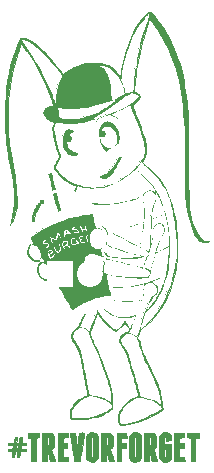
<source format=gbr>
G04 #@! TF.GenerationSoftware,KiCad,Pcbnew,(5.0.0-rc2-dev-321-g78161b592)*
G04 #@! TF.CreationDate,2018-09-15T23:15:39-06:00*
G04 #@! TF.ProjectId,trevor,747265766F722E6B696361645F706362,rev?*
G04 #@! TF.SameCoordinates,Original*
G04 #@! TF.FileFunction,Legend,Top*
G04 #@! TF.FilePolarity,Positive*
%FSLAX46Y46*%
G04 Gerber Fmt 4.6, Leading zero omitted, Abs format (unit mm)*
G04 Created by KiCad (PCBNEW (5.0.0-rc2-dev-321-g78161b592)) date 09/15/18 23:15:39*
%MOMM*%
%LPD*%
G01*
G04 APERTURE LIST*
%ADD10C,0.010000*%
%ADD11R,2.200000X2.200000*%
%ADD12C,2.200000*%
G04 APERTURE END LIST*
D10*
G36*
X92603411Y-58082012D02*
X92693194Y-58118002D01*
X92912523Y-58243652D01*
X93101028Y-58397596D01*
X93257554Y-58577930D01*
X93380943Y-58782749D01*
X93470041Y-59010148D01*
X93523689Y-59258224D01*
X93540767Y-59514000D01*
X93533868Y-59688609D01*
X93511737Y-59836679D01*
X93471962Y-59972019D01*
X93451809Y-60022770D01*
X93433351Y-60057678D01*
X93405958Y-60088197D01*
X93362203Y-60119647D01*
X93294660Y-60157350D01*
X93195902Y-60206629D01*
X93193821Y-60207641D01*
X92982050Y-60317505D01*
X92799406Y-60428312D01*
X92633287Y-60548135D01*
X92530504Y-60632698D01*
X92463929Y-60689060D01*
X92409812Y-60733122D01*
X92375761Y-60758779D01*
X92368340Y-60762833D01*
X92350671Y-60747711D01*
X92313355Y-60707503D01*
X92263480Y-60649951D01*
X92247196Y-60630541D01*
X92083293Y-60409017D01*
X91945315Y-60171639D01*
X91834719Y-59923874D01*
X91752959Y-59671187D01*
X91717557Y-59497742D01*
X91890592Y-59497742D01*
X91902841Y-59553496D01*
X91966148Y-59769175D01*
X92053835Y-59950441D01*
X92166125Y-60097642D01*
X92303239Y-60211129D01*
X92331954Y-60228814D01*
X92482022Y-60298097D01*
X92627124Y-60326140D01*
X92770366Y-60313261D01*
X92863834Y-60283142D01*
X92978254Y-60213817D01*
X93072446Y-60110617D01*
X93142555Y-59978704D01*
X93177184Y-59863250D01*
X93200364Y-59747674D01*
X93213110Y-59657524D01*
X93216317Y-59577436D01*
X93210882Y-59492048D01*
X93202807Y-59423887D01*
X93158009Y-59222335D01*
X93078864Y-59044661D01*
X92964075Y-58888287D01*
X92901224Y-58824903D01*
X92753585Y-58706325D01*
X92611933Y-58629274D01*
X92476655Y-58593752D01*
X92348135Y-58599760D01*
X92226758Y-58647299D01*
X92112909Y-58736372D01*
X92039527Y-58821276D01*
X92022217Y-58848056D01*
X92034201Y-58849696D01*
X92045050Y-58845804D01*
X92102188Y-58843442D01*
X92173325Y-58867468D01*
X92245110Y-58911959D01*
X92291275Y-58955112D01*
X92331775Y-59008905D01*
X92350723Y-59061863D01*
X92355379Y-59134820D01*
X92355369Y-59139028D01*
X92339437Y-59261496D01*
X92296140Y-59371707D01*
X92230651Y-59457397D01*
X92215618Y-59470298D01*
X92175189Y-59497257D01*
X92132329Y-59509929D01*
X92071759Y-59511309D01*
X92022671Y-59508131D01*
X91890592Y-59497742D01*
X91717557Y-59497742D01*
X91701494Y-59419046D01*
X91681778Y-59172916D01*
X91695269Y-58938263D01*
X91740677Y-58729305D01*
X91790916Y-58607930D01*
X91865798Y-58477327D01*
X91955333Y-58352364D01*
X92049528Y-58247907D01*
X92086129Y-58215313D01*
X92218911Y-58122906D01*
X92345818Y-58070458D01*
X92472201Y-58057113D01*
X92603411Y-58082012D01*
X92603411Y-58082012D01*
G37*
X92603411Y-58082012D02*
X92693194Y-58118002D01*
X92912523Y-58243652D01*
X93101028Y-58397596D01*
X93257554Y-58577930D01*
X93380943Y-58782749D01*
X93470041Y-59010148D01*
X93523689Y-59258224D01*
X93540767Y-59514000D01*
X93533868Y-59688609D01*
X93511737Y-59836679D01*
X93471962Y-59972019D01*
X93451809Y-60022770D01*
X93433351Y-60057678D01*
X93405958Y-60088197D01*
X93362203Y-60119647D01*
X93294660Y-60157350D01*
X93195902Y-60206629D01*
X93193821Y-60207641D01*
X92982050Y-60317505D01*
X92799406Y-60428312D01*
X92633287Y-60548135D01*
X92530504Y-60632698D01*
X92463929Y-60689060D01*
X92409812Y-60733122D01*
X92375761Y-60758779D01*
X92368340Y-60762833D01*
X92350671Y-60747711D01*
X92313355Y-60707503D01*
X92263480Y-60649951D01*
X92247196Y-60630541D01*
X92083293Y-60409017D01*
X91945315Y-60171639D01*
X91834719Y-59923874D01*
X91752959Y-59671187D01*
X91717557Y-59497742D01*
X91890592Y-59497742D01*
X91902841Y-59553496D01*
X91966148Y-59769175D01*
X92053835Y-59950441D01*
X92166125Y-60097642D01*
X92303239Y-60211129D01*
X92331954Y-60228814D01*
X92482022Y-60298097D01*
X92627124Y-60326140D01*
X92770366Y-60313261D01*
X92863834Y-60283142D01*
X92978254Y-60213817D01*
X93072446Y-60110617D01*
X93142555Y-59978704D01*
X93177184Y-59863250D01*
X93200364Y-59747674D01*
X93213110Y-59657524D01*
X93216317Y-59577436D01*
X93210882Y-59492048D01*
X93202807Y-59423887D01*
X93158009Y-59222335D01*
X93078864Y-59044661D01*
X92964075Y-58888287D01*
X92901224Y-58824903D01*
X92753585Y-58706325D01*
X92611933Y-58629274D01*
X92476655Y-58593752D01*
X92348135Y-58599760D01*
X92226758Y-58647299D01*
X92112909Y-58736372D01*
X92039527Y-58821276D01*
X92022217Y-58848056D01*
X92034201Y-58849696D01*
X92045050Y-58845804D01*
X92102188Y-58843442D01*
X92173325Y-58867468D01*
X92245110Y-58911959D01*
X92291275Y-58955112D01*
X92331775Y-59008905D01*
X92350723Y-59061863D01*
X92355379Y-59134820D01*
X92355369Y-59139028D01*
X92339437Y-59261496D01*
X92296140Y-59371707D01*
X92230651Y-59457397D01*
X92215618Y-59470298D01*
X92175189Y-59497257D01*
X92132329Y-59509929D01*
X92071759Y-59511309D01*
X92022671Y-59508131D01*
X91890592Y-59497742D01*
X91717557Y-59497742D01*
X91701494Y-59419046D01*
X91681778Y-59172916D01*
X91695269Y-58938263D01*
X91740677Y-58729305D01*
X91790916Y-58607930D01*
X91865798Y-58477327D01*
X91955333Y-58352364D01*
X92049528Y-58247907D01*
X92086129Y-58215313D01*
X92218911Y-58122906D01*
X92345818Y-58070458D01*
X92472201Y-58057113D01*
X92603411Y-58082012D01*
G36*
X89256388Y-58699542D02*
X89322253Y-58729142D01*
X89401705Y-58772010D01*
X89486370Y-58822855D01*
X89567874Y-58876386D01*
X89637843Y-58927312D01*
X89687904Y-58970344D01*
X89709683Y-59000191D01*
X89710000Y-59002832D01*
X89691855Y-59017431D01*
X89645387Y-59039153D01*
X89607505Y-59053633D01*
X89532929Y-59089150D01*
X89451578Y-59141227D01*
X89405342Y-59177767D01*
X89305675Y-59265498D01*
X89371528Y-59305545D01*
X89444436Y-59372744D01*
X89483115Y-59464600D01*
X89487405Y-59580647D01*
X89480627Y-59627575D01*
X89446186Y-59751992D01*
X89393380Y-59840902D01*
X89318292Y-59898592D01*
X89217004Y-59929346D01*
X89202807Y-59931442D01*
X89153686Y-59939946D01*
X89127718Y-59955146D01*
X89121665Y-59986434D01*
X89132290Y-60043201D01*
X89146038Y-60096083D01*
X89204041Y-60259953D01*
X89285408Y-60394390D01*
X89396412Y-60508693D01*
X89455215Y-60554254D01*
X89585797Y-60632233D01*
X89720343Y-60684120D01*
X89850126Y-60707815D01*
X89966416Y-60701222D01*
X90011625Y-60687967D01*
X90038662Y-60689155D01*
X90048174Y-60721713D01*
X90040034Y-60787637D01*
X90014116Y-60888918D01*
X89994829Y-60952240D01*
X89971519Y-61026783D01*
X89951760Y-61076699D01*
X89927475Y-61105225D01*
X89890588Y-61115598D01*
X89833020Y-61111054D01*
X89746695Y-61094832D01*
X89675209Y-61080333D01*
X89561699Y-61060621D01*
X89437383Y-61043722D01*
X89326035Y-61032790D01*
X89308518Y-61031660D01*
X89219259Y-61025063D01*
X89160006Y-61015229D01*
X89118430Y-60998492D01*
X89082206Y-60971184D01*
X89071279Y-60961084D01*
X88997313Y-60879841D01*
X88916738Y-60773063D01*
X88838957Y-60654405D01*
X88773375Y-60537521D01*
X88758294Y-60506578D01*
X88679361Y-60300160D01*
X88628134Y-60082532D01*
X88604098Y-59860171D01*
X88606739Y-59639553D01*
X88635541Y-59427154D01*
X88689990Y-59229452D01*
X88769572Y-59052922D01*
X88873772Y-58904042D01*
X88886751Y-58889592D01*
X88954798Y-58826311D01*
X89034651Y-58767681D01*
X89114682Y-58720879D01*
X89183261Y-58693085D01*
X89212483Y-58688500D01*
X89256388Y-58699542D01*
X89256388Y-58699542D01*
G37*
X89256388Y-58699542D02*
X89322253Y-58729142D01*
X89401705Y-58772010D01*
X89486370Y-58822855D01*
X89567874Y-58876386D01*
X89637843Y-58927312D01*
X89687904Y-58970344D01*
X89709683Y-59000191D01*
X89710000Y-59002832D01*
X89691855Y-59017431D01*
X89645387Y-59039153D01*
X89607505Y-59053633D01*
X89532929Y-59089150D01*
X89451578Y-59141227D01*
X89405342Y-59177767D01*
X89305675Y-59265498D01*
X89371528Y-59305545D01*
X89444436Y-59372744D01*
X89483115Y-59464600D01*
X89487405Y-59580647D01*
X89480627Y-59627575D01*
X89446186Y-59751992D01*
X89393380Y-59840902D01*
X89318292Y-59898592D01*
X89217004Y-59929346D01*
X89202807Y-59931442D01*
X89153686Y-59939946D01*
X89127718Y-59955146D01*
X89121665Y-59986434D01*
X89132290Y-60043201D01*
X89146038Y-60096083D01*
X89204041Y-60259953D01*
X89285408Y-60394390D01*
X89396412Y-60508693D01*
X89455215Y-60554254D01*
X89585797Y-60632233D01*
X89720343Y-60684120D01*
X89850126Y-60707815D01*
X89966416Y-60701222D01*
X90011625Y-60687967D01*
X90038662Y-60689155D01*
X90048174Y-60721713D01*
X90040034Y-60787637D01*
X90014116Y-60888918D01*
X89994829Y-60952240D01*
X89971519Y-61026783D01*
X89951760Y-61076699D01*
X89927475Y-61105225D01*
X89890588Y-61115598D01*
X89833020Y-61111054D01*
X89746695Y-61094832D01*
X89675209Y-61080333D01*
X89561699Y-61060621D01*
X89437383Y-61043722D01*
X89326035Y-61032790D01*
X89308518Y-61031660D01*
X89219259Y-61025063D01*
X89160006Y-61015229D01*
X89118430Y-60998492D01*
X89082206Y-60971184D01*
X89071279Y-60961084D01*
X88997313Y-60879841D01*
X88916738Y-60773063D01*
X88838957Y-60654405D01*
X88773375Y-60537521D01*
X88758294Y-60506578D01*
X88679361Y-60300160D01*
X88628134Y-60082532D01*
X88604098Y-59860171D01*
X88606739Y-59639553D01*
X88635541Y-59427154D01*
X88689990Y-59229452D01*
X88769572Y-59052922D01*
X88873772Y-58904042D01*
X88886751Y-58889592D01*
X88954798Y-58826311D01*
X89034651Y-58767681D01*
X89114682Y-58720879D01*
X89183261Y-58693085D01*
X89212483Y-58688500D01*
X89256388Y-58699542D01*
G36*
X93752834Y-61044459D02*
X93743052Y-61068993D01*
X93718821Y-61114313D01*
X93711610Y-61126748D01*
X93685995Y-61176036D01*
X93650137Y-61252528D01*
X93609581Y-61344149D01*
X93583401Y-61405918D01*
X93412870Y-61782273D01*
X93231104Y-62118105D01*
X93037887Y-62413767D01*
X92833000Y-62669609D01*
X92742062Y-62766650D01*
X92597934Y-62889171D01*
X92447003Y-62971737D01*
X92291248Y-63013627D01*
X92132644Y-63014122D01*
X92084648Y-63006058D01*
X92020342Y-62987633D01*
X91943084Y-62955144D01*
X91845935Y-62905276D01*
X91721956Y-62834717D01*
X91705092Y-62824788D01*
X91660744Y-62796078D01*
X91637480Y-62776091D01*
X91636461Y-62773666D01*
X91655363Y-62763607D01*
X91705761Y-62745908D01*
X91778226Y-62723771D01*
X91809338Y-62714931D01*
X92028468Y-62637360D01*
X92247741Y-62529172D01*
X92450658Y-62398677D01*
X92478405Y-62377892D01*
X92689056Y-62194791D01*
X92886821Y-61980285D01*
X93064652Y-61743830D01*
X93215504Y-61494882D01*
X93332328Y-61242898D01*
X93340895Y-61220493D01*
X93374491Y-61149028D01*
X93414603Y-61106512D01*
X93448268Y-61088570D01*
X93498590Y-61072628D01*
X93564965Y-61057973D01*
X93635440Y-61046335D01*
X93698061Y-61039445D01*
X93740875Y-61039036D01*
X93752834Y-61044459D01*
X93752834Y-61044459D01*
G37*
X93752834Y-61044459D02*
X93743052Y-61068993D01*
X93718821Y-61114313D01*
X93711610Y-61126748D01*
X93685995Y-61176036D01*
X93650137Y-61252528D01*
X93609581Y-61344149D01*
X93583401Y-61405918D01*
X93412870Y-61782273D01*
X93231104Y-62118105D01*
X93037887Y-62413767D01*
X92833000Y-62669609D01*
X92742062Y-62766650D01*
X92597934Y-62889171D01*
X92447003Y-62971737D01*
X92291248Y-63013627D01*
X92132644Y-63014122D01*
X92084648Y-63006058D01*
X92020342Y-62987633D01*
X91943084Y-62955144D01*
X91845935Y-62905276D01*
X91721956Y-62834717D01*
X91705092Y-62824788D01*
X91660744Y-62796078D01*
X91637480Y-62776091D01*
X91636461Y-62773666D01*
X91655363Y-62763607D01*
X91705761Y-62745908D01*
X91778226Y-62723771D01*
X91809338Y-62714931D01*
X92028468Y-62637360D01*
X92247741Y-62529172D01*
X92450658Y-62398677D01*
X92478405Y-62377892D01*
X92689056Y-62194791D01*
X92886821Y-61980285D01*
X93064652Y-61743830D01*
X93215504Y-61494882D01*
X93332328Y-61242898D01*
X93340895Y-61220493D01*
X93374491Y-61149028D01*
X93414603Y-61106512D01*
X93448268Y-61088570D01*
X93498590Y-61072628D01*
X93564965Y-61057973D01*
X93635440Y-61046335D01*
X93698061Y-61039445D01*
X93740875Y-61039036D01*
X93752834Y-61044459D01*
G36*
X89007832Y-67478830D02*
X89016038Y-67506650D01*
X88989257Y-67531926D01*
X88958949Y-67545866D01*
X88948800Y-67528226D01*
X88948000Y-67504596D01*
X88956860Y-67460663D01*
X88980968Y-67455331D01*
X89007832Y-67478830D01*
X89007832Y-67478830D01*
G37*
X89007832Y-67478830D02*
X89016038Y-67506650D01*
X88989257Y-67531926D01*
X88958949Y-67545866D01*
X88948800Y-67528226D01*
X88948000Y-67504596D01*
X88956860Y-67460663D01*
X88980968Y-67455331D01*
X89007832Y-67478830D01*
G36*
X89000533Y-68361045D02*
X89002234Y-68400039D01*
X88977170Y-68452172D01*
X88934038Y-68507466D01*
X88881539Y-68555945D01*
X88828371Y-68587631D01*
X88796979Y-68594500D01*
X88771868Y-68587041D01*
X88760194Y-68557698D01*
X88757500Y-68501661D01*
X88760854Y-68441464D01*
X88777183Y-68406863D01*
X88815889Y-68381275D01*
X88829491Y-68374661D01*
X88905780Y-68347199D01*
X88965909Y-68342436D01*
X89000533Y-68361045D01*
X89000533Y-68361045D01*
G37*
X89000533Y-68361045D02*
X89002234Y-68400039D01*
X88977170Y-68452172D01*
X88934038Y-68507466D01*
X88881539Y-68555945D01*
X88828371Y-68587631D01*
X88796979Y-68594500D01*
X88771868Y-68587041D01*
X88760194Y-68557698D01*
X88757500Y-68501661D01*
X88760854Y-68441464D01*
X88777183Y-68406863D01*
X88815889Y-68381275D01*
X88829491Y-68374661D01*
X88905780Y-68347199D01*
X88965909Y-68342436D01*
X89000533Y-68361045D01*
G36*
X87697913Y-69095147D02*
X87699167Y-69103319D01*
X87685709Y-69129941D01*
X87651097Y-69174988D01*
X87619792Y-69210302D01*
X87570920Y-69258671D01*
X87539446Y-69277689D01*
X87517294Y-69271817D01*
X87513959Y-69268749D01*
X87489301Y-69222981D01*
X87506201Y-69175977D01*
X87561549Y-69128958D01*
X87626762Y-69093832D01*
X87674510Y-69082135D01*
X87697913Y-69095147D01*
X87697913Y-69095147D01*
G37*
X87697913Y-69095147D02*
X87699167Y-69103319D01*
X87685709Y-69129941D01*
X87651097Y-69174988D01*
X87619792Y-69210302D01*
X87570920Y-69258671D01*
X87539446Y-69277689D01*
X87517294Y-69271817D01*
X87513959Y-69268749D01*
X87489301Y-69222981D01*
X87506201Y-69175977D01*
X87561549Y-69128958D01*
X87626762Y-69093832D01*
X87674510Y-69082135D01*
X87697913Y-69095147D01*
G36*
X87856576Y-69305997D02*
X87886621Y-69333893D01*
X87878525Y-69379689D01*
X87832390Y-69443124D01*
X87784740Y-69491186D01*
X87719159Y-69549935D01*
X87676036Y-69580268D01*
X87649023Y-69584794D01*
X87631773Y-69566119D01*
X87627348Y-69555852D01*
X87614921Y-69482171D01*
X87632201Y-69417960D01*
X87651542Y-69394083D01*
X87711033Y-69351671D01*
X87775998Y-69319651D01*
X87831985Y-69304231D01*
X87856576Y-69305997D01*
X87856576Y-69305997D01*
G37*
X87856576Y-69305997D02*
X87886621Y-69333893D01*
X87878525Y-69379689D01*
X87832390Y-69443124D01*
X87784740Y-69491186D01*
X87719159Y-69549935D01*
X87676036Y-69580268D01*
X87649023Y-69584794D01*
X87631773Y-69566119D01*
X87627348Y-69555852D01*
X87614921Y-69482171D01*
X87632201Y-69417960D01*
X87651542Y-69394083D01*
X87711033Y-69351671D01*
X87775998Y-69319651D01*
X87831985Y-69304231D01*
X87856576Y-69305997D01*
G36*
X87712805Y-62440046D02*
X87757479Y-62447720D01*
X87785218Y-62454778D01*
X87805218Y-62467876D01*
X87820805Y-62494529D01*
X87835304Y-62542251D01*
X87852043Y-62618557D01*
X87867547Y-62696429D01*
X87893704Y-62822855D01*
X87925619Y-62967697D01*
X87958258Y-63108435D01*
X87974670Y-63175833D01*
X88006544Y-63305796D01*
X88038436Y-63439490D01*
X88068766Y-63569899D01*
X88095958Y-63690009D01*
X88118430Y-63792803D01*
X88134606Y-63871267D01*
X88142906Y-63918384D01*
X88143667Y-63926786D01*
X88124670Y-63939825D01*
X88074999Y-63957646D01*
X88005632Y-63977470D01*
X87927546Y-63996518D01*
X87851719Y-64012010D01*
X87789130Y-64021165D01*
X87765658Y-64022500D01*
X87750556Y-64003536D01*
X87733040Y-63954372D01*
X87720142Y-63900791D01*
X87658329Y-63601411D01*
X87599194Y-63334003D01*
X87543419Y-63101484D01*
X87491688Y-62906770D01*
X87469949Y-62832388D01*
X87388428Y-62563027D01*
X87432672Y-62522825D01*
X87515750Y-62463846D01*
X87605325Y-62437133D01*
X87712805Y-62440046D01*
X87712805Y-62440046D01*
G37*
X87712805Y-62440046D02*
X87757479Y-62447720D01*
X87785218Y-62454778D01*
X87805218Y-62467876D01*
X87820805Y-62494529D01*
X87835304Y-62542251D01*
X87852043Y-62618557D01*
X87867547Y-62696429D01*
X87893704Y-62822855D01*
X87925619Y-62967697D01*
X87958258Y-63108435D01*
X87974670Y-63175833D01*
X88006544Y-63305796D01*
X88038436Y-63439490D01*
X88068766Y-63569899D01*
X88095958Y-63690009D01*
X88118430Y-63792803D01*
X88134606Y-63871267D01*
X88142906Y-63918384D01*
X88143667Y-63926786D01*
X88124670Y-63939825D01*
X88074999Y-63957646D01*
X88005632Y-63977470D01*
X87927546Y-63996518D01*
X87851719Y-64012010D01*
X87789130Y-64021165D01*
X87765658Y-64022500D01*
X87750556Y-64003536D01*
X87733040Y-63954372D01*
X87720142Y-63900791D01*
X87658329Y-63601411D01*
X87599194Y-63334003D01*
X87543419Y-63101484D01*
X87491688Y-62906770D01*
X87469949Y-62832388D01*
X87388428Y-62563027D01*
X87432672Y-62522825D01*
X87515750Y-62463846D01*
X87605325Y-62437133D01*
X87712805Y-62440046D01*
G36*
X86955400Y-64767790D02*
X87002058Y-64785244D01*
X87029886Y-64821183D01*
X87043240Y-64880780D01*
X87041601Y-64947725D01*
X87024450Y-65005711D01*
X87009738Y-65026404D01*
X86956144Y-65053524D01*
X86886114Y-65055934D01*
X86820750Y-65034373D01*
X86769007Y-64993638D01*
X86748695Y-64940047D01*
X86746991Y-64910199D01*
X86764977Y-64842635D01*
X86812768Y-64792920D01*
X86879772Y-64766242D01*
X86955400Y-64767790D01*
X86955400Y-64767790D01*
G37*
X86955400Y-64767790D02*
X87002058Y-64785244D01*
X87029886Y-64821183D01*
X87043240Y-64880780D01*
X87041601Y-64947725D01*
X87024450Y-65005711D01*
X87009738Y-65026404D01*
X86956144Y-65053524D01*
X86886114Y-65055934D01*
X86820750Y-65034373D01*
X86769007Y-64993638D01*
X86748695Y-64940047D01*
X86746991Y-64910199D01*
X86764977Y-64842635D01*
X86812768Y-64792920D01*
X86879772Y-64766242D01*
X86955400Y-64767790D01*
G36*
X88182409Y-64117686D02*
X88189666Y-64139639D01*
X88205758Y-64197100D01*
X88229212Y-64284519D01*
X88258554Y-64396344D01*
X88292313Y-64527026D01*
X88323956Y-64651059D01*
X88365185Y-64811399D01*
X88407985Y-64974012D01*
X88449776Y-65129369D01*
X88487979Y-65267944D01*
X88520016Y-65380212D01*
X88534122Y-65427449D01*
X88563033Y-65525286D01*
X88585796Y-65608941D01*
X88600222Y-65669875D01*
X88604126Y-65699550D01*
X88603969Y-65700176D01*
X88581957Y-65716667D01*
X88529701Y-65741692D01*
X88457195Y-65770625D01*
X88432997Y-65779371D01*
X88351394Y-65807206D01*
X88300533Y-65820952D01*
X88271655Y-65821746D01*
X88256003Y-65810728D01*
X88251332Y-65802977D01*
X88229665Y-65752497D01*
X88200105Y-65670754D01*
X88164188Y-65563111D01*
X88123454Y-65434931D01*
X88079442Y-65291579D01*
X88033690Y-65138415D01*
X87987738Y-64980804D01*
X87943123Y-64824109D01*
X87901384Y-64673692D01*
X87864061Y-64534916D01*
X87832692Y-64413146D01*
X87808816Y-64313742D01*
X87793971Y-64242070D01*
X87789696Y-64203491D01*
X87791049Y-64198728D01*
X87814918Y-64190091D01*
X87868186Y-64176547D01*
X87939559Y-64160437D01*
X88017745Y-64144097D01*
X88091449Y-64129868D01*
X88149379Y-64120088D01*
X88180241Y-64117094D01*
X88182409Y-64117686D01*
X88182409Y-64117686D01*
G37*
X88182409Y-64117686D02*
X88189666Y-64139639D01*
X88205758Y-64197100D01*
X88229212Y-64284519D01*
X88258554Y-64396344D01*
X88292313Y-64527026D01*
X88323956Y-64651059D01*
X88365185Y-64811399D01*
X88407985Y-64974012D01*
X88449776Y-65129369D01*
X88487979Y-65267944D01*
X88520016Y-65380212D01*
X88534122Y-65427449D01*
X88563033Y-65525286D01*
X88585796Y-65608941D01*
X88600222Y-65669875D01*
X88604126Y-65699550D01*
X88603969Y-65700176D01*
X88581957Y-65716667D01*
X88529701Y-65741692D01*
X88457195Y-65770625D01*
X88432997Y-65779371D01*
X88351394Y-65807206D01*
X88300533Y-65820952D01*
X88271655Y-65821746D01*
X88256003Y-65810728D01*
X88251332Y-65802977D01*
X88229665Y-65752497D01*
X88200105Y-65670754D01*
X88164188Y-65563111D01*
X88123454Y-65434931D01*
X88079442Y-65291579D01*
X88033690Y-65138415D01*
X87987738Y-64980804D01*
X87943123Y-64824109D01*
X87901384Y-64673692D01*
X87864061Y-64534916D01*
X87832692Y-64413146D01*
X87808816Y-64313742D01*
X87793971Y-64242070D01*
X87789696Y-64203491D01*
X87791049Y-64198728D01*
X87814918Y-64190091D01*
X87868186Y-64176547D01*
X87939559Y-64160437D01*
X88017745Y-64144097D01*
X88091449Y-64129868D01*
X88149379Y-64120088D01*
X88180241Y-64117094D01*
X88182409Y-64117686D01*
G36*
X86747288Y-65070634D02*
X86764677Y-65103746D01*
X86766474Y-65162919D01*
X86753936Y-65235377D01*
X86728318Y-65308345D01*
X86722792Y-65319801D01*
X86686363Y-65383136D01*
X86634938Y-65462016D01*
X86582182Y-65535916D01*
X86500744Y-65656471D01*
X86434834Y-65783961D01*
X86381487Y-65926675D01*
X86337741Y-66092902D01*
X86300631Y-66290933D01*
X86291763Y-66348256D01*
X86277143Y-66440969D01*
X86263516Y-66518110D01*
X86252675Y-66570013D01*
X86247572Y-66586381D01*
X86215637Y-66606740D01*
X86176400Y-66597383D01*
X86146002Y-66563846D01*
X86141001Y-66549825D01*
X86132723Y-66482646D01*
X86131524Y-66385241D01*
X86136502Y-66268956D01*
X86146756Y-66145141D01*
X86161384Y-66025143D01*
X86179484Y-65920310D01*
X86196348Y-65853416D01*
X86236947Y-65742314D01*
X86291780Y-65616940D01*
X86355015Y-65488640D01*
X86420820Y-65368759D01*
X86483362Y-65268643D01*
X86526556Y-65211070D01*
X86590014Y-65146611D01*
X86653856Y-65097878D01*
X86709128Y-65070570D01*
X86746874Y-65070384D01*
X86747288Y-65070634D01*
X86747288Y-65070634D01*
G37*
X86747288Y-65070634D02*
X86764677Y-65103746D01*
X86766474Y-65162919D01*
X86753936Y-65235377D01*
X86728318Y-65308345D01*
X86722792Y-65319801D01*
X86686363Y-65383136D01*
X86634938Y-65462016D01*
X86582182Y-65535916D01*
X86500744Y-65656471D01*
X86434834Y-65783961D01*
X86381487Y-65926675D01*
X86337741Y-66092902D01*
X86300631Y-66290933D01*
X86291763Y-66348256D01*
X86277143Y-66440969D01*
X86263516Y-66518110D01*
X86252675Y-66570013D01*
X86247572Y-66586381D01*
X86215637Y-66606740D01*
X86176400Y-66597383D01*
X86146002Y-66563846D01*
X86141001Y-66549825D01*
X86132723Y-66482646D01*
X86131524Y-66385241D01*
X86136502Y-66268956D01*
X86146756Y-66145141D01*
X86161384Y-66025143D01*
X86179484Y-65920310D01*
X86196348Y-65853416D01*
X86236947Y-65742314D01*
X86291780Y-65616940D01*
X86355015Y-65488640D01*
X86420820Y-65368759D01*
X86483362Y-65268643D01*
X86526556Y-65211070D01*
X86590014Y-65146611D01*
X86653856Y-65097878D01*
X86709128Y-65070570D01*
X86746874Y-65070384D01*
X86747288Y-65070634D01*
G36*
X91358794Y-65481252D02*
X91415921Y-65531074D01*
X91485688Y-65598331D01*
X91553004Y-65668473D01*
X91553081Y-65668557D01*
X91664104Y-65789916D01*
X91496677Y-65794661D01*
X90921195Y-65828720D01*
X90351399Y-65898521D01*
X89785133Y-66004734D01*
X89220241Y-66148027D01*
X88654568Y-66329069D01*
X88085957Y-66548531D01*
X87512253Y-66807079D01*
X86931300Y-67105384D01*
X86515012Y-67340644D01*
X86299703Y-67469947D01*
X86115996Y-67587607D01*
X85956626Y-67698758D01*
X85814325Y-67808531D01*
X85681828Y-67922057D01*
X85647631Y-67953244D01*
X85571309Y-68023319D01*
X85521155Y-68067340D01*
X85492325Y-68088064D01*
X85479970Y-68088249D01*
X85479246Y-68070653D01*
X85483589Y-68046597D01*
X85489325Y-67996829D01*
X85493957Y-67916512D01*
X85496958Y-67817426D01*
X85497834Y-67727813D01*
X85497834Y-67480251D01*
X85915875Y-67192734D01*
X86089349Y-67074124D01*
X86236725Y-66975366D01*
X86366239Y-66891547D01*
X86486130Y-66817754D01*
X86604632Y-66749074D01*
X86729982Y-66680595D01*
X86870418Y-66607403D01*
X87034175Y-66524586D01*
X87045913Y-66518708D01*
X87556865Y-66275244D01*
X88050681Y-66065814D01*
X88533069Y-65888813D01*
X89009737Y-65742632D01*
X89486393Y-65625666D01*
X89968746Y-65536309D01*
X90462503Y-65472953D01*
X90881666Y-65439169D01*
X91275530Y-65415306D01*
X91358794Y-65481252D01*
X91358794Y-65481252D01*
G37*
X91358794Y-65481252D02*
X91415921Y-65531074D01*
X91485688Y-65598331D01*
X91553004Y-65668473D01*
X91553081Y-65668557D01*
X91664104Y-65789916D01*
X91496677Y-65794661D01*
X90921195Y-65828720D01*
X90351399Y-65898521D01*
X89785133Y-66004734D01*
X89220241Y-66148027D01*
X88654568Y-66329069D01*
X88085957Y-66548531D01*
X87512253Y-66807079D01*
X86931300Y-67105384D01*
X86515012Y-67340644D01*
X86299703Y-67469947D01*
X86115996Y-67587607D01*
X85956626Y-67698758D01*
X85814325Y-67808531D01*
X85681828Y-67922057D01*
X85647631Y-67953244D01*
X85571309Y-68023319D01*
X85521155Y-68067340D01*
X85492325Y-68088064D01*
X85479970Y-68088249D01*
X85479246Y-68070653D01*
X85483589Y-68046597D01*
X85489325Y-67996829D01*
X85493957Y-67916512D01*
X85496958Y-67817426D01*
X85497834Y-67727813D01*
X85497834Y-67480251D01*
X85915875Y-67192734D01*
X86089349Y-67074124D01*
X86236725Y-66975366D01*
X86366239Y-66891547D01*
X86486130Y-66817754D01*
X86604632Y-66749074D01*
X86729982Y-66680595D01*
X86870418Y-66607403D01*
X87034175Y-66524586D01*
X87045913Y-66518708D01*
X87556865Y-66275244D01*
X88050681Y-66065814D01*
X88533069Y-65888813D01*
X89009737Y-65742632D01*
X89486393Y-65625666D01*
X89968746Y-65536309D01*
X90462503Y-65472953D01*
X90881666Y-65439169D01*
X91275530Y-65415306D01*
X91358794Y-65481252D01*
G36*
X96105214Y-48858455D02*
X96107271Y-48858887D01*
X96147608Y-48870243D01*
X96184700Y-48889533D01*
X96225272Y-48922559D01*
X96276051Y-48975125D01*
X96343761Y-49053035D01*
X96374440Y-49089434D01*
X96802138Y-49631627D01*
X97196047Y-50197908D01*
X97555013Y-50786036D01*
X97877882Y-51393766D01*
X98163500Y-52018858D01*
X98410712Y-52659067D01*
X98618365Y-53312152D01*
X98696392Y-53601013D01*
X98779902Y-53948569D01*
X98861941Y-54330500D01*
X98941170Y-54738844D01*
X99016253Y-55165645D01*
X99085850Y-55602941D01*
X99148624Y-56042774D01*
X99203236Y-56477184D01*
X99245064Y-56864629D01*
X99258925Y-57005448D01*
X99271501Y-57135257D01*
X99282855Y-57256656D01*
X99293050Y-57372246D01*
X99302149Y-57484628D01*
X99310216Y-57596402D01*
X99317314Y-57710168D01*
X99323506Y-57828528D01*
X99328856Y-57954081D01*
X99333426Y-58089429D01*
X99337279Y-58237170D01*
X99340480Y-58399907D01*
X99343091Y-58580240D01*
X99345176Y-58780769D01*
X99346798Y-59004094D01*
X99348019Y-59252817D01*
X99348904Y-59529537D01*
X99349516Y-59836855D01*
X99349917Y-60177372D01*
X99350171Y-60553688D01*
X99350342Y-60968403D01*
X99350417Y-61196750D01*
X99350630Y-61652805D01*
X99350993Y-62068979D01*
X99351556Y-62447723D01*
X99352368Y-62791489D01*
X99353479Y-63102729D01*
X99354939Y-63383895D01*
X99356796Y-63637439D01*
X99359100Y-63865812D01*
X99361901Y-64071465D01*
X99365248Y-64256852D01*
X99369191Y-64424423D01*
X99373780Y-64576631D01*
X99379063Y-64715926D01*
X99385090Y-64844762D01*
X99391911Y-64965589D01*
X99399576Y-65080860D01*
X99408133Y-65193027D01*
X99417632Y-65304540D01*
X99428123Y-65417852D01*
X99437592Y-65514750D01*
X99493265Y-65931604D01*
X99574974Y-66331448D01*
X99681444Y-66711095D01*
X99811397Y-67067354D01*
X99963559Y-67397036D01*
X100136653Y-67696954D01*
X100329402Y-67963917D01*
X100489987Y-68144583D01*
X100542336Y-68195842D01*
X100588468Y-68231984D01*
X100638098Y-68256582D01*
X100700939Y-68273208D01*
X100786704Y-68285433D01*
X100903614Y-68296699D01*
X101065917Y-68311035D01*
X100970667Y-68340718D01*
X100901594Y-68355464D01*
X100809324Y-68366377D01*
X100712963Y-68371248D01*
X100706084Y-68371308D01*
X100607228Y-68369000D01*
X100532250Y-68358490D01*
X100462958Y-68336284D01*
X100415718Y-68315505D01*
X100287665Y-68241224D01*
X100167433Y-68140936D01*
X100053598Y-68012311D01*
X99944735Y-67853014D01*
X99839421Y-67660716D01*
X99736233Y-67433083D01*
X99633745Y-67167784D01*
X99532749Y-66869416D01*
X99371094Y-66302253D01*
X99240206Y-65707653D01*
X99139964Y-65084961D01*
X99070243Y-64433521D01*
X99064515Y-64361166D01*
X99056325Y-64221824D01*
X99050030Y-64047590D01*
X99045632Y-63845863D01*
X99043134Y-63624042D01*
X99042536Y-63389526D01*
X99043840Y-63149714D01*
X99047047Y-62912004D01*
X99052160Y-62683796D01*
X99059178Y-62472489D01*
X99064107Y-62360916D01*
X99070713Y-62193834D01*
X99076105Y-61991337D01*
X99080280Y-61760322D01*
X99083235Y-61507691D01*
X99084967Y-61240344D01*
X99085473Y-60965179D01*
X99084750Y-60689097D01*
X99082795Y-60418998D01*
X99079605Y-60161782D01*
X99075176Y-59924347D01*
X99069506Y-59713595D01*
X99065337Y-59598666D01*
X99029824Y-58856074D01*
X98985461Y-58152862D01*
X98931881Y-57486937D01*
X98868717Y-56856205D01*
X98795603Y-56258571D01*
X98712170Y-55691941D01*
X98618053Y-55154222D01*
X98512884Y-54643319D01*
X98396296Y-54157138D01*
X98267924Y-53693586D01*
X98127398Y-53250568D01*
X97974354Y-52825990D01*
X97808423Y-52417758D01*
X97806194Y-52412583D01*
X97705487Y-52188775D01*
X97588989Y-51946769D01*
X97459872Y-51692091D01*
X97321302Y-51430269D01*
X97176450Y-51166829D01*
X97028484Y-50907299D01*
X96880574Y-50657205D01*
X96735889Y-50422076D01*
X96597598Y-50207437D01*
X96468870Y-50018816D01*
X96352874Y-49861740D01*
X96319469Y-49819666D01*
X96238529Y-49723115D01*
X96162701Y-49638643D01*
X96096733Y-49571004D01*
X96045372Y-49524953D01*
X96013364Y-49505246D01*
X96006555Y-49506223D01*
X95997331Y-49529828D01*
X95979734Y-49587079D01*
X95955893Y-49670614D01*
X95927937Y-49773069D01*
X95912073Y-49832931D01*
X95877732Y-49959011D01*
X95834233Y-50111468D01*
X95785639Y-50276464D01*
X95736014Y-50440159D01*
X95698423Y-50560500D01*
X95555438Y-51020299D01*
X95428919Y-51448938D01*
X95317402Y-51853608D01*
X95219424Y-52241497D01*
X95133521Y-52619795D01*
X95058231Y-52995692D01*
X94992089Y-53376378D01*
X94933632Y-53769041D01*
X94881397Y-54180873D01*
X94833921Y-54619061D01*
X94800157Y-54973750D01*
X94785821Y-55129239D01*
X94772115Y-55272120D01*
X94759633Y-55396615D01*
X94748972Y-55496945D01*
X94740730Y-55567334D01*
X94735504Y-55602003D01*
X94735117Y-55603458D01*
X94737177Y-55634734D01*
X94751532Y-55640516D01*
X94802591Y-55652666D01*
X94875458Y-55684787D01*
X94958846Y-55730450D01*
X95041468Y-55783226D01*
X95112039Y-55836687D01*
X95138602Y-55860987D01*
X95192998Y-55919376D01*
X95222101Y-55964886D01*
X95233298Y-56011552D01*
X95234500Y-56043160D01*
X95226860Y-56114714D01*
X95208086Y-56178585D01*
X95204217Y-56186592D01*
X95179547Y-56219917D01*
X95130076Y-56276595D01*
X95061427Y-56350540D01*
X94979224Y-56435669D01*
X94906876Y-56508333D01*
X94811370Y-56603307D01*
X94742138Y-56673858D01*
X94695256Y-56725228D01*
X94666800Y-56762659D01*
X94652844Y-56791393D01*
X94649463Y-56816673D01*
X94652732Y-56843741D01*
X94653320Y-56847000D01*
X94670028Y-56916194D01*
X94700428Y-57019034D01*
X94742530Y-57149844D01*
X94794344Y-57302950D01*
X94853878Y-57472676D01*
X94919143Y-57653346D01*
X94988148Y-57839285D01*
X95058904Y-58024818D01*
X95128380Y-58201666D01*
X95213659Y-58419344D01*
X95297784Y-58641867D01*
X95378964Y-58863944D01*
X95455407Y-59080282D01*
X95525324Y-59285591D01*
X95586924Y-59474577D01*
X95638416Y-59641949D01*
X95678010Y-59782416D01*
X95703914Y-59890686D01*
X95708996Y-59917529D01*
X95722374Y-60007377D01*
X95737003Y-60125416D01*
X95751284Y-60257597D01*
X95763616Y-60389872D01*
X95765794Y-60416173D01*
X95775423Y-60540191D01*
X95780866Y-60631520D01*
X95781732Y-60699635D01*
X95777627Y-60754010D01*
X95768161Y-60804120D01*
X95752940Y-60859439D01*
X95746580Y-60880477D01*
X95704000Y-61000730D01*
X95646560Y-61136568D01*
X95581284Y-61273112D01*
X95515196Y-61395485D01*
X95467491Y-61471688D01*
X95431578Y-61527349D01*
X95408494Y-61569778D01*
X95403834Y-61583945D01*
X95419775Y-61604508D01*
X95462447Y-61642930D01*
X95524121Y-61692481D01*
X95557292Y-61717565D01*
X95791143Y-61902361D01*
X96033651Y-62114472D01*
X96274131Y-62343556D01*
X96501894Y-62579274D01*
X96706253Y-62811285D01*
X96775369Y-62896099D01*
X97027537Y-63235691D01*
X97255619Y-63590804D01*
X97460816Y-63964502D01*
X97644330Y-64359853D01*
X97807361Y-64779922D01*
X97951112Y-65227777D01*
X98076784Y-65706483D01*
X98185577Y-66219107D01*
X98269847Y-66710666D01*
X98335929Y-67215032D01*
X98382284Y-67737965D01*
X98408911Y-68271091D01*
X98415809Y-68806036D01*
X98402976Y-69334427D01*
X98370411Y-69847891D01*
X98318113Y-70338054D01*
X98270529Y-70658250D01*
X98148931Y-71255925D01*
X97986543Y-71842475D01*
X97783576Y-72417307D01*
X97540241Y-72979827D01*
X97256752Y-73529440D01*
X97228710Y-73579250D01*
X97165318Y-73686577D01*
X97084914Y-73815952D01*
X96993192Y-73958815D01*
X96895844Y-74106608D01*
X96798562Y-74250774D01*
X96707039Y-74382754D01*
X96626967Y-74493990D01*
X96574023Y-74563500D01*
X96385613Y-74787224D01*
X96178053Y-75009603D01*
X95959310Y-75223158D01*
X95737347Y-75420413D01*
X95520128Y-75593889D01*
X95345625Y-75716767D01*
X95294218Y-75753448D01*
X95261656Y-75782538D01*
X95255667Y-75792493D01*
X95247904Y-75816882D01*
X95226474Y-75873220D01*
X95194163Y-75954455D01*
X95153759Y-76053532D01*
X95127174Y-76117692D01*
X94998681Y-76426022D01*
X95039793Y-76484302D01*
X95136644Y-76649016D01*
X95220944Y-76849034D01*
X95290465Y-77078607D01*
X95320361Y-77209333D01*
X95347536Y-77333250D01*
X95377533Y-77450376D01*
X95412547Y-77566266D01*
X95454775Y-77686476D01*
X95506412Y-77816562D01*
X95569655Y-77962080D01*
X95646698Y-78128586D01*
X95739738Y-78321636D01*
X95841081Y-78526921D01*
X96010013Y-78868223D01*
X96160223Y-79175747D01*
X96293162Y-79452934D01*
X96410280Y-79703224D01*
X96513028Y-79930058D01*
X96602857Y-80136875D01*
X96681216Y-80327117D01*
X96749557Y-80504224D01*
X96809330Y-80671636D01*
X96861986Y-80832793D01*
X96908974Y-80991137D01*
X96951747Y-81150107D01*
X96958865Y-81178083D01*
X96984067Y-81286131D01*
X97010900Y-81415470D01*
X97038415Y-81559969D01*
X97065665Y-81713493D01*
X97091703Y-81869909D01*
X97115579Y-82023085D01*
X97136347Y-82166886D01*
X97153059Y-82295179D01*
X97164766Y-82401832D01*
X97170522Y-82480710D01*
X97169377Y-82525681D01*
X97167923Y-82530858D01*
X97146173Y-82551885D01*
X97094470Y-82590626D01*
X97019127Y-82642958D01*
X96926459Y-82704759D01*
X96822779Y-82771906D01*
X96714401Y-82840276D01*
X96607639Y-82905747D01*
X96508806Y-82964197D01*
X96472750Y-82984775D01*
X96218576Y-83116426D01*
X95929111Y-83245891D01*
X95611399Y-83370773D01*
X95272480Y-83488671D01*
X94919398Y-83597188D01*
X94559194Y-83693926D01*
X94198912Y-83776484D01*
X94075487Y-83801317D01*
X93921015Y-83829291D01*
X93800555Y-83846073D01*
X93707357Y-83851899D01*
X93634670Y-83847009D01*
X93575746Y-83831638D01*
X93548829Y-83819845D01*
X93482941Y-83774132D01*
X93436872Y-83709292D01*
X93408277Y-83619238D01*
X93394809Y-83497880D01*
X93393000Y-83415438D01*
X93399430Y-83317004D01*
X93548643Y-83317004D01*
X93550513Y-83458712D01*
X93574112Y-83576047D01*
X93592309Y-83619401D01*
X93608197Y-83648106D01*
X93625818Y-83668029D01*
X93651737Y-83679721D01*
X93692519Y-83683732D01*
X93754729Y-83680614D01*
X93844933Y-83670918D01*
X93969696Y-83655196D01*
X93989017Y-83652710D01*
X94198265Y-83620407D01*
X94409520Y-83576424D01*
X94627902Y-83519082D01*
X94858534Y-83446703D01*
X95106538Y-83357608D01*
X95377034Y-83250119D01*
X95675147Y-83122556D01*
X95863184Y-83038502D01*
X96107092Y-82925921D01*
X96325474Y-82820860D01*
X96516321Y-82724438D01*
X96677625Y-82637774D01*
X96807379Y-82561986D01*
X96903572Y-82498192D01*
X96964197Y-82447512D01*
X96986993Y-82412658D01*
X96976984Y-82371461D01*
X96939591Y-82311306D01*
X96880702Y-82239413D01*
X96806204Y-82163001D01*
X96725789Y-82092357D01*
X96604472Y-82005006D01*
X96464305Y-81925272D01*
X96301368Y-81851731D01*
X96111742Y-81782962D01*
X95891509Y-81717542D01*
X95636749Y-81654046D01*
X95346825Y-81591716D01*
X95247395Y-81573208D01*
X95167003Y-81564240D01*
X95095857Y-81566730D01*
X95024168Y-81582599D01*
X94942143Y-81613764D01*
X94839992Y-81662144D01*
X94747667Y-81709136D01*
X94513874Y-81847571D01*
X94293824Y-82012897D01*
X94093230Y-82199226D01*
X93917808Y-82400672D01*
X93773273Y-82611347D01*
X93666200Y-82823268D01*
X93607207Y-82991518D01*
X93567781Y-83158684D01*
X93548643Y-83317004D01*
X93399430Y-83317004D01*
X93411522Y-83131907D01*
X93467563Y-82866381D01*
X93561833Y-82617327D01*
X93695044Y-82383214D01*
X93867906Y-82162509D01*
X94064467Y-81968305D01*
X94240832Y-81828357D01*
X94444583Y-81693491D01*
X94660931Y-81572411D01*
X94875083Y-81473820D01*
X94959334Y-81441736D01*
X95028801Y-81416823D01*
X95080335Y-81397792D01*
X95103113Y-81388642D01*
X95103253Y-81388553D01*
X95100683Y-81367365D01*
X95089014Y-81311421D01*
X95069772Y-81226945D01*
X95044486Y-81120158D01*
X95014681Y-80997283D01*
X94981885Y-80864543D01*
X94947625Y-80728160D01*
X94913428Y-80594357D01*
X94880821Y-80469356D01*
X94851331Y-80359380D01*
X94845216Y-80337103D01*
X94784816Y-80120250D01*
X94720327Y-79892346D01*
X94653070Y-79657802D01*
X94584366Y-79421031D01*
X94515539Y-79186444D01*
X94447909Y-78958454D01*
X94382798Y-78741472D01*
X94321530Y-78539912D01*
X94265424Y-78358184D01*
X94215805Y-78200702D01*
X94173992Y-78071877D01*
X94141309Y-77976122D01*
X94123719Y-77929000D01*
X93975619Y-77601900D01*
X93803612Y-77301667D01*
X93668570Y-77105359D01*
X93608650Y-77020302D01*
X93557964Y-76941461D01*
X93522335Y-76878337D01*
X93508136Y-76843668D01*
X93500875Y-76749920D01*
X93511570Y-76634751D01*
X93511949Y-76632991D01*
X93693626Y-76632991D01*
X93698772Y-76751356D01*
X93736128Y-76880544D01*
X93806791Y-77023624D01*
X93911860Y-77183668D01*
X93995747Y-77294000D01*
X94069816Y-77393087D01*
X94143338Y-77501392D01*
X94206313Y-77603693D01*
X94239176Y-77664416D01*
X94266496Y-77721270D01*
X94290418Y-77775982D01*
X94312670Y-77834335D01*
X94334977Y-77902112D01*
X94359066Y-77985093D01*
X94386663Y-78089061D01*
X94419494Y-78219799D01*
X94459286Y-78383088D01*
X94482472Y-78479333D01*
X94511506Y-78592480D01*
X94550829Y-78734710D01*
X94597225Y-78894986D01*
X94647478Y-79062270D01*
X94698373Y-79225525D01*
X94714997Y-79277366D01*
X94795254Y-79528489D01*
X94874357Y-79781401D01*
X94950860Y-80031140D01*
X95023319Y-80272746D01*
X95090287Y-80501257D01*
X95150319Y-80711712D01*
X95201970Y-80899150D01*
X95243792Y-81058610D01*
X95274342Y-81185130D01*
X95284140Y-81230554D01*
X95311410Y-81364242D01*
X95606330Y-81433401D01*
X95884140Y-81502511D01*
X96123839Y-81571034D01*
X96329591Y-81640578D01*
X96505562Y-81712755D01*
X96655917Y-81789174D01*
X96784820Y-81871444D01*
X96832584Y-81907356D01*
X96887504Y-81950493D01*
X96926775Y-81981029D01*
X96941249Y-81991897D01*
X96939012Y-81973426D01*
X96930475Y-81923718D01*
X96917420Y-81853094D01*
X96915881Y-81844993D01*
X96849845Y-81535400D01*
X96768320Y-81220981D01*
X96669846Y-80897841D01*
X96552964Y-80562082D01*
X96416213Y-80209810D01*
X96258133Y-79837127D01*
X96077265Y-79440138D01*
X95872149Y-79014947D01*
X95804470Y-78878917D01*
X95674876Y-78615525D01*
X95564409Y-78380211D01*
X95469809Y-78165123D01*
X95387813Y-77962409D01*
X95315159Y-77764220D01*
X95248586Y-77562704D01*
X95222672Y-77478556D01*
X95179887Y-77338927D01*
X95129160Y-77176440D01*
X95075944Y-77008392D01*
X95025694Y-76852083D01*
X95010191Y-76804495D01*
X94895055Y-76452574D01*
X94745629Y-76341460D01*
X94608427Y-76249080D01*
X94486844Y-76189401D01*
X94373459Y-76159609D01*
X94260855Y-76156889D01*
X94259509Y-76157007D01*
X94129061Y-76184498D01*
X94000752Y-76239877D01*
X93884278Y-76316583D01*
X93789337Y-76408051D01*
X93725628Y-76507720D01*
X93719590Y-76522380D01*
X93693626Y-76632991D01*
X93511949Y-76632991D01*
X93537648Y-76513764D01*
X93576538Y-76402561D01*
X93583294Y-76387739D01*
X93667479Y-76252485D01*
X93779701Y-76135572D01*
X93911201Y-76043698D01*
X94053216Y-75983564D01*
X94134576Y-75966182D01*
X94145205Y-75963954D01*
X94371011Y-75963954D01*
X94385930Y-75976635D01*
X94431415Y-75995540D01*
X94487224Y-76013449D01*
X94626821Y-76063832D01*
X94751344Y-76128043D01*
X94848607Y-76199544D01*
X94866292Y-76216804D01*
X94904152Y-76253655D01*
X94927637Y-76271514D01*
X94930340Y-76271715D01*
X94937697Y-76250877D01*
X94956124Y-76194046D01*
X94984217Y-76105679D01*
X95020573Y-75990238D01*
X95063787Y-75852180D01*
X95112456Y-75695966D01*
X95165177Y-75526056D01*
X95171806Y-75504644D01*
X95231330Y-75313879D01*
X95292860Y-75119470D01*
X95353899Y-74929110D01*
X95411952Y-74750491D01*
X95464525Y-74591304D01*
X95509121Y-74459242D01*
X95535491Y-74383583D01*
X95592028Y-74227607D01*
X95653648Y-74062611D01*
X95697295Y-73948557D01*
X95880627Y-73948557D01*
X95881413Y-73949666D01*
X95896760Y-73933627D01*
X95932381Y-73889584D01*
X95983490Y-73823649D01*
X96045295Y-73741936D01*
X96067972Y-73711541D01*
X96138425Y-73614887D01*
X96215372Y-73506094D01*
X96295316Y-73390466D01*
X96374756Y-73273306D01*
X96450194Y-73159917D01*
X96518130Y-73055601D01*
X96575065Y-72965662D01*
X96617500Y-72895404D01*
X96641936Y-72850129D01*
X96646098Y-72835376D01*
X96619310Y-72835675D01*
X96572370Y-72858648D01*
X96515775Y-72897763D01*
X96460021Y-72946492D01*
X96448472Y-72958319D01*
X96339415Y-73086424D01*
X96232132Y-73234587D01*
X96138539Y-73385523D01*
X96090037Y-73478298D01*
X96016297Y-73634809D01*
X95957577Y-73762145D01*
X95914786Y-73858252D01*
X95888833Y-73921074D01*
X95880627Y-73948557D01*
X95697295Y-73948557D01*
X95717941Y-73894609D01*
X95782500Y-73729612D01*
X95844913Y-73573634D01*
X95902773Y-73432687D01*
X95953670Y-73312784D01*
X95995194Y-73219938D01*
X96024936Y-73160160D01*
X96027526Y-73155620D01*
X96064065Y-73102754D01*
X96118659Y-73040410D01*
X96195358Y-72964567D01*
X96298209Y-72871207D01*
X96420829Y-72765183D01*
X96512380Y-72669601D01*
X96581675Y-72561595D01*
X96622594Y-72452281D01*
X96631087Y-72383333D01*
X96614917Y-72291261D01*
X96571271Y-72187128D01*
X96507442Y-72081275D01*
X96430724Y-71984039D01*
X96348412Y-71905758D01*
X96267799Y-71856772D01*
X96256743Y-71852734D01*
X96143614Y-71834646D01*
X96018406Y-71845793D01*
X95893061Y-71882202D01*
X95779520Y-71939903D01*
X95689726Y-72014922D01*
X95662046Y-72050519D01*
X95638172Y-72089063D01*
X95621967Y-72125585D01*
X95611848Y-72169440D01*
X95606237Y-72229987D01*
X95603552Y-72316582D01*
X95602520Y-72402976D01*
X95596998Y-72572953D01*
X95582180Y-72727741D01*
X95555779Y-72879502D01*
X95515509Y-73040398D01*
X95459085Y-73222591D01*
X95435146Y-73293500D01*
X95360716Y-73507014D01*
X95279339Y-73734500D01*
X95192873Y-73971179D01*
X95103174Y-74212270D01*
X95012101Y-74452996D01*
X94921511Y-74688577D01*
X94833261Y-74914234D01*
X94749209Y-75125189D01*
X94671212Y-75316662D01*
X94601127Y-75483874D01*
X94540813Y-75622047D01*
X94492126Y-75726400D01*
X94480732Y-75749099D01*
X94437830Y-75832780D01*
X94402341Y-75902184D01*
X94378582Y-75948855D01*
X94371011Y-75963954D01*
X94145205Y-75963954D01*
X94192415Y-75954059D01*
X94227096Y-75929186D01*
X94254966Y-75878677D01*
X94259834Y-75867477D01*
X94290781Y-75793104D01*
X94306120Y-75739624D01*
X94303569Y-75695300D01*
X94280846Y-75648394D01*
X94235670Y-75587168D01*
X94195623Y-75537166D01*
X94131467Y-75454137D01*
X94070614Y-75369813D01*
X94023168Y-75298378D01*
X94010945Y-75277896D01*
X93977714Y-75222527D01*
X93952448Y-75186245D01*
X93943334Y-75177900D01*
X93927018Y-75194368D01*
X93894991Y-75236776D01*
X93858886Y-75289004D01*
X93791361Y-75377661D01*
X93701253Y-75478714D01*
X93598396Y-75582622D01*
X93492621Y-75679845D01*
X93393761Y-75760842D01*
X93321585Y-75810356D01*
X93200086Y-75882463D01*
X93069847Y-75820940D01*
X92879788Y-75719270D01*
X92696552Y-75595940D01*
X92516737Y-75447682D01*
X92336940Y-75271228D01*
X92153759Y-75063313D01*
X91963792Y-74820666D01*
X91818441Y-74619105D01*
X91758556Y-74531459D01*
X91708760Y-74454578D01*
X91673641Y-74395849D01*
X91657789Y-74362657D01*
X91657334Y-74359813D01*
X91654161Y-74334280D01*
X91643958Y-74335174D01*
X91625697Y-74364782D01*
X91598351Y-74425386D01*
X91560892Y-74519272D01*
X91512292Y-74648723D01*
X91451525Y-74816022D01*
X91449186Y-74822535D01*
X91390373Y-74984726D01*
X91326725Y-75157552D01*
X91262640Y-75329252D01*
X91202518Y-75488063D01*
X91150757Y-75622224D01*
X91137570Y-75655774D01*
X91088858Y-75779496D01*
X91053919Y-75871294D01*
X91030951Y-75938606D01*
X91018149Y-75988871D01*
X91013710Y-76029528D01*
X91015831Y-76068017D01*
X91022709Y-76111775D01*
X91024536Y-76122038D01*
X91032526Y-76165146D01*
X91041214Y-76205863D01*
X91052063Y-76247787D01*
X91066533Y-76294517D01*
X91086086Y-76349651D01*
X91112182Y-76416787D01*
X91146284Y-76499526D01*
X91189852Y-76601464D01*
X91244347Y-76726200D01*
X91311231Y-76877334D01*
X91391965Y-77058463D01*
X91488011Y-77273187D01*
X91530503Y-77368083D01*
X91683347Y-77711436D01*
X91819380Y-78021869D01*
X91940530Y-78304419D01*
X92048723Y-78564126D01*
X92145888Y-78806029D01*
X92233951Y-79035166D01*
X92314841Y-79256577D01*
X92390485Y-79475301D01*
X92462809Y-79696376D01*
X92533743Y-79924842D01*
X92605213Y-80165737D01*
X92619494Y-80215000D01*
X92705032Y-80521187D01*
X92774822Y-80794977D01*
X92829927Y-81042822D01*
X92871414Y-81271176D01*
X92900345Y-81486491D01*
X92917787Y-81695222D01*
X92924803Y-81903822D01*
X92923940Y-82060417D01*
X92916750Y-82413585D01*
X92854188Y-82478870D01*
X92805423Y-82521818D01*
X92728427Y-82580387D01*
X92631560Y-82648910D01*
X92523182Y-82721720D01*
X92411655Y-82793151D01*
X92305337Y-82857535D01*
X92244767Y-82891944D01*
X92058745Y-82981102D01*
X91835129Y-83065720D01*
X91578528Y-83144582D01*
X91293551Y-83216472D01*
X90984807Y-83280175D01*
X90656904Y-83334473D01*
X90472000Y-83359645D01*
X90322445Y-83374308D01*
X90163557Y-83382583D01*
X90001739Y-83384850D01*
X89843396Y-83381484D01*
X89694931Y-83372864D01*
X89562748Y-83359368D01*
X89453251Y-83341373D01*
X89372844Y-83319258D01*
X89327930Y-83293400D01*
X89326792Y-83292089D01*
X89312299Y-83251258D01*
X89305493Y-83188916D01*
X89466584Y-83188916D01*
X89635917Y-83201780D01*
X89775060Y-83207814D01*
X89943076Y-83207888D01*
X90126985Y-83202392D01*
X90313805Y-83191718D01*
X90490555Y-83176256D01*
X90493167Y-83175978D01*
X90844380Y-83124616D01*
X91200814Y-83046175D01*
X91552441Y-82943772D01*
X91889233Y-82820523D01*
X92201162Y-82679545D01*
X92355834Y-82597086D01*
X92507299Y-82508086D01*
X92622970Y-82431985D01*
X92706157Y-82365462D01*
X92760166Y-82305191D01*
X92788306Y-82247851D01*
X92793885Y-82190116D01*
X92789534Y-82161348D01*
X92768328Y-82119200D01*
X92725445Y-82064020D01*
X92670661Y-82005612D01*
X92613751Y-81953778D01*
X92564490Y-81918320D01*
X92537216Y-81908333D01*
X92508311Y-81899515D01*
X92450900Y-81875738D01*
X92374320Y-81841017D01*
X92316463Y-81813401D01*
X92174323Y-81747588D01*
X92034396Y-81690575D01*
X91887103Y-81639178D01*
X91722866Y-81590214D01*
X91532104Y-81540500D01*
X91399172Y-81508575D01*
X91024595Y-81420775D01*
X90891172Y-81466461D01*
X90771645Y-81513060D01*
X90632687Y-81576057D01*
X90489561Y-81647832D01*
X90357529Y-81720765D01*
X90260334Y-81781415D01*
X90063807Y-81934012D01*
X89889632Y-82107626D01*
X89741132Y-82296938D01*
X89621632Y-82496629D01*
X89534457Y-82701382D01*
X89482932Y-82905876D01*
X89469860Y-83045887D01*
X89466584Y-83188916D01*
X89305493Y-83188916D01*
X89304311Y-83178098D01*
X89302491Y-83082056D01*
X89306503Y-82972579D01*
X89316011Y-82859114D01*
X89330679Y-82751110D01*
X89349230Y-82661612D01*
X89428710Y-82435844D01*
X89545809Y-82219395D01*
X89696115Y-82016515D01*
X89875219Y-81831451D01*
X90078710Y-81668454D01*
X90302178Y-81531770D01*
X90541212Y-81425651D01*
X90677619Y-81381879D01*
X90755151Y-81358129D01*
X90798728Y-81337875D01*
X90815990Y-81316757D01*
X90816955Y-81302372D01*
X90811292Y-81270427D01*
X90797941Y-81203937D01*
X90778320Y-81109701D01*
X90753851Y-80994516D01*
X90725953Y-80865179D01*
X90718042Y-80828833D01*
X90688568Y-80691885D01*
X90659891Y-80554598D01*
X90631124Y-80412244D01*
X90601380Y-80260093D01*
X90569770Y-80093415D01*
X90535407Y-79907483D01*
X90497403Y-79697566D01*
X90454871Y-79458936D01*
X90406924Y-79186864D01*
X90366450Y-78955583D01*
X90323277Y-78712067D01*
X90284966Y-78505053D01*
X90250276Y-78329150D01*
X90217969Y-78178969D01*
X90186805Y-78049118D01*
X90155547Y-77934209D01*
X90122954Y-77828850D01*
X90087787Y-77727652D01*
X90078281Y-77701923D01*
X90005446Y-77519445D01*
X89927570Y-77351992D01*
X89837767Y-77186376D01*
X89729156Y-77009410D01*
X89668487Y-76916813D01*
X89583854Y-76786839D01*
X89521538Y-76682481D01*
X89478245Y-76595648D01*
X89450678Y-76518249D01*
X89435542Y-76442194D01*
X89429541Y-76359394D01*
X89429002Y-76328900D01*
X89430489Y-76280289D01*
X89630302Y-76280289D01*
X89634359Y-76411500D01*
X89646762Y-76460740D01*
X89669721Y-76510953D01*
X89711818Y-76584485D01*
X89766731Y-76670833D01*
X89818912Y-76746674D01*
X89927649Y-76914341D01*
X90036124Y-77109620D01*
X90137371Y-77318326D01*
X90224420Y-77526272D01*
X90280104Y-77685583D01*
X90300587Y-77759898D01*
X90326878Y-77868744D01*
X90357433Y-78004964D01*
X90390706Y-78161399D01*
X90425153Y-78330891D01*
X90459226Y-78506282D01*
X90472051Y-78574583D01*
X90533285Y-78900770D01*
X90593745Y-79216451D01*
X90652875Y-79519039D01*
X90710116Y-79805946D01*
X90764914Y-80074587D01*
X90816711Y-80322373D01*
X90864951Y-80546719D01*
X90909076Y-80745036D01*
X90948531Y-80914739D01*
X90982758Y-81053240D01*
X91011202Y-81157952D01*
X91033305Y-81226289D01*
X91048510Y-81255663D01*
X91049030Y-81256032D01*
X91085483Y-81266499D01*
X91144851Y-81272490D01*
X91166446Y-81273009D01*
X91359586Y-81286363D01*
X91575795Y-81323085D01*
X91805109Y-81380068D01*
X92037565Y-81454203D01*
X92263200Y-81542382D01*
X92472050Y-81641496D01*
X92620417Y-81726614D01*
X92671897Y-81758168D01*
X92706517Y-81777683D01*
X92713645Y-81780672D01*
X92715890Y-81761116D01*
X92715912Y-81707184D01*
X92713847Y-81626769D01*
X92709828Y-81527762D01*
X92709048Y-81511458D01*
X92700537Y-81369144D01*
X92688630Y-81234528D01*
X92672168Y-81103120D01*
X92649991Y-80970434D01*
X92620943Y-80831983D01*
X92583863Y-80683280D01*
X92537594Y-80519836D01*
X92480976Y-80337166D01*
X92412851Y-80130781D01*
X92332060Y-79896194D01*
X92237444Y-79628918D01*
X92185717Y-79484750D01*
X92072579Y-79171086D01*
X91971752Y-78893104D01*
X91881555Y-78646532D01*
X91800302Y-78427098D01*
X91726310Y-78230531D01*
X91657896Y-78052560D01*
X91593376Y-77888912D01*
X91531067Y-77735317D01*
X91469285Y-77587503D01*
X91406347Y-77441197D01*
X91340569Y-77292130D01*
X91270267Y-77136029D01*
X91195713Y-76972875D01*
X91083663Y-76723218D01*
X90992669Y-76507720D01*
X90921905Y-76324302D01*
X90870544Y-76170885D01*
X90854542Y-76114833D01*
X90798756Y-75987426D01*
X90704890Y-75876750D01*
X90574423Y-75784465D01*
X90547291Y-75770000D01*
X90462595Y-75729753D01*
X90394304Y-75707246D01*
X90323028Y-75697617D01*
X90251897Y-75695916D01*
X90124699Y-75705418D01*
X90019369Y-75737762D01*
X89922845Y-75798708D01*
X89836095Y-75879244D01*
X89733059Y-76008360D01*
X89663831Y-76143975D01*
X89630302Y-76280289D01*
X89430489Y-76280289D01*
X89431852Y-76235792D01*
X89445409Y-76160161D01*
X89474517Y-76080325D01*
X89494309Y-76036544D01*
X89560213Y-75922431D01*
X89648070Y-75807819D01*
X89747931Y-75703409D01*
X89849852Y-75619901D01*
X89920564Y-75577942D01*
X89969991Y-75552796D01*
X90004383Y-75527170D01*
X90031001Y-75491230D01*
X90057109Y-75435141D01*
X90089966Y-75349070D01*
X90090374Y-75347969D01*
X90120516Y-75272858D01*
X90165500Y-75168896D01*
X90221252Y-75045103D01*
X90283698Y-74910500D01*
X90348762Y-74774107D01*
X90360704Y-74749515D01*
X90429294Y-74609830D01*
X90482987Y-74503765D01*
X90524663Y-74426522D01*
X90557206Y-74373303D01*
X90583496Y-74339308D01*
X90606414Y-74319739D01*
X90623791Y-74311408D01*
X90664459Y-74300168D01*
X90680677Y-74312106D01*
X90683663Y-74356479D01*
X90683667Y-74360830D01*
X90673184Y-74412818D01*
X90642979Y-74496511D01*
X90594917Y-74607196D01*
X90543749Y-74714271D01*
X90490476Y-74824605D01*
X90434897Y-74944079D01*
X90379960Y-75065860D01*
X90328612Y-75183119D01*
X90283798Y-75289023D01*
X90248467Y-75376742D01*
X90225564Y-75439444D01*
X90218000Y-75469430D01*
X90237148Y-75481901D01*
X90286709Y-75494088D01*
X90338738Y-75501372D01*
X90451176Y-75525364D01*
X90573160Y-75571420D01*
X90690536Y-75632529D01*
X90789147Y-75701685D01*
X90836744Y-75747942D01*
X90907441Y-75830536D01*
X90941886Y-75699726D01*
X90956268Y-75655038D01*
X90984313Y-75576570D01*
X91023879Y-75469816D01*
X91072822Y-75340269D01*
X91129001Y-75193422D01*
X91190275Y-75034769D01*
X91254501Y-74869802D01*
X91319536Y-74704016D01*
X91383240Y-74542902D01*
X91443470Y-74391956D01*
X91498083Y-74256668D01*
X91544939Y-74142534D01*
X91581895Y-74055046D01*
X91593774Y-74027959D01*
X91640510Y-73948183D01*
X91691568Y-73906417D01*
X91693488Y-73905658D01*
X91736292Y-73893507D01*
X91757187Y-73894297D01*
X91756427Y-73917852D01*
X91744757Y-73968990D01*
X91730531Y-74017728D01*
X91710936Y-74084313D01*
X91705568Y-74128893D01*
X91715438Y-74169681D01*
X91741559Y-74224890D01*
X91742100Y-74225962D01*
X91860577Y-74432163D01*
X92011516Y-74649137D01*
X92188951Y-74869900D01*
X92386913Y-75087469D01*
X92599436Y-75294862D01*
X92812463Y-75478584D01*
X92941634Y-75575432D01*
X93051639Y-75640014D01*
X93148481Y-75674100D01*
X93238165Y-75679463D01*
X93326695Y-75657873D01*
X93364504Y-75641424D01*
X93419028Y-75608556D01*
X93472446Y-75561168D01*
X93528609Y-75494235D01*
X93591370Y-75402732D01*
X93664582Y-75281633D01*
X93732663Y-75161155D01*
X93788336Y-75062234D01*
X93829194Y-74994967D01*
X93859925Y-74953435D01*
X93885219Y-74931718D01*
X93909764Y-74923897D01*
X93921062Y-74923333D01*
X93985334Y-74943967D01*
X94048023Y-75003780D01*
X94106291Y-75099635D01*
X94130999Y-75155387D01*
X94157990Y-75211016D01*
X94198321Y-75280985D01*
X94245999Y-75356409D01*
X94295028Y-75428402D01*
X94339416Y-75488078D01*
X94373169Y-75526551D01*
X94387834Y-75536148D01*
X94398723Y-75517649D01*
X94422465Y-75466714D01*
X94456202Y-75390216D01*
X94497082Y-75295030D01*
X94542248Y-75188032D01*
X94588846Y-75076095D01*
X94634022Y-74966095D01*
X94674920Y-74864907D01*
X94708685Y-74779404D01*
X94732463Y-74716463D01*
X94743399Y-74682957D01*
X94743613Y-74679390D01*
X94721599Y-74681945D01*
X94671330Y-74695559D01*
X94614884Y-74713584D01*
X94454951Y-74762319D01*
X94305300Y-74795189D01*
X94150842Y-74814472D01*
X93976487Y-74822447D01*
X93890417Y-74822963D01*
X93755488Y-74821166D01*
X93649384Y-74815757D01*
X93558648Y-74805274D01*
X93469828Y-74788254D01*
X93389412Y-74768505D01*
X93149916Y-74692816D01*
X92913574Y-74593501D01*
X92687016Y-74474750D01*
X92476871Y-74340754D01*
X92289770Y-74195702D01*
X92132342Y-74043784D01*
X92020740Y-73903519D01*
X91976580Y-73834266D01*
X91958062Y-73790575D01*
X91964412Y-73764932D01*
X91994857Y-73749819D01*
X92004636Y-73747180D01*
X92031706Y-73745778D01*
X92062442Y-73758507D01*
X92103343Y-73790138D01*
X92160907Y-73845444D01*
X92216410Y-73902699D01*
X92437712Y-74107080D01*
X92680201Y-74281213D01*
X92939148Y-74423272D01*
X93209821Y-74531431D01*
X93487490Y-74603862D01*
X93767426Y-74638740D01*
X94044897Y-74634237D01*
X94096792Y-74628797D01*
X94214268Y-74609884D01*
X94347032Y-74580642D01*
X94484129Y-74544263D01*
X94614606Y-74503941D01*
X94727508Y-74462867D01*
X94811880Y-74424234D01*
X94825337Y-74416493D01*
X94850067Y-74397288D01*
X94874239Y-74367439D01*
X94900730Y-74321220D01*
X94932416Y-74252905D01*
X94972172Y-74156766D01*
X95022876Y-74027079D01*
X95029214Y-74010601D01*
X95079630Y-73878086D01*
X95129667Y-73744292D01*
X95175304Y-73620127D01*
X95212522Y-73516499D01*
X95232130Y-73459895D01*
X95293725Y-73277040D01*
X95183906Y-73315638D01*
X95094344Y-73342896D01*
X94993439Y-73364814D01*
X94876175Y-73381827D01*
X94737534Y-73394372D01*
X94572499Y-73402884D01*
X94376053Y-73407799D01*
X94143180Y-73409551D01*
X94102084Y-73409567D01*
X93859366Y-73407856D01*
X93652943Y-73402562D01*
X93476883Y-73393099D01*
X93325252Y-73378878D01*
X93192120Y-73359311D01*
X93071552Y-73333810D01*
X92957618Y-73301788D01*
X92932349Y-73293644D01*
X92851672Y-73269982D01*
X92797725Y-73262642D01*
X92758765Y-73270289D01*
X92752432Y-73273157D01*
X92723918Y-73285961D01*
X92726375Y-73279142D01*
X92758000Y-73251356D01*
X92788272Y-73229399D01*
X92822232Y-73217106D01*
X92871025Y-73212869D01*
X92945796Y-73215077D01*
X92990834Y-73217742D01*
X93097004Y-73226638D01*
X93222684Y-73240400D01*
X93345698Y-73256522D01*
X93382417Y-73262008D01*
X93559661Y-73283831D01*
X93763057Y-73299463D01*
X93978497Y-73308493D01*
X94191872Y-73310511D01*
X94389074Y-73305109D01*
X94525417Y-73295198D01*
X94631118Y-73282848D01*
X94750227Y-73266089D01*
X94875134Y-73246320D01*
X94998229Y-73224939D01*
X95111901Y-73203343D01*
X95208540Y-73182933D01*
X95280536Y-73165106D01*
X95320277Y-73151261D01*
X95324517Y-73148360D01*
X95337272Y-73122235D01*
X95358206Y-73065378D01*
X95383781Y-72987734D01*
X95397532Y-72943133D01*
X95420072Y-72864209D01*
X95435864Y-72794883D01*
X95446119Y-72724389D01*
X95452046Y-72641963D01*
X95454855Y-72536839D01*
X95455682Y-72425666D01*
X95456527Y-72299180D01*
X95458742Y-72207194D01*
X95463277Y-72141878D01*
X95471082Y-72095402D01*
X95483108Y-72059935D01*
X95500304Y-72027646D01*
X95504877Y-72020189D01*
X95553003Y-71942796D01*
X95399043Y-71982822D01*
X94992462Y-72074636D01*
X94560924Y-72144825D01*
X94100641Y-72193870D01*
X93607826Y-72222250D01*
X93477667Y-72226209D01*
X93288830Y-72230159D01*
X93138136Y-72231127D01*
X93021472Y-72228649D01*
X92934721Y-72222259D01*
X92873769Y-72211491D01*
X92834501Y-72195878D01*
X92812802Y-72174955D01*
X92804747Y-72150025D01*
X92798578Y-72097583D01*
X93439747Y-72096020D01*
X93658777Y-72094752D01*
X93844384Y-72091608D01*
X94005462Y-72085832D01*
X94150908Y-72076669D01*
X94289617Y-72063363D01*
X94430484Y-72045157D01*
X94582404Y-72021297D01*
X94754273Y-71991026D01*
X94821750Y-71978598D01*
X95137199Y-71912019D01*
X95459740Y-71828949D01*
X95782479Y-71731930D01*
X95861961Y-71704661D01*
X96349927Y-71704661D01*
X96358183Y-71720641D01*
X96396898Y-71746620D01*
X96440917Y-71771380D01*
X96541775Y-71832104D01*
X96614279Y-71891860D01*
X96670472Y-71962334D01*
X96711673Y-72034083D01*
X96745471Y-72125672D01*
X96768439Y-72240810D01*
X96779634Y-72365361D01*
X96778112Y-72485192D01*
X96762931Y-72586166D01*
X96750940Y-72622779D01*
X96729039Y-72678968D01*
X96724469Y-72700263D01*
X96735431Y-72689534D01*
X96760126Y-72649651D01*
X96796753Y-72583484D01*
X96843514Y-72493903D01*
X96890597Y-72400047D01*
X96948609Y-72279463D01*
X97007380Y-72152030D01*
X97060496Y-72031979D01*
X97101540Y-71933538D01*
X97105616Y-71923170D01*
X97134085Y-71844535D01*
X97166353Y-71746492D01*
X97200341Y-71636489D01*
X97233966Y-71521975D01*
X97265148Y-71410400D01*
X97291807Y-71309211D01*
X97311862Y-71225858D01*
X97323232Y-71167790D01*
X97323836Y-71142456D01*
X97323729Y-71142340D01*
X97304397Y-71150473D01*
X97261796Y-71180610D01*
X97204346Y-71226686D01*
X97191272Y-71237744D01*
X97050618Y-71344432D01*
X96880797Y-71451833D01*
X96694284Y-71553041D01*
X96503553Y-71641151D01*
X96367438Y-71693720D01*
X96349927Y-71704661D01*
X95861961Y-71704661D01*
X96098522Y-71623501D01*
X96400977Y-71506206D01*
X96682949Y-71382585D01*
X96937546Y-71255179D01*
X97157873Y-71126530D01*
X97190401Y-71105395D01*
X97259673Y-71060133D01*
X97315407Y-71024644D01*
X97348212Y-71004877D01*
X97352238Y-71002880D01*
X97364885Y-70978574D01*
X97380986Y-70917088D01*
X97399861Y-70823369D01*
X97420826Y-70702368D01*
X97443200Y-70559034D01*
X97466301Y-70398315D01*
X97489446Y-70225163D01*
X97511954Y-70044525D01*
X97533143Y-69861351D01*
X97552329Y-69680591D01*
X97568832Y-69507194D01*
X97581970Y-69346109D01*
X97583506Y-69324750D01*
X97592049Y-69203797D01*
X97600137Y-69089262D01*
X97607015Y-68991854D01*
X97611927Y-68922280D01*
X97613026Y-68906708D01*
X97615649Y-68848163D01*
X97614371Y-68811917D01*
X97612115Y-68806166D01*
X97585643Y-68816032D01*
X97527464Y-68843801D01*
X97442826Y-68886724D01*
X97336980Y-68942057D01*
X97215175Y-69007053D01*
X97082658Y-69078967D01*
X96944681Y-69155051D01*
X96935717Y-69160037D01*
X96573183Y-69361808D01*
X96472161Y-69734862D01*
X96429715Y-69886266D01*
X96380470Y-70053405D01*
X96329409Y-70219864D01*
X96281512Y-70369231D01*
X96261982Y-70427478D01*
X96221089Y-70548474D01*
X96192990Y-70636243D01*
X96176271Y-70697436D01*
X96169518Y-70738701D01*
X96171317Y-70766690D01*
X96180253Y-70788053D01*
X96184024Y-70794028D01*
X96214237Y-70875366D01*
X96211678Y-70969863D01*
X96180742Y-71070417D01*
X96125825Y-71169923D01*
X96051324Y-71261279D01*
X95961634Y-71337382D01*
X95861152Y-71391129D01*
X95803805Y-71408387D01*
X95633631Y-71436420D01*
X95427754Y-71455310D01*
X95191829Y-71464931D01*
X94931514Y-71465156D01*
X94652468Y-71455858D01*
X94398417Y-71439890D01*
X94227993Y-71424336D01*
X94031858Y-71402147D01*
X93818394Y-71374620D01*
X93595986Y-71343048D01*
X93373017Y-71308728D01*
X93157870Y-71272954D01*
X92958928Y-71237021D01*
X92784576Y-71202226D01*
X92643196Y-71169862D01*
X92631708Y-71166942D01*
X92545770Y-71145756D01*
X92476640Y-71130412D01*
X92433504Y-71122856D01*
X92423836Y-71122941D01*
X92425460Y-71145790D01*
X92435911Y-71204235D01*
X92453921Y-71292760D01*
X92478221Y-71405849D01*
X92507543Y-71537986D01*
X92540618Y-71683655D01*
X92576179Y-71837339D01*
X92612958Y-71993524D01*
X92649685Y-72146692D01*
X92685092Y-72291329D01*
X92717912Y-72421917D01*
X92746876Y-72532941D01*
X92754685Y-72561837D01*
X92853598Y-72924045D01*
X92662924Y-72925511D01*
X92566569Y-72930236D01*
X92442813Y-72942143D01*
X92305665Y-72959631D01*
X92169137Y-72981096D01*
X92154750Y-72983633D01*
X91841641Y-73047288D01*
X91542260Y-73125115D01*
X91246425Y-73220517D01*
X90943956Y-73336898D01*
X90624669Y-73477662D01*
X90499410Y-73537002D01*
X90223027Y-73680393D01*
X89985780Y-73825810D01*
X89784469Y-73975349D01*
X89658192Y-74088491D01*
X89518136Y-74225142D01*
X89316271Y-73916273D01*
X89195625Y-73729696D01*
X89080384Y-73547037D01*
X88967658Y-73363282D01*
X88854561Y-73173419D01*
X88738204Y-72972434D01*
X88615699Y-72755316D01*
X88484158Y-72517050D01*
X88340692Y-72252624D01*
X88182414Y-71957026D01*
X88122084Y-71843583D01*
X88031866Y-71673530D01*
X87959594Y-71537624D01*
X87903101Y-71432758D01*
X87860224Y-71355828D01*
X87828798Y-71303727D01*
X87806657Y-71273351D01*
X87791636Y-71261595D01*
X87781571Y-71265351D01*
X87774296Y-71281516D01*
X87767647Y-71306984D01*
X87762458Y-71327731D01*
X87715227Y-71430471D01*
X87637672Y-71509779D01*
X87536047Y-71563528D01*
X87416606Y-71589592D01*
X87285605Y-71585846D01*
X87149298Y-71550165D01*
X87130300Y-71542563D01*
X86956339Y-71448601D01*
X86812305Y-71325633D01*
X86699358Y-71175716D01*
X86618659Y-71000903D01*
X86571369Y-70803250D01*
X86560321Y-70613488D01*
X86707436Y-70613488D01*
X86708658Y-70718936D01*
X86726886Y-70870361D01*
X86767162Y-70996571D01*
X86835432Y-71111501D01*
X86917238Y-71207912D01*
X87042228Y-71318717D01*
X87170795Y-71392267D01*
X87299484Y-71427412D01*
X87424840Y-71423003D01*
X87497117Y-71400851D01*
X87557764Y-71368441D01*
X87599992Y-71325450D01*
X87626797Y-71264416D01*
X87641176Y-71177878D01*
X87646128Y-71058375D01*
X87646250Y-71029613D01*
X87645046Y-70923630D01*
X87640066Y-70847416D01*
X87629257Y-70788442D01*
X87610565Y-70734177D01*
X87590601Y-70690000D01*
X87532919Y-70589793D01*
X87456500Y-70486069D01*
X87368560Y-70386070D01*
X87276319Y-70297037D01*
X87186995Y-70226212D01*
X87107807Y-70180837D01*
X87071748Y-70169456D01*
X87001631Y-70164137D01*
X86941936Y-70181650D01*
X86879309Y-70227305D01*
X86845788Y-70259267D01*
X86771688Y-70355976D01*
X86726156Y-70472087D01*
X86707436Y-70613488D01*
X86560321Y-70613488D01*
X86558651Y-70584812D01*
X86560594Y-70534417D01*
X86584956Y-70370596D01*
X86637052Y-70229888D01*
X86710206Y-70122028D01*
X90549749Y-70122028D01*
X90579628Y-70282513D01*
X90597775Y-70335702D01*
X90662326Y-70456332D01*
X90758070Y-70573308D01*
X90874621Y-70675025D01*
X90939846Y-70717943D01*
X91104648Y-70792036D01*
X91291010Y-70837165D01*
X91488848Y-70852487D01*
X91688073Y-70837156D01*
X91863709Y-70795321D01*
X92017167Y-70745167D01*
X92017167Y-70718711D01*
X92230017Y-70718711D01*
X92231306Y-70813689D01*
X92243891Y-70880668D01*
X92272524Y-70926794D01*
X92321955Y-70959216D01*
X92396932Y-70985080D01*
X92502207Y-71011536D01*
X92519019Y-71015547D01*
X92806203Y-71077102D01*
X93103318Y-71126426D01*
X93422207Y-71165301D01*
X93657584Y-71186678D01*
X93807657Y-71198712D01*
X93965666Y-71211423D01*
X94118013Y-71223713D01*
X94251103Y-71234488D01*
X94324334Y-71240443D01*
X94535540Y-71256853D01*
X94714012Y-71268571D01*
X94869067Y-71275770D01*
X95010023Y-71278622D01*
X95146197Y-71277302D01*
X95286907Y-71271981D01*
X95441471Y-71262832D01*
X95460757Y-71261528D01*
X95621462Y-71247858D01*
X95745126Y-71230521D01*
X95836990Y-71207950D01*
X95902293Y-71178578D01*
X95946277Y-71140837D01*
X95966286Y-71110363D01*
X95984360Y-71030264D01*
X95966354Y-70933245D01*
X95913029Y-70823319D01*
X95875268Y-70774164D01*
X95824591Y-70734604D01*
X95752618Y-70700097D01*
X95650967Y-70666099D01*
X95592314Y-70649484D01*
X95524905Y-70631016D01*
X95425276Y-70603648D01*
X95302016Y-70569744D01*
X95163711Y-70531665D01*
X95018949Y-70491774D01*
X94969917Y-70478255D01*
X94726048Y-70411873D01*
X94477287Y-70345782D01*
X94227087Y-70280789D01*
X93978902Y-70217699D01*
X93736184Y-70157317D01*
X93502387Y-70100448D01*
X93280963Y-70047899D01*
X93075366Y-70000474D01*
X92889049Y-69958979D01*
X92725464Y-69924219D01*
X92588064Y-69897000D01*
X92480303Y-69878128D01*
X92405634Y-69868407D01*
X92367509Y-69868643D01*
X92364029Y-69870415D01*
X92345953Y-69906461D01*
X92325421Y-69976371D01*
X92303917Y-70071862D01*
X92282927Y-70184647D01*
X92263935Y-70306442D01*
X92248428Y-70428963D01*
X92237890Y-70543925D01*
X92235275Y-70588585D01*
X92230017Y-70718711D01*
X92017167Y-70718711D01*
X92017167Y-70655158D01*
X92026291Y-70525966D01*
X92051532Y-70376742D01*
X92089688Y-70218203D01*
X92137559Y-70061065D01*
X92191947Y-69916044D01*
X92249650Y-69793857D01*
X92296781Y-69718770D01*
X92311974Y-69682878D01*
X92466733Y-69682878D01*
X92471191Y-69701108D01*
X92499330Y-69716258D01*
X92557645Y-69732322D01*
X92625709Y-69747506D01*
X92974240Y-69824195D01*
X93322035Y-69903443D01*
X93659482Y-69982977D01*
X93976969Y-70060519D01*
X94264885Y-70133795D01*
X94334917Y-70152185D01*
X94489337Y-70192305D01*
X94651816Y-70233230D01*
X94815805Y-70273431D01*
X94974752Y-70311376D01*
X95122108Y-70345536D01*
X95251321Y-70374378D01*
X95355842Y-70396372D01*
X95429120Y-70409988D01*
X95451459Y-70413118D01*
X95452010Y-70412459D01*
X95597763Y-70412459D01*
X95600934Y-70431078D01*
X95611327Y-70439811D01*
X95611330Y-70439812D01*
X95650520Y-70453473D01*
X95714491Y-70473822D01*
X95769617Y-70490542D01*
X95855783Y-70521590D01*
X95941370Y-70560963D01*
X95981284Y-70583573D01*
X96070584Y-70640271D01*
X96094183Y-70532843D01*
X96108604Y-70474952D01*
X96132703Y-70386608D01*
X96163662Y-70277804D01*
X96198663Y-70158536D01*
X96217030Y-70097333D01*
X96256718Y-69963065D01*
X96302580Y-69802974D01*
X96350346Y-69632263D01*
X96395745Y-69466134D01*
X96422154Y-69367083D01*
X96488051Y-69123884D01*
X96549900Y-68913176D01*
X96611253Y-68725806D01*
X96675664Y-68552619D01*
X96746687Y-68384461D01*
X96827875Y-68212178D01*
X96922782Y-68026617D01*
X96994546Y-67892642D01*
X97074693Y-67741727D01*
X97134719Y-67619941D01*
X97177129Y-67520635D01*
X97204427Y-67437159D01*
X97219116Y-67362863D01*
X97223701Y-67291095D01*
X97223702Y-67284094D01*
X97206466Y-67169493D01*
X97160608Y-67052200D01*
X97093339Y-66944868D01*
X97011872Y-66860150D01*
X96963628Y-66827781D01*
X96922100Y-66807681D01*
X96886400Y-66800620D01*
X96841354Y-66806485D01*
X96771788Y-66825162D01*
X96767785Y-66826317D01*
X96675148Y-66861001D01*
X96599680Y-66911206D01*
X96546834Y-66961272D01*
X96494758Y-67020642D01*
X96453654Y-67082591D01*
X96421965Y-67153327D01*
X96398135Y-67239059D01*
X96380606Y-67345993D01*
X96367823Y-67480338D01*
X96358228Y-67648302D01*
X96354920Y-67726666D01*
X96349035Y-67866487D01*
X96342712Y-67979250D01*
X96334466Y-68075382D01*
X96322812Y-68165309D01*
X96306266Y-68259455D01*
X96283343Y-68368248D01*
X96252558Y-68502113D01*
X96232250Y-68588040D01*
X96199186Y-68723988D01*
X96167176Y-68849409D01*
X96138150Y-68957206D01*
X96114040Y-69040280D01*
X96096777Y-69091533D01*
X96092897Y-69100281D01*
X96072062Y-69167182D01*
X96061114Y-69261752D01*
X96060000Y-69306157D01*
X96051377Y-69415243D01*
X96025856Y-69487814D01*
X95983956Y-69522696D01*
X95962719Y-69525833D01*
X95950391Y-69526645D01*
X95939047Y-69532182D01*
X95926505Y-69547093D01*
X95910587Y-69576028D01*
X95889111Y-69623638D01*
X95859898Y-69694573D01*
X95820768Y-69793483D01*
X95769542Y-69925018D01*
X95740541Y-69999753D01*
X95686043Y-70141226D01*
X95645954Y-70248338D01*
X95618836Y-70325984D01*
X95603251Y-70379060D01*
X95597763Y-70412459D01*
X95452010Y-70412459D01*
X95464817Y-70397158D01*
X95467334Y-70377112D01*
X95475478Y-70318826D01*
X95500113Y-70225294D01*
X95541540Y-70095525D01*
X95600060Y-69928528D01*
X95623388Y-69864500D01*
X95659492Y-69764361D01*
X95689579Y-69677438D01*
X95710879Y-69611992D01*
X95720624Y-69576284D01*
X95720943Y-69573458D01*
X95708871Y-69551121D01*
X95669852Y-69552128D01*
X95601177Y-69577003D01*
X95531271Y-69610279D01*
X95368572Y-69677814D01*
X95173373Y-69733903D01*
X94954549Y-69776073D01*
X94917000Y-69781492D01*
X94791212Y-69793852D01*
X94633325Y-69801677D01*
X94453323Y-69805037D01*
X94261189Y-69804004D01*
X94066908Y-69798646D01*
X93880463Y-69789034D01*
X93711838Y-69775237D01*
X93689334Y-69772880D01*
X93542543Y-69757770D01*
X93375185Y-69741751D01*
X93208738Y-69726820D01*
X93075500Y-69715809D01*
X92951975Y-69704760D01*
X92830609Y-69691375D01*
X92723911Y-69677197D01*
X92644394Y-69663766D01*
X92632591Y-69661246D01*
X92555684Y-69645724D01*
X92509868Y-69642152D01*
X92485691Y-69650304D01*
X92479457Y-69657571D01*
X92466733Y-69682878D01*
X92311974Y-69682878D01*
X92328218Y-69644507D01*
X92330978Y-69554497D01*
X92307457Y-69461747D01*
X92260050Y-69379263D01*
X92228116Y-69345916D01*
X92199316Y-69324407D01*
X92193462Y-69327721D01*
X92194774Y-69330169D01*
X92206481Y-69373925D01*
X92210987Y-69440610D01*
X92208012Y-69511388D01*
X92198258Y-69564467D01*
X92163199Y-69605887D01*
X92099332Y-69632340D01*
X92037308Y-69641482D01*
X91965024Y-69636174D01*
X91876722Y-69614820D01*
X91766647Y-69575827D01*
X91629042Y-69517601D01*
X91542261Y-69478064D01*
X91404133Y-69417993D01*
X91291848Y-69379822D01*
X91195963Y-69362059D01*
X91107040Y-69363207D01*
X91015637Y-69381775D01*
X90987248Y-69390226D01*
X90853854Y-69453249D01*
X90741198Y-69548231D01*
X90651870Y-69668886D01*
X90588460Y-69808928D01*
X90553556Y-69962071D01*
X90549749Y-70122028D01*
X86710206Y-70122028D01*
X86714200Y-70116140D01*
X86813717Y-70033201D01*
X86932921Y-69984922D01*
X86945423Y-69982227D01*
X87060353Y-69959278D01*
X86902183Y-69696300D01*
X86835388Y-69791064D01*
X86769487Y-69874053D01*
X86704409Y-69927478D01*
X86628704Y-69956503D01*
X86530919Y-69966298D01*
X86450334Y-69964811D01*
X86311341Y-69950492D01*
X86197881Y-69917485D01*
X86095053Y-69859643D01*
X85994313Y-69776709D01*
X85868325Y-69633273D01*
X85778791Y-69471430D01*
X85726871Y-69296149D01*
X85713772Y-69113083D01*
X85890334Y-69113083D01*
X85903080Y-69286840D01*
X85941319Y-69432398D01*
X86007808Y-69557267D01*
X86088241Y-69652398D01*
X86169887Y-69723413D01*
X86251313Y-69767732D01*
X86345471Y-69789974D01*
X86465310Y-69794758D01*
X86486036Y-69794263D01*
X86572001Y-69789357D01*
X86628583Y-69778632D01*
X86668659Y-69758691D01*
X86690828Y-69740245D01*
X86749465Y-69657391D01*
X86778430Y-69551691D01*
X86779139Y-69429031D01*
X86753009Y-69295298D01*
X86701456Y-69156378D01*
X86698313Y-69150627D01*
X87352975Y-69150627D01*
X87360395Y-69229573D01*
X87381257Y-69328056D01*
X87412964Y-69436841D01*
X87452919Y-69546690D01*
X87498528Y-69648367D01*
X87533231Y-69711041D01*
X87563375Y-69756320D01*
X87589849Y-69775152D01*
X87626894Y-69770831D01*
X87688186Y-69746885D01*
X87771021Y-69699083D01*
X87857305Y-69628080D01*
X87934850Y-69545899D01*
X87991467Y-69464567D01*
X88006253Y-69433085D01*
X88026680Y-69341108D01*
X88009543Y-69267951D01*
X87954137Y-69211612D01*
X87921898Y-69193716D01*
X87871522Y-69163511D01*
X87850607Y-69127934D01*
X87847334Y-69089532D01*
X87828350Y-69022169D01*
X87780048Y-68966578D01*
X87715398Y-68935732D01*
X87691021Y-68933183D01*
X87639789Y-68943564D01*
X87569772Y-68970320D01*
X87493851Y-69006911D01*
X87424902Y-69046799D01*
X87375805Y-69083443D01*
X87361594Y-69100456D01*
X87352975Y-69150627D01*
X86698313Y-69150627D01*
X86625896Y-69018158D01*
X86527747Y-68886525D01*
X86470563Y-68824936D01*
X86374271Y-68736749D01*
X86289265Y-68679570D01*
X86205010Y-68648130D01*
X86110969Y-68637158D01*
X86094680Y-68636951D01*
X86057501Y-68639637D01*
X86030097Y-68653297D01*
X86004590Y-68686106D01*
X85973100Y-68746241D01*
X85957096Y-68779708D01*
X85923582Y-68854964D01*
X85903439Y-68917211D01*
X85893438Y-68982585D01*
X85890347Y-69067220D01*
X85890334Y-69113083D01*
X85713772Y-69113083D01*
X85713723Y-69112399D01*
X85740507Y-68925148D01*
X85772033Y-68824193D01*
X85820071Y-68726140D01*
X85887123Y-68628360D01*
X85963107Y-68543427D01*
X86037942Y-68483913D01*
X86050590Y-68476830D01*
X86092657Y-68449748D01*
X86103516Y-68436717D01*
X86945349Y-68436717D01*
X86966463Y-68503561D01*
X87003684Y-68551855D01*
X87026200Y-68564135D01*
X87072163Y-68568718D01*
X87138418Y-68564548D01*
X87166799Y-68560398D01*
X87273356Y-68547988D01*
X87346872Y-68552073D01*
X87385566Y-68570746D01*
X87387662Y-68602100D01*
X87351381Y-68644229D01*
X87286402Y-68688639D01*
X87232730Y-68721831D01*
X87208684Y-68747182D01*
X87207169Y-68777917D01*
X87217796Y-68816522D01*
X87241564Y-68867882D01*
X87277214Y-68889067D01*
X87333103Y-68882224D01*
X87390910Y-68861007D01*
X87454201Y-68816278D01*
X87511923Y-68744853D01*
X87893021Y-68744853D01*
X87895001Y-68804699D01*
X87911360Y-68882226D01*
X87938992Y-68967781D01*
X87974790Y-69051711D01*
X88015647Y-69124363D01*
X88057512Y-69175236D01*
X88141250Y-69229122D01*
X88237323Y-69257094D01*
X88333550Y-69258203D01*
X88417751Y-69231500D01*
X88453004Y-69206058D01*
X88505719Y-69130322D01*
X88539141Y-69026292D01*
X88543961Y-68981808D01*
X91954429Y-68981808D01*
X91959189Y-69014497D01*
X91971060Y-69075678D01*
X91987778Y-69155236D01*
X92007082Y-69243057D01*
X92026710Y-69329027D01*
X92044399Y-69403031D01*
X92057886Y-69454955D01*
X92064627Y-69474515D01*
X92077572Y-69462240D01*
X92101499Y-69421244D01*
X92121379Y-69381128D01*
X92149371Y-69313701D01*
X92158047Y-69263070D01*
X92150073Y-69209855D01*
X92146708Y-69197172D01*
X92132621Y-69136594D01*
X92136964Y-69108156D01*
X92164007Y-69104101D01*
X92194433Y-69110526D01*
X92279046Y-69148959D01*
X92363224Y-69215838D01*
X92434038Y-69299163D01*
X92471684Y-69367866D01*
X92498643Y-69429190D01*
X92521815Y-69472934D01*
X92531512Y-69485512D01*
X92559122Y-69493181D01*
X92621429Y-69504203D01*
X92711019Y-69517622D01*
X92820476Y-69532480D01*
X92942386Y-69547822D01*
X93069333Y-69562690D01*
X93193901Y-69576128D01*
X93308676Y-69587178D01*
X93341153Y-69589974D01*
X93451167Y-69596163D01*
X93595047Y-69599830D01*
X93764408Y-69601141D01*
X93950870Y-69600260D01*
X94146048Y-69597351D01*
X94341561Y-69592580D01*
X94529024Y-69586111D01*
X94700057Y-69578110D01*
X94846275Y-69568740D01*
X94959296Y-69558167D01*
X94959334Y-69558163D01*
X95061678Y-69546032D01*
X95149136Y-69535717D01*
X95212909Y-69528250D01*
X95244199Y-69524667D01*
X95245084Y-69524574D01*
X95234355Y-69520365D01*
X95189272Y-69510558D01*
X95117211Y-69496651D01*
X95033417Y-69481526D01*
X94838990Y-69443569D01*
X94612716Y-69392787D01*
X94362415Y-69331141D01*
X94095906Y-69260595D01*
X93821009Y-69183109D01*
X93688043Y-69143928D01*
X93387921Y-69051295D01*
X93128622Y-68964981D01*
X92909169Y-68884597D01*
X92728586Y-68809755D01*
X92585898Y-68740066D01*
X92480127Y-68675139D01*
X92445801Y-68648628D01*
X92381088Y-68594176D01*
X92262949Y-68709516D01*
X92189975Y-68776952D01*
X92112867Y-68842251D01*
X92049239Y-68890612D01*
X91996343Y-68931397D01*
X91961971Y-68966345D01*
X91954429Y-68981808D01*
X88543961Y-68981808D01*
X88552418Y-68903780D01*
X88544697Y-68772597D01*
X88515127Y-68642556D01*
X88504570Y-68612303D01*
X88472482Y-68539215D01*
X88575743Y-68539215D01*
X88590902Y-68589248D01*
X88619858Y-68663113D01*
X88656936Y-68748309D01*
X88696462Y-68832338D01*
X88732762Y-68902701D01*
X88760161Y-68946898D01*
X88761678Y-68948783D01*
X88789561Y-68972284D01*
X88820986Y-68967003D01*
X88853991Y-68945460D01*
X88880602Y-68918781D01*
X88881983Y-68885385D01*
X88870600Y-68850585D01*
X88858294Y-68810091D01*
X88864053Y-68781450D01*
X88894223Y-68751133D01*
X88929902Y-68724141D01*
X88995854Y-68684171D01*
X89050952Y-68675638D01*
X89106043Y-68700151D01*
X89171973Y-68759321D01*
X89172816Y-68760187D01*
X89245769Y-68835305D01*
X89292535Y-68788539D01*
X89323366Y-68752297D01*
X89325212Y-68721483D01*
X89307060Y-68684329D01*
X89267060Y-68636115D01*
X89209726Y-68590806D01*
X89198019Y-68583807D01*
X89150487Y-68554685D01*
X89134161Y-68531940D01*
X89142577Y-68502632D01*
X89150277Y-68488239D01*
X89177952Y-68404107D01*
X89168293Y-68328102D01*
X89138208Y-68282969D01*
X89288477Y-68282969D01*
X89306790Y-68390340D01*
X89353584Y-68490940D01*
X89416899Y-68565347D01*
X89507380Y-68620719D01*
X89611274Y-68636491D01*
X89726337Y-68612397D01*
X89746098Y-68604630D01*
X89804643Y-68576957D01*
X89849412Y-68550345D01*
X89854472Y-68546449D01*
X89894865Y-68529782D01*
X89955970Y-68520895D01*
X89972512Y-68520444D01*
X90028458Y-68517420D01*
X90055020Y-68503262D01*
X90065011Y-68470266D01*
X90065737Y-68464389D01*
X90059463Y-68392216D01*
X90030281Y-68312608D01*
X89985199Y-68236201D01*
X89931223Y-68173629D01*
X89875361Y-68135528D01*
X89844651Y-68128833D01*
X89779927Y-68139982D01*
X89720078Y-68168083D01*
X89678600Y-68205115D01*
X89667667Y-68234009D01*
X89686104Y-68280390D01*
X89730500Y-68315060D01*
X89784484Y-68326711D01*
X89798577Y-68324443D01*
X89827218Y-68319062D01*
X89828703Y-68331272D01*
X89806759Y-68366976D01*
X89748791Y-68425535D01*
X89677937Y-68454981D01*
X89603790Y-68457234D01*
X89535944Y-68434214D01*
X89483995Y-68387842D01*
X89457536Y-68320037D01*
X89456000Y-68296775D01*
X89472539Y-68201466D01*
X89523224Y-68129434D01*
X89609654Y-68078780D01*
X89651454Y-68064951D01*
X89722095Y-68035299D01*
X89785886Y-67993631D01*
X89789038Y-67990906D01*
X89825227Y-67954431D01*
X89830468Y-67932102D01*
X89816990Y-67919034D01*
X89773040Y-67908134D01*
X89701560Y-67908532D01*
X89615442Y-67918951D01*
X89527578Y-67938110D01*
X89482286Y-67952228D01*
X89395550Y-68003456D01*
X89333745Y-68081204D01*
X89297758Y-68177149D01*
X89288477Y-68282969D01*
X89138208Y-68282969D01*
X89126158Y-68264892D01*
X89056406Y-68219145D01*
X88963894Y-68195530D01*
X88853480Y-68198713D01*
X88849600Y-68199327D01*
X88756613Y-68231897D01*
X88675312Y-68292106D01*
X88613236Y-68370596D01*
X88577927Y-68458007D01*
X88575743Y-68539215D01*
X88472482Y-68539215D01*
X88464052Y-68520015D01*
X88425559Y-68466848D01*
X88386505Y-68449840D01*
X88366186Y-68453884D01*
X88342222Y-68485143D01*
X88334992Y-68551747D01*
X88344468Y-68650169D01*
X88368727Y-68769141D01*
X88386550Y-68849927D01*
X88392419Y-68905387D01*
X88386647Y-68950712D01*
X88373287Y-68991391D01*
X88335014Y-69056661D01*
X88286931Y-69082883D01*
X88232136Y-69071326D01*
X88173729Y-69023259D01*
X88114810Y-68939952D01*
X88079324Y-68871032D01*
X88028313Y-68775122D01*
X87981629Y-68719530D01*
X87937568Y-68702671D01*
X87908528Y-68712341D01*
X87893021Y-68744853D01*
X87511923Y-68744853D01*
X87512037Y-68744713D01*
X87554613Y-68661582D01*
X87572125Y-68582160D01*
X87572167Y-68578646D01*
X87557438Y-68516554D01*
X87508461Y-68459997D01*
X87507035Y-68458792D01*
X87431116Y-68408031D01*
X87350517Y-68385701D01*
X87249210Y-68387504D01*
X87243512Y-68388128D01*
X87187013Y-68392684D01*
X87163913Y-68387458D01*
X87165883Y-68369793D01*
X87168688Y-68364280D01*
X87195373Y-68332861D01*
X87244151Y-68288927D01*
X87282742Y-68258445D01*
X87336629Y-68215810D01*
X87361588Y-68186268D01*
X87363867Y-68159358D01*
X87355428Y-68136737D01*
X87318888Y-68098703D01*
X87263272Y-68089574D01*
X87195951Y-68105201D01*
X87124297Y-68141433D01*
X87055682Y-68194122D01*
X86997479Y-68259117D01*
X86957059Y-68332269D01*
X86946610Y-68366857D01*
X86945349Y-68436717D01*
X86103516Y-68436717D01*
X86111584Y-68427037D01*
X86111667Y-68425990D01*
X86100966Y-68401564D01*
X86071807Y-68349151D01*
X86028608Y-68276386D01*
X85975785Y-68190904D01*
X85974215Y-68188408D01*
X85836763Y-67970083D01*
X85884715Y-67929609D01*
X87572167Y-67929609D01*
X87577994Y-67972306D01*
X87593463Y-68044139D01*
X87615557Y-68133850D01*
X87641257Y-68230179D01*
X87667547Y-68321866D01*
X87691407Y-68397653D01*
X87709820Y-68446279D01*
X87711647Y-68450002D01*
X87735292Y-68489687D01*
X87759013Y-68498069D01*
X87800544Y-68480381D01*
X87805651Y-68477746D01*
X87848701Y-68445420D01*
X87868080Y-68410956D01*
X87868170Y-68408748D01*
X87863304Y-68368899D01*
X87851094Y-68304265D01*
X87839198Y-68250541D01*
X87825795Y-68186036D01*
X87820022Y-68141910D01*
X87822162Y-68128833D01*
X87846685Y-68135124D01*
X87899615Y-68151592D01*
X87967125Y-68173879D01*
X88040114Y-68197333D01*
X88086180Y-68206895D01*
X88118124Y-68203298D01*
X88148748Y-68187276D01*
X88152994Y-68184519D01*
X88197150Y-68135965D01*
X88227502Y-68065389D01*
X88248155Y-67986451D01*
X88270297Y-67902659D01*
X88273478Y-67890708D01*
X88297456Y-67800750D01*
X88356024Y-67930481D01*
X88388892Y-67998423D01*
X88417952Y-68050071D01*
X88436293Y-68073625D01*
X88469566Y-68075379D01*
X88513791Y-68061615D01*
X88539043Y-68049205D01*
X88554194Y-68034545D01*
X88558868Y-68010240D01*
X88552690Y-67968893D01*
X88535285Y-67903110D01*
X88513319Y-67829193D01*
X88715042Y-67829193D01*
X88717258Y-67900441D01*
X88726464Y-67941555D01*
X88729278Y-67945388D01*
X88740541Y-67955944D01*
X88754559Y-67957103D01*
X88785971Y-67947406D01*
X88816663Y-67936673D01*
X88863178Y-67912685D01*
X88874543Y-67891109D01*
X89992441Y-67891109D01*
X90003652Y-67947849D01*
X90033272Y-68034771D01*
X90042145Y-68057904D01*
X90074258Y-68143292D01*
X90101487Y-68220824D01*
X90118954Y-68276475D01*
X90121148Y-68285003D01*
X90145838Y-68340429D01*
X90188023Y-68398027D01*
X90196289Y-68406712D01*
X90262641Y-68453377D01*
X90340025Y-68466844D01*
X90436934Y-68448317D01*
X90452967Y-68443095D01*
X90517345Y-68415669D01*
X90578082Y-68380796D01*
X90623352Y-68346231D01*
X90641332Y-68319731D01*
X90641334Y-68319533D01*
X90622087Y-68297009D01*
X90571993Y-68278154D01*
X90502514Y-68265350D01*
X90425117Y-68260977D01*
X90373906Y-68264021D01*
X90308713Y-68268379D01*
X90268368Y-68264391D01*
X90260334Y-68257749D01*
X90253343Y-68221601D01*
X90248590Y-68207525D01*
X90254647Y-68181735D01*
X90298947Y-68164532D01*
X90303288Y-68163634D01*
X90367477Y-68141508D01*
X90431721Y-68106177D01*
X90434313Y-68104358D01*
X90474940Y-68073170D01*
X90484246Y-68053738D01*
X90466088Y-68034273D01*
X90458990Y-68028962D01*
X90405913Y-68009811D01*
X90322239Y-68004165D01*
X90304014Y-68004734D01*
X90236682Y-68003940D01*
X90192387Y-67995888D01*
X90181591Y-67987855D01*
X90195315Y-67969909D01*
X90235892Y-67945504D01*
X90289793Y-67920898D01*
X90343493Y-67902347D01*
X90380158Y-67896000D01*
X90400748Y-67886733D01*
X90585823Y-67886733D01*
X90594635Y-67944964D01*
X90614850Y-68025700D01*
X90647773Y-68137014D01*
X90653970Y-68157113D01*
X90688575Y-68264404D01*
X90715995Y-68336470D01*
X90739393Y-68379139D01*
X90761927Y-68398235D01*
X90785637Y-68399809D01*
X90813097Y-68377146D01*
X90827165Y-68319104D01*
X90828119Y-68308848D01*
X90837028Y-68252455D01*
X90850677Y-68216517D01*
X90854715Y-68212440D01*
X90863847Y-68186018D01*
X90864262Y-68133183D01*
X90861206Y-68103680D01*
X90850023Y-68044219D01*
X90834719Y-68018267D01*
X90810255Y-68016974D01*
X90780599Y-68013083D01*
X90761973Y-67976680D01*
X90757839Y-67959905D01*
X90750728Y-67901931D01*
X90765365Y-67878362D01*
X90805329Y-67885365D01*
X90821161Y-67892107D01*
X90859271Y-67905675D01*
X90872879Y-67893147D01*
X90874456Y-67869087D01*
X90880393Y-67807858D01*
X90886793Y-67777026D01*
X90881186Y-67739875D01*
X90846754Y-67718419D01*
X90793580Y-67711668D01*
X90731745Y-67718630D01*
X90671331Y-67738314D01*
X90622419Y-67769730D01*
X90597197Y-67805493D01*
X90587112Y-67842933D01*
X90585823Y-67886733D01*
X90400748Y-67886733D01*
X90412634Y-67881384D01*
X90426472Y-67868099D01*
X90434547Y-67830670D01*
X90414224Y-67789292D01*
X90375581Y-67757662D01*
X90338508Y-67748576D01*
X90279538Y-67755890D01*
X90204507Y-67773594D01*
X90126114Y-67797578D01*
X90057059Y-67823733D01*
X90010040Y-67847949D01*
X89998346Y-67858672D01*
X89992441Y-67891109D01*
X88874543Y-67891109D01*
X88883728Y-67873675D01*
X88888613Y-67838781D01*
X88894331Y-67799030D01*
X88909112Y-67771848D01*
X88941959Y-67749560D01*
X89001879Y-67724491D01*
X89038904Y-67710688D01*
X89113771Y-67683928D01*
X89159338Y-67671546D01*
X89185781Y-67672630D01*
X89203275Y-67686263D01*
X89210236Y-67695285D01*
X89252567Y-67720666D01*
X89312690Y-67714133D01*
X89378466Y-67678898D01*
X89397274Y-67661532D01*
X89399649Y-67641264D01*
X89382341Y-67608917D01*
X89342100Y-67555317D01*
X89328648Y-67538244D01*
X89247395Y-67441370D01*
X89168194Y-67357587D01*
X89097735Y-67293346D01*
X89042710Y-67255097D01*
X89028841Y-67249202D01*
X88982459Y-67246336D01*
X88917612Y-67255478D01*
X88893675Y-67261394D01*
X88830981Y-67284675D01*
X88796380Y-67316560D01*
X88780208Y-67353482D01*
X88759734Y-67432885D01*
X88742163Y-67529658D01*
X88728312Y-67634301D01*
X88719000Y-67737313D01*
X88715042Y-67829193D01*
X88513319Y-67829193D01*
X88506276Y-67805493D01*
X88499676Y-67783582D01*
X88458501Y-67673777D01*
X88410089Y-67588475D01*
X88358614Y-67533587D01*
X88310067Y-67515000D01*
X88261398Y-67524576D01*
X88209696Y-67545442D01*
X88180941Y-67564564D01*
X88158826Y-67593251D01*
X88139291Y-67640340D01*
X88118279Y-67714666D01*
X88102709Y-67778388D01*
X88080582Y-67865654D01*
X88060040Y-67936338D01*
X88043978Y-67980981D01*
X88037569Y-67991413D01*
X88011369Y-67989072D01*
X87956007Y-67973804D01*
X87881567Y-67948551D01*
X87848575Y-67936264D01*
X87732915Y-67898290D01*
X87647197Y-67883734D01*
X87593110Y-67892635D01*
X87572346Y-67925034D01*
X87572167Y-67929609D01*
X85884715Y-67929609D01*
X85905423Y-67912131D01*
X85977053Y-67855500D01*
X86076044Y-67782533D01*
X86193766Y-67699177D01*
X86321584Y-67611377D01*
X86450867Y-67525080D01*
X86572981Y-67446232D01*
X86660637Y-67391953D01*
X86900905Y-67254272D01*
X86979346Y-67212970D01*
X89396072Y-67212970D01*
X89421818Y-67268814D01*
X89441209Y-67290465D01*
X89472043Y-67315185D01*
X89511968Y-67331509D01*
X89571593Y-67342159D01*
X89661528Y-67349857D01*
X89676381Y-67350807D01*
X89785276Y-67360818D01*
X89856845Y-67375401D01*
X89895947Y-67395562D01*
X89896792Y-67396386D01*
X89913424Y-67412654D01*
X89919478Y-67423065D01*
X89908375Y-67429213D01*
X89873536Y-67432694D01*
X89808382Y-67435103D01*
X89727631Y-67437400D01*
X89659626Y-67441696D01*
X89609939Y-67449093D01*
X89593229Y-67455373D01*
X89589273Y-67484349D01*
X89600235Y-67533165D01*
X89620265Y-67584770D01*
X89643513Y-67622115D01*
X89652982Y-67629517D01*
X89687352Y-67634839D01*
X89747666Y-67635974D01*
X89790117Y-67634373D01*
X89889984Y-67617620D01*
X89977031Y-67574908D01*
X89991200Y-67565280D01*
X90061166Y-67500539D01*
X90089031Y-67433259D01*
X90075004Y-67362330D01*
X90039450Y-67308817D01*
X89946202Y-67229725D01*
X89830767Y-67185494D01*
X89739610Y-67176333D01*
X89678944Y-67172198D01*
X89656726Y-67161694D01*
X89670086Y-67147672D01*
X89716153Y-67132986D01*
X89792059Y-67120487D01*
X89796288Y-67120004D01*
X89881110Y-67108755D01*
X89929988Y-67095754D01*
X89949240Y-67076835D01*
X89945187Y-67047835D01*
X89936179Y-67027815D01*
X89894500Y-66987763D01*
X89875385Y-66982016D01*
X90094255Y-66982016D01*
X90097312Y-67002678D01*
X90108346Y-67044977D01*
X90129504Y-67114193D01*
X90157287Y-67199993D01*
X90188197Y-67292047D01*
X90218736Y-67380024D01*
X90245406Y-67453592D01*
X90264708Y-67502419D01*
X90270631Y-67514537D01*
X90302502Y-67532717D01*
X90351426Y-67535025D01*
X90396695Y-67522927D01*
X90416225Y-67504232D01*
X90418252Y-67461660D01*
X90407314Y-67416630D01*
X90393833Y-67374587D01*
X90392033Y-67355294D01*
X90414561Y-67349094D01*
X90464865Y-67339891D01*
X90494535Y-67335248D01*
X90591153Y-67320870D01*
X90625124Y-67407351D01*
X90652393Y-67463800D01*
X90681970Y-67489086D01*
X90713714Y-67493833D01*
X90745149Y-67490967D01*
X90761413Y-67475404D01*
X90767479Y-67436692D01*
X90768334Y-67379103D01*
X90761483Y-67313226D01*
X90743278Y-67224532D01*
X90717237Y-67124993D01*
X90686879Y-67026583D01*
X90655725Y-66941272D01*
X90627292Y-66881035D01*
X90617833Y-66867085D01*
X90584699Y-66853090D01*
X90543188Y-66854206D01*
X90514062Y-66861525D01*
X90498512Y-66876074D01*
X90493807Y-66907856D01*
X90497217Y-66966877D01*
X90501019Y-67008727D01*
X90505565Y-67082094D01*
X90504710Y-67137052D01*
X90498646Y-67161893D01*
X90498488Y-67161993D01*
X90468260Y-67172623D01*
X90417224Y-67185362D01*
X90415412Y-67185753D01*
X90378804Y-67191736D01*
X90354637Y-67184871D01*
X90335011Y-67157173D01*
X90312028Y-67100656D01*
X90300708Y-67069788D01*
X90267788Y-66989010D01*
X90237180Y-66942930D01*
X90201415Y-66925059D01*
X90153021Y-66928909D01*
X90141610Y-66931604D01*
X90102344Y-66948788D01*
X90094255Y-66982016D01*
X89875385Y-66982016D01*
X89825963Y-66967158D01*
X89740687Y-66964832D01*
X89648788Y-66979618D01*
X89560386Y-67010349D01*
X89485596Y-67055856D01*
X89457070Y-67083098D01*
X89407643Y-67153418D01*
X89396072Y-67212970D01*
X86979346Y-67212970D01*
X87172904Y-67111055D01*
X87468095Y-66966037D01*
X87777936Y-66822951D01*
X88093886Y-66685534D01*
X88407404Y-66557518D01*
X88709950Y-66442639D01*
X88992983Y-66344632D01*
X89205434Y-66279212D01*
X89362796Y-66237554D01*
X89554105Y-66192557D01*
X89771257Y-66145749D01*
X90006147Y-66098657D01*
X90250670Y-66052810D01*
X90496720Y-66009735D01*
X90736194Y-65970959D01*
X90960985Y-65938009D01*
X91133459Y-65915843D01*
X91201796Y-65908882D01*
X91238203Y-65910418D01*
X91252664Y-65923001D01*
X91255167Y-65946934D01*
X91260133Y-65977927D01*
X91274028Y-66043677D01*
X91295348Y-66137917D01*
X91322586Y-66254377D01*
X91354237Y-66386787D01*
X91388797Y-66528880D01*
X91424761Y-66674386D01*
X91460623Y-66817036D01*
X91494877Y-66950561D01*
X91510205Y-67009186D01*
X91524294Y-67054949D01*
X91543609Y-67076208D01*
X91581550Y-67080503D01*
X91630855Y-67077081D01*
X91689885Y-67075834D01*
X91743459Y-67085958D01*
X91805820Y-67111632D01*
X91877588Y-67149471D01*
X91971199Y-67204654D01*
X92028790Y-67248371D01*
X92053701Y-67284744D01*
X92049270Y-67317894D01*
X92031927Y-67339977D01*
X92011241Y-67357338D01*
X91988623Y-67362180D01*
X91954630Y-67352255D01*
X91899818Y-67325312D01*
X91844249Y-67295254D01*
X91722013Y-67238941D01*
X91615004Y-67215547D01*
X91516045Y-67226427D01*
X91417960Y-67272938D01*
X91313571Y-67356436D01*
X91264138Y-67404891D01*
X91164211Y-67524867D01*
X91091942Y-67655023D01*
X91044658Y-67802982D01*
X91019689Y-67976366D01*
X91014046Y-68118250D01*
X91027590Y-68305604D01*
X91071840Y-68464172D01*
X91147960Y-68595489D01*
X91257116Y-68701094D01*
X91400473Y-68782521D01*
X91558376Y-68836061D01*
X91635654Y-68853221D01*
X91696339Y-68856118D01*
X91763677Y-68844801D01*
X91796666Y-68836571D01*
X91909255Y-68797536D01*
X92006717Y-68740080D01*
X92097076Y-68657702D01*
X92188350Y-68543903D01*
X92227258Y-68487615D01*
X92246833Y-68454508D01*
X92449546Y-68454508D01*
X92454595Y-68482827D01*
X92487891Y-68515349D01*
X92496677Y-68522588D01*
X92532800Y-68548472D01*
X92581372Y-68576181D01*
X92645701Y-68606967D01*
X92729096Y-68642082D01*
X92834865Y-68682777D01*
X92966317Y-68730304D01*
X93126760Y-68785915D01*
X93319503Y-68850861D01*
X93547854Y-68926395D01*
X93668167Y-68965826D01*
X93911835Y-69045243D01*
X94120074Y-69112421D01*
X94297558Y-69168681D01*
X94448963Y-69215346D01*
X94578961Y-69253736D01*
X94692227Y-69285173D01*
X94793435Y-69310977D01*
X94887260Y-69332471D01*
X94978375Y-69350974D01*
X95071456Y-69367809D01*
X95118084Y-69375665D01*
X95268157Y-69400295D01*
X95383242Y-69418279D01*
X95470094Y-69430002D01*
X95535470Y-69435852D01*
X95586126Y-69436213D01*
X95628818Y-69431473D01*
X95670303Y-69422017D01*
X95712678Y-69409645D01*
X95779392Y-69389562D01*
X95813947Y-69380662D01*
X95824763Y-69382070D01*
X95820259Y-69392910D01*
X95816584Y-69398833D01*
X95822823Y-69415711D01*
X95845353Y-69420000D01*
X95915562Y-69408867D01*
X95950204Y-69377507D01*
X95949067Y-69328975D01*
X95911941Y-69266327D01*
X95859791Y-69211398D01*
X95792681Y-69160012D01*
X95696376Y-69100387D01*
X95581435Y-69038836D01*
X95527973Y-69012911D01*
X95187143Y-68849536D01*
X94892094Y-68703164D01*
X95276834Y-68703164D01*
X95296027Y-68723857D01*
X95350968Y-68757094D01*
X95437698Y-68800740D01*
X95552258Y-68852658D01*
X95560629Y-68856292D01*
X95666062Y-68903991D01*
X95760786Y-68950614D01*
X95836270Y-68991687D01*
X95883980Y-69022738D01*
X95892324Y-69030180D01*
X95927026Y-69062347D01*
X95947988Y-69073015D01*
X95948945Y-69072443D01*
X95952518Y-69050001D01*
X95958630Y-68990340D01*
X95966860Y-68898469D01*
X95976785Y-68779399D01*
X95987984Y-68638139D01*
X96000035Y-68479701D01*
X96008209Y-68368735D01*
X96013214Y-68298166D01*
X96148009Y-68298166D01*
X96151335Y-68328215D01*
X96158685Y-68324625D01*
X96161481Y-68281289D01*
X96158685Y-68271708D01*
X96150959Y-68269049D01*
X96148009Y-68298166D01*
X96013214Y-68298166D01*
X96016967Y-68245250D01*
X96167459Y-68245250D01*
X96207842Y-68023000D01*
X96226582Y-67897421D01*
X96241567Y-67755118D01*
X96250384Y-67620627D01*
X96251588Y-67578500D01*
X96262178Y-67371476D01*
X96287638Y-67200492D01*
X96328774Y-67061656D01*
X96379658Y-66961304D01*
X96477327Y-66846286D01*
X96606217Y-66752009D01*
X96758127Y-66683793D01*
X96843821Y-66660314D01*
X96901478Y-66663513D01*
X96979543Y-66688412D01*
X97065815Y-66729717D01*
X97148090Y-66782133D01*
X97176957Y-66804863D01*
X97273326Y-66912788D01*
X97336200Y-67043671D01*
X97365807Y-67194872D01*
X97362373Y-67363756D01*
X97326123Y-67547684D01*
X97257284Y-67744019D01*
X97156083Y-67950123D01*
X97065895Y-68099123D01*
X97004705Y-68194285D01*
X96956493Y-68273973D01*
X96917018Y-68347490D01*
X96882037Y-68424143D01*
X96847306Y-68513234D01*
X96808584Y-68624069D01*
X96761626Y-68765953D01*
X96761131Y-68767467D01*
X96716827Y-68903980D01*
X96685254Y-69004657D01*
X96665547Y-69073751D01*
X96656838Y-69115517D01*
X96658261Y-69134208D01*
X96668948Y-69134077D01*
X96688033Y-69119379D01*
X96689734Y-69117848D01*
X96719532Y-69098321D01*
X96780873Y-69063549D01*
X96867320Y-69016989D01*
X96972439Y-68962098D01*
X97089793Y-68902332D01*
X97107776Y-68893300D01*
X97229242Y-68831965D01*
X97342213Y-68774110D01*
X97439506Y-68723475D01*
X97513938Y-68683802D01*
X97558327Y-68658832D01*
X97560776Y-68657326D01*
X97632801Y-68612355D01*
X97619768Y-68195969D01*
X97589277Y-67683161D01*
X97529240Y-67174199D01*
X97438130Y-66657994D01*
X97359311Y-66304097D01*
X97283717Y-65989292D01*
X97195146Y-66041198D01*
X97151720Y-66064060D01*
X97080352Y-66098752D01*
X96987923Y-66142189D01*
X96881308Y-66191286D01*
X96767387Y-66242958D01*
X96653037Y-66294121D01*
X96545136Y-66341688D01*
X96450562Y-66382576D01*
X96376194Y-66413699D01*
X96328908Y-66431973D01*
X96316040Y-66435500D01*
X96307824Y-66455271D01*
X96298912Y-66509083D01*
X96290388Y-66588679D01*
X96283426Y-66684208D01*
X96277233Y-66780693D01*
X96268158Y-66908948D01*
X96256984Y-67058569D01*
X96244493Y-67219153D01*
X96231468Y-67380294D01*
X96227310Y-67430333D01*
X96214797Y-67582003D01*
X96202959Y-67729510D01*
X96192459Y-67864290D01*
X96183959Y-67977779D01*
X96178120Y-68061412D01*
X96176568Y-68086500D01*
X96167459Y-68245250D01*
X96016967Y-68245250D01*
X96035261Y-67987314D01*
X96059944Y-67620205D01*
X96081961Y-67272374D01*
X96101016Y-66948786D01*
X96116810Y-66654406D01*
X96129048Y-66394201D01*
X96134595Y-66255583D01*
X96141372Y-66128587D01*
X96307732Y-66128587D01*
X96309584Y-66203083D01*
X96315332Y-66246600D01*
X96325461Y-66264766D01*
X96330799Y-66266194D01*
X96361186Y-66259139D01*
X96421372Y-66240128D01*
X96501627Y-66212357D01*
X96563633Y-66189751D01*
X96670922Y-66147954D01*
X96785200Y-66100225D01*
X96899818Y-66049720D01*
X97008126Y-65999590D01*
X97103476Y-65952991D01*
X97179217Y-65913075D01*
X97228701Y-65882996D01*
X97245334Y-65866437D01*
X97238970Y-65840559D01*
X97221212Y-65780911D01*
X97194059Y-65693884D01*
X97159512Y-65585866D01*
X97119571Y-65463248D01*
X97110718Y-65436341D01*
X97041763Y-65236456D01*
X96966078Y-65033339D01*
X96887175Y-64835449D01*
X96808562Y-64651243D01*
X96733750Y-64489177D01*
X96666249Y-64357709D01*
X96654010Y-64335962D01*
X96615469Y-64270170D01*
X96595757Y-64241374D01*
X96593580Y-64249323D01*
X96607648Y-64293765D01*
X96620306Y-64329416D01*
X96640333Y-64407565D01*
X96651176Y-64493437D01*
X96651738Y-64510289D01*
X96644199Y-64597688D01*
X96621838Y-64714679D01*
X96587056Y-64852182D01*
X96542253Y-65001118D01*
X96489828Y-65152407D01*
X96464555Y-65218416D01*
X96394432Y-65419515D01*
X96347097Y-65615751D01*
X96319490Y-65822877D01*
X96309290Y-66017486D01*
X96307732Y-66128587D01*
X96141372Y-66128587D01*
X96149007Y-65985522D01*
X96172141Y-65748320D01*
X96205782Y-65535078D01*
X96251717Y-65336894D01*
X96311731Y-65144867D01*
X96387608Y-64950096D01*
X96404204Y-64911500D01*
X96446403Y-64810306D01*
X96472792Y-64732686D01*
X96486926Y-64664572D01*
X96492363Y-64591895D01*
X96492885Y-64560753D01*
X96490080Y-64468141D01*
X96476896Y-64396170D01*
X96448455Y-64323507D01*
X96430151Y-64286406D01*
X96373889Y-64202416D01*
X96568000Y-64202416D01*
X96578584Y-64213000D01*
X96589167Y-64202416D01*
X96578584Y-64191833D01*
X96568000Y-64202416D01*
X96373889Y-64202416D01*
X96352087Y-64169870D01*
X96255485Y-64085072D01*
X96145830Y-64036394D01*
X96107930Y-64029032D01*
X96011534Y-64034751D01*
X95904300Y-64071320D01*
X95795883Y-64132545D01*
X95695934Y-64212234D01*
X95614109Y-64304191D01*
X95572878Y-64372347D01*
X95549167Y-64428349D01*
X95536614Y-64482457D01*
X95533271Y-64549372D01*
X95537088Y-64642165D01*
X95546063Y-64738352D01*
X95561786Y-64857935D01*
X95581732Y-64983006D01*
X95595944Y-65059666D01*
X95610743Y-65138259D01*
X95622245Y-65211546D01*
X95630878Y-65286576D01*
X95637064Y-65370395D01*
X95641231Y-65470051D01*
X95643802Y-65592592D01*
X95645204Y-65745065D01*
X95645748Y-65885166D01*
X95645688Y-66077040D01*
X95644112Y-66235718D01*
X95640569Y-66370321D01*
X95634606Y-66489973D01*
X95625770Y-66603797D01*
X95613608Y-66720916D01*
X95597952Y-66848250D01*
X95550508Y-67192368D01*
X95497692Y-67535096D01*
X95441414Y-67865001D01*
X95383584Y-68170651D01*
X95350130Y-68332093D01*
X95325497Y-68448406D01*
X95304391Y-68551439D01*
X95288321Y-68633546D01*
X95278799Y-68687079D01*
X95276834Y-68703164D01*
X94892094Y-68703164D01*
X94824201Y-68669483D01*
X94452304Y-68479492D01*
X94084610Y-68286298D01*
X93734275Y-68096639D01*
X93678750Y-68065986D01*
X93460348Y-67946203D01*
X93274141Y-67846768D01*
X93116251Y-67765872D01*
X92982803Y-67701705D01*
X92869920Y-67652456D01*
X92773726Y-67616315D01*
X92690345Y-67591472D01*
X92637848Y-67579895D01*
X92580261Y-67570413D01*
X92554706Y-67572755D01*
X92551773Y-67590093D01*
X92556448Y-67607346D01*
X92563903Y-67648213D01*
X92572061Y-67718858D01*
X92579571Y-67806774D01*
X92582222Y-67846065D01*
X92586555Y-67952781D01*
X92582906Y-68035836D01*
X92569429Y-68113454D01*
X92546891Y-68195315D01*
X92519407Y-68280197D01*
X92491613Y-68356926D01*
X92469232Y-68409765D01*
X92468013Y-68412168D01*
X92449546Y-68454508D01*
X92246833Y-68454508D01*
X92330172Y-68313563D01*
X92396587Y-68150670D01*
X92428207Y-67991858D01*
X92426738Y-67830047D01*
X92410389Y-67727166D01*
X92356772Y-67540624D01*
X92277264Y-67380070D01*
X92166305Y-67234363D01*
X92162332Y-67229995D01*
X92067380Y-67144256D01*
X92313500Y-67144256D01*
X92324423Y-67163004D01*
X92353459Y-67208157D01*
X92395006Y-67271052D01*
X92408750Y-67291603D01*
X92453212Y-67360178D01*
X92486591Y-67415984D01*
X92503154Y-67449299D01*
X92504000Y-67453156D01*
X92523094Y-67464120D01*
X92572138Y-67471364D01*
X92615125Y-67473034D01*
X92679308Y-67474913D01*
X92743442Y-67480988D01*
X92810459Y-67492560D01*
X92883292Y-67510932D01*
X92964874Y-67537405D01*
X93058137Y-67573282D01*
X93166013Y-67619864D01*
X93291436Y-67678453D01*
X93437338Y-67750352D01*
X93606652Y-67836863D01*
X93802310Y-67939287D01*
X94027244Y-68058926D01*
X94284389Y-68197083D01*
X94461917Y-68292955D01*
X95160417Y-68670703D01*
X95187005Y-68468559D01*
X95202080Y-68360257D01*
X95221518Y-68229484D01*
X95242410Y-68095477D01*
X95255949Y-68012416D01*
X95277698Y-67884968D01*
X95303845Y-67736241D01*
X95330788Y-67586527D01*
X95350687Y-67478654D01*
X95372710Y-67355844D01*
X95394160Y-67226888D01*
X95414067Y-67098755D01*
X95431459Y-66978413D01*
X95445365Y-66872832D01*
X95454814Y-66788979D01*
X95458835Y-66733823D01*
X95457175Y-66714618D01*
X95435861Y-66719560D01*
X95383634Y-66739002D01*
X95308118Y-66769927D01*
X95216939Y-66809315D01*
X95207604Y-66813448D01*
X94976757Y-66906136D01*
X94726851Y-66987122D01*
X94451982Y-67057951D01*
X94146247Y-67120166D01*
X93848084Y-67168851D01*
X93734752Y-67182204D01*
X93597439Y-67192986D01*
X93442900Y-67201174D01*
X93277890Y-67206746D01*
X93109164Y-67209680D01*
X92943475Y-67209955D01*
X92787580Y-67207549D01*
X92648234Y-67202440D01*
X92532190Y-67194606D01*
X92446203Y-67184026D01*
X92403459Y-67173517D01*
X92350145Y-67154070D01*
X92317888Y-67144309D01*
X92313500Y-67144256D01*
X92067380Y-67144256D01*
X92060538Y-67138078D01*
X91937136Y-67056339D01*
X91806460Y-66992804D01*
X91682842Y-66955499D01*
X91667558Y-66952923D01*
X91608555Y-66941167D01*
X91580683Y-66924094D01*
X91572818Y-66893782D01*
X91572667Y-66885335D01*
X91574463Y-66857241D01*
X91586095Y-66842119D01*
X91616928Y-66837146D01*
X91676327Y-66839495D01*
X91715542Y-66842237D01*
X91864840Y-66869360D01*
X92013247Y-66925358D01*
X92143025Y-67003158D01*
X92167048Y-67022273D01*
X92209796Y-67049553D01*
X92268946Y-67071058D01*
X92349081Y-67087356D01*
X92454785Y-67099012D01*
X92590640Y-67106593D01*
X92761231Y-67110665D01*
X92890894Y-67111692D01*
X93384441Y-67094603D01*
X93861857Y-67040093D01*
X94321592Y-66948434D01*
X94762095Y-66819895D01*
X94948750Y-66751985D01*
X95057196Y-66711578D01*
X95170995Y-66671697D01*
X95272307Y-66638502D01*
X95312614Y-66626362D01*
X95397799Y-66598916D01*
X95449265Y-66573871D01*
X95475087Y-66546871D01*
X95479507Y-66536322D01*
X95484404Y-66498988D01*
X95488176Y-66425751D01*
X95490861Y-66323025D01*
X95492498Y-66197223D01*
X95493126Y-66054759D01*
X95492785Y-65902048D01*
X95491513Y-65745502D01*
X95489350Y-65591537D01*
X95486334Y-65446565D01*
X95482504Y-65317001D01*
X95477900Y-65209259D01*
X95472561Y-65129752D01*
X95470846Y-65112583D01*
X95458460Y-65003476D01*
X95443500Y-64874022D01*
X95428479Y-64745903D01*
X95422660Y-64696893D01*
X95395787Y-64471703D01*
X95288685Y-64551685D01*
X95170203Y-64631032D01*
X95036116Y-64702396D01*
X94880514Y-64768136D01*
X94697491Y-64830611D01*
X94481138Y-64892179D01*
X94356084Y-64923983D01*
X94002919Y-65003860D01*
X93643780Y-65070537D01*
X93270246Y-65125213D01*
X92873897Y-65169084D01*
X92446314Y-65203347D01*
X92345250Y-65209835D01*
X92074074Y-65222737D01*
X91838823Y-65225312D01*
X91634243Y-65217060D01*
X91455082Y-65197477D01*
X91296087Y-65166061D01*
X91152004Y-65122310D01*
X91064667Y-65087374D01*
X90997315Y-65052088D01*
X90928358Y-65006855D01*
X90867688Y-64959364D01*
X90825198Y-64917304D01*
X90810667Y-64889961D01*
X90829933Y-64888711D01*
X90882179Y-64895438D01*
X90959071Y-64908868D01*
X91038209Y-64924735D01*
X91284298Y-64970769D01*
X91528999Y-65003827D01*
X91782568Y-65024716D01*
X92055265Y-65034239D01*
X92357347Y-65033202D01*
X92407119Y-65032155D01*
X92567485Y-65027234D01*
X92729849Y-65020081D01*
X92884115Y-65011297D01*
X93020184Y-65001485D01*
X93127961Y-64991246D01*
X93160167Y-64987264D01*
X93517885Y-64930713D01*
X93879230Y-64858664D01*
X94234610Y-64773569D01*
X94574430Y-64677874D01*
X94889098Y-64574030D01*
X95109055Y-64489713D01*
X95225379Y-64441170D01*
X95308740Y-64404109D01*
X95365651Y-64374730D01*
X95402626Y-64349229D01*
X95426180Y-64323806D01*
X95442656Y-64295017D01*
X95495502Y-64214117D01*
X95575679Y-64126646D01*
X95671786Y-64043117D01*
X95772420Y-63974041D01*
X95816584Y-63950260D01*
X95962067Y-63897332D01*
X96100838Y-63884746D01*
X96239124Y-63912538D01*
X96333607Y-63953252D01*
X96393904Y-63983409D01*
X96432075Y-63998166D01*
X96447802Y-63994006D01*
X96440766Y-63967408D01*
X96410648Y-63914853D01*
X96357131Y-63832821D01*
X96317333Y-63773457D01*
X96074691Y-63443358D01*
X95794900Y-63118183D01*
X95483136Y-62803606D01*
X95210039Y-62559883D01*
X95119999Y-62482608D01*
X95038452Y-62410362D01*
X94972438Y-62349548D01*
X94928998Y-62306569D01*
X94919052Y-62295217D01*
X94874775Y-62238928D01*
X94791270Y-62310506D01*
X94729543Y-62363687D01*
X94654313Y-62428874D01*
X94595424Y-62480136D01*
X94483449Y-62572382D01*
X94344019Y-62678675D01*
X94186595Y-62792345D01*
X94020641Y-62906724D01*
X93855618Y-63015141D01*
X93700988Y-63110926D01*
X93697982Y-63112717D01*
X93369095Y-63299284D01*
X93059887Y-63454392D01*
X92763994Y-63579958D01*
X92475053Y-63677902D01*
X92186701Y-63750140D01*
X91892575Y-63798590D01*
X91586313Y-63825170D01*
X91311386Y-63832000D01*
X91030414Y-63825826D01*
X90775321Y-63806149D01*
X90531323Y-63771230D01*
X90283634Y-63719334D01*
X90221029Y-63703915D01*
X90125566Y-63679838D01*
X90046793Y-63660077D01*
X89992768Y-63646646D01*
X89971549Y-63641559D01*
X89971513Y-63641556D01*
X89961417Y-63659827D01*
X89940926Y-63708278D01*
X89913714Y-63777161D01*
X89883453Y-63856729D01*
X89853816Y-63937234D01*
X89828477Y-64008927D01*
X89811109Y-64062063D01*
X89806180Y-64080324D01*
X89791472Y-64148733D01*
X89714781Y-64116689D01*
X89663703Y-64094160D01*
X89632376Y-64078121D01*
X89629323Y-64075878D01*
X89634045Y-64054331D01*
X89653501Y-64002461D01*
X89684493Y-63928291D01*
X89719653Y-63849013D01*
X89760141Y-63759856D01*
X89794404Y-63684319D01*
X89818501Y-63631095D01*
X89828115Y-63609735D01*
X89814794Y-63592205D01*
X89770878Y-63566507D01*
X89705834Y-63538163D01*
X89704948Y-63537824D01*
X89445160Y-63423171D01*
X89177473Y-63276437D01*
X88912357Y-63103684D01*
X88758328Y-62989640D01*
X88648793Y-62899349D01*
X88529254Y-62792041D01*
X88407439Y-62675466D01*
X88291080Y-62557372D01*
X88187906Y-62445510D01*
X88105647Y-62347628D01*
X88070179Y-62299754D01*
X88022925Y-62225852D01*
X87996103Y-62164752D01*
X87982875Y-62096876D01*
X87978115Y-62036126D01*
X87975698Y-61963609D01*
X87980643Y-61907630D01*
X87996715Y-61853428D01*
X88027679Y-61786245D01*
X88055606Y-61732360D01*
X88104734Y-61642992D01*
X88167280Y-61534756D01*
X88233547Y-61424246D01*
X88271034Y-61363788D01*
X88314161Y-61296292D01*
X88347141Y-61242387D01*
X88369782Y-61195733D01*
X88381889Y-61149992D01*
X88383270Y-61098824D01*
X88373731Y-61035888D01*
X88353080Y-60954845D01*
X88321124Y-60849356D01*
X88277668Y-60713081D01*
X88248417Y-60621520D01*
X88161216Y-60332794D01*
X88072146Y-60009887D01*
X87983309Y-59660765D01*
X87896802Y-59293397D01*
X87886891Y-59249416D01*
X87846126Y-58999899D01*
X87840880Y-58769517D01*
X87842834Y-58755727D01*
X88010934Y-58755727D01*
X88021121Y-58959712D01*
X88065780Y-59159393D01*
X88089079Y-59225228D01*
X88113735Y-59303778D01*
X88138928Y-59410380D01*
X88161574Y-59530907D01*
X88174073Y-59614569D01*
X88207888Y-59811978D01*
X88261053Y-60036319D01*
X88334333Y-60290406D01*
X88428494Y-60577054D01*
X88461724Y-60672065D01*
X88521171Y-60868626D01*
X88549948Y-61041487D01*
X88547384Y-61196818D01*
X88512807Y-61340787D01*
X88445545Y-61479565D01*
X88360742Y-61599847D01*
X88260456Y-61731896D01*
X88176858Y-61854845D01*
X88125937Y-61941414D01*
X88118197Y-61963864D01*
X88121271Y-61990387D01*
X88138573Y-62027552D01*
X88173514Y-62081927D01*
X88229506Y-62160079D01*
X88263401Y-62205997D01*
X88505519Y-62500269D01*
X88770503Y-62760588D01*
X89059094Y-62987312D01*
X89372029Y-63180799D01*
X89710047Y-63341406D01*
X90073889Y-63469492D01*
X90464292Y-63565413D01*
X90881996Y-63629529D01*
X91265750Y-63659602D01*
X91310288Y-63659126D01*
X91386898Y-63655717D01*
X91485460Y-63649919D01*
X91595854Y-63642275D01*
X91615000Y-63640836D01*
X92017704Y-63591634D01*
X92413638Y-63506768D01*
X92797082Y-63388153D01*
X93162319Y-63237703D01*
X93503629Y-63057333D01*
X93668167Y-62953418D01*
X93909114Y-62783126D01*
X94150663Y-62596048D01*
X94386776Y-62397749D01*
X94611417Y-62193794D01*
X94615693Y-62189581D01*
X94911179Y-62189581D01*
X94961714Y-62222332D01*
X95149572Y-62353592D01*
X95351748Y-62511605D01*
X95558928Y-62688001D01*
X95761796Y-62874412D01*
X95951039Y-63062467D01*
X96117342Y-63243799D01*
X96176043Y-63313416D01*
X96401844Y-63605341D01*
X96602825Y-63901051D01*
X96782226Y-64206996D01*
X96943287Y-64529623D01*
X97089250Y-64875380D01*
X97223355Y-65250716D01*
X97339005Y-65627557D01*
X97510272Y-66288307D01*
X97644091Y-66943797D01*
X97740049Y-67591266D01*
X97797737Y-68227952D01*
X97816747Y-68841524D01*
X97807136Y-69292223D01*
X97778812Y-69746562D01*
X97732840Y-70196310D01*
X97670283Y-70633238D01*
X97592207Y-71049118D01*
X97499674Y-71435720D01*
X97465459Y-71557833D01*
X97346081Y-71923420D01*
X97203916Y-72282969D01*
X97041823Y-72631742D01*
X96862661Y-72965000D01*
X96669289Y-73278003D01*
X96464566Y-73566011D01*
X96251352Y-73824287D01*
X96032506Y-74048090D01*
X95887101Y-74174028D01*
X95745952Y-74287382D01*
X95593738Y-74758816D01*
X95545347Y-74908667D01*
X95496567Y-75059675D01*
X95450496Y-75202257D01*
X95410228Y-75326831D01*
X95378862Y-75423815D01*
X95371102Y-75447794D01*
X95300678Y-75665338D01*
X95492704Y-75490127D01*
X95581356Y-75406306D01*
X95685716Y-75303073D01*
X95793522Y-75192795D01*
X95892514Y-75087837D01*
X95904128Y-75075193D01*
X96254387Y-74669329D01*
X96573583Y-74250091D01*
X96863669Y-73813844D01*
X97126599Y-73356951D01*
X97364326Y-72875775D01*
X97578803Y-72366680D01*
X97771983Y-71826028D01*
X97931836Y-71300279D01*
X98077377Y-70725136D01*
X98185466Y-70167137D01*
X98256322Y-69624114D01*
X98290165Y-69093897D01*
X98287213Y-68574320D01*
X98253730Y-68118250D01*
X98218098Y-67799630D01*
X98177987Y-67473005D01*
X98134170Y-67143052D01*
X98087416Y-66814448D01*
X98038499Y-66491869D01*
X97988190Y-66179992D01*
X97937260Y-65883494D01*
X97886481Y-65607050D01*
X97836624Y-65355338D01*
X97788462Y-65133035D01*
X97742766Y-64944817D01*
X97711523Y-64832017D01*
X97592873Y-64488468D01*
X97441363Y-64147563D01*
X97255780Y-63807554D01*
X97034910Y-63466694D01*
X96777539Y-63123237D01*
X96482453Y-62775436D01*
X96148438Y-62421543D01*
X95804265Y-62087724D01*
X95697870Y-61986928D01*
X95600644Y-61892052D01*
X95517379Y-61807995D01*
X95452867Y-61739655D01*
X95411902Y-61691934D01*
X95400486Y-61674966D01*
X95368860Y-61609665D01*
X95271006Y-61752457D01*
X95208226Y-61838688D01*
X95131239Y-61936800D01*
X95054936Y-62027922D01*
X95042166Y-62042415D01*
X94911179Y-62189581D01*
X94615693Y-62189581D01*
X94818547Y-61989750D01*
X95002129Y-61791181D01*
X95156127Y-61603653D01*
X95206364Y-61535416D01*
X95330260Y-61349445D01*
X95424176Y-61180385D01*
X95491676Y-61019324D01*
X95536325Y-60857351D01*
X95561687Y-60685552D01*
X95565626Y-60637259D01*
X95564973Y-60490012D01*
X95545767Y-60308811D01*
X95509077Y-60097213D01*
X95455970Y-59858776D01*
X95387514Y-59597057D01*
X95304779Y-59315613D01*
X95208832Y-59018002D01*
X95100741Y-58707782D01*
X94981574Y-58388509D01*
X94852401Y-58063742D01*
X94714288Y-57737038D01*
X94653120Y-57598416D01*
X94596371Y-57467516D01*
X94538396Y-57327007D01*
X94484975Y-57191332D01*
X94441890Y-57074934D01*
X94431247Y-57044165D01*
X94351284Y-56807413D01*
X94279600Y-56855424D01*
X94128321Y-56949137D01*
X93945246Y-57050024D01*
X93739316Y-57153735D01*
X93519472Y-57255924D01*
X93294654Y-57352243D01*
X93104084Y-57427091D01*
X92868084Y-57515518D01*
X93020195Y-57583968D01*
X93107392Y-57630328D01*
X93203499Y-57692778D01*
X93298590Y-57763606D01*
X93382739Y-57835101D01*
X93446019Y-57899554D01*
X93471625Y-57934653D01*
X93488957Y-57978877D01*
X93497715Y-58027535D01*
X93496120Y-58064440D01*
X93487009Y-58074666D01*
X93465544Y-58062655D01*
X93422397Y-58032200D01*
X93368650Y-57991668D01*
X93315380Y-57949427D01*
X93273668Y-57913844D01*
X93271867Y-57912189D01*
X93215134Y-57869576D01*
X93132315Y-57819081D01*
X93036854Y-57767973D01*
X92942193Y-57723525D01*
X92873796Y-57696876D01*
X92783531Y-57668158D01*
X92706834Y-57649479D01*
X92635598Y-57641585D01*
X92561715Y-57645222D01*
X92477077Y-57661135D01*
X92373575Y-57690070D01*
X92243101Y-57732772D01*
X92155378Y-57762926D01*
X92023170Y-57808936D01*
X91924439Y-57844456D01*
X91852653Y-57872842D01*
X91801284Y-57897450D01*
X91763802Y-57921634D01*
X91733677Y-57948750D01*
X91704380Y-57982154D01*
X91686832Y-58003707D01*
X91627159Y-58091882D01*
X91568393Y-58203885D01*
X91529937Y-58294749D01*
X91498366Y-58374379D01*
X91470919Y-58436335D01*
X91451648Y-58471793D01*
X91446255Y-58476833D01*
X91427524Y-58459817D01*
X91407251Y-58424062D01*
X91395157Y-58358295D01*
X91402779Y-58269109D01*
X91427915Y-58169304D01*
X91467693Y-58072982D01*
X91492656Y-58020212D01*
X91505249Y-57985802D01*
X91505352Y-57979497D01*
X91483854Y-57982990D01*
X91428354Y-57996625D01*
X91345476Y-58018647D01*
X91241845Y-58047303D01*
X91138750Y-58076610D01*
X90785926Y-58171212D01*
X90454827Y-58246051D01*
X90151583Y-58299780D01*
X90074852Y-58310549D01*
X89878786Y-58336362D01*
X89931977Y-58391881D01*
X89967695Y-58438515D01*
X89984892Y-58479346D01*
X89985167Y-58483283D01*
X89972029Y-58513580D01*
X89939506Y-58515350D01*
X89897937Y-58490211D01*
X89875447Y-58466116D01*
X89850891Y-58437071D01*
X89824747Y-58414222D01*
X89791813Y-58396761D01*
X89746890Y-58383882D01*
X89684776Y-58374777D01*
X89600272Y-58368640D01*
X89488177Y-58364664D01*
X89343291Y-58362043D01*
X89193461Y-58360307D01*
X88998943Y-58357542D01*
X88838291Y-58353197D01*
X88703045Y-58346533D01*
X88584745Y-58336811D01*
X88474932Y-58323292D01*
X88365146Y-58305237D01*
X88246929Y-58281907D01*
X88212463Y-58274607D01*
X88173109Y-58268442D01*
X88147132Y-58276429D01*
X88124862Y-58306636D01*
X88096628Y-58367133D01*
X88093768Y-58373646D01*
X88035168Y-58557139D01*
X88010934Y-58755727D01*
X87842834Y-58755727D01*
X87871433Y-58553950D01*
X87938061Y-58348882D01*
X87945875Y-58330704D01*
X87971693Y-58269389D01*
X87987664Y-58226601D01*
X87990483Y-58213061D01*
X87969681Y-58203956D01*
X87920029Y-58182993D01*
X87851794Y-58154502D01*
X87843777Y-58151171D01*
X87715847Y-58090848D01*
X87576537Y-58013340D01*
X87440408Y-57927562D01*
X87322026Y-57842428D01*
X87321029Y-57841604D01*
X91424996Y-57841604D01*
X91447298Y-57835215D01*
X91504161Y-57817131D01*
X91590027Y-57789169D01*
X91699340Y-57753150D01*
X91826543Y-57710893D01*
X91932996Y-57675311D01*
X92292252Y-57552615D01*
X92616713Y-57436684D01*
X92912872Y-57324918D01*
X93187217Y-57214717D01*
X93446240Y-57103480D01*
X93696431Y-56988609D01*
X93922726Y-56878312D01*
X94156804Y-56755135D01*
X94358748Y-56634756D01*
X94537757Y-56510838D01*
X94703033Y-56377045D01*
X94853143Y-56237548D01*
X95075750Y-56018401D01*
X95012250Y-55966600D01*
X94912890Y-55901121D01*
X94789294Y-55842636D01*
X94659543Y-55799313D01*
X94622699Y-55790616D01*
X94565293Y-55779580D01*
X94522597Y-55777652D01*
X94481663Y-55787999D01*
X94429542Y-55813789D01*
X94358115Y-55855334D01*
X94241528Y-55926478D01*
X94104078Y-56014527D01*
X93943775Y-56120842D01*
X93758627Y-56246785D01*
X93546645Y-56393714D01*
X93305837Y-56562990D01*
X93034214Y-56755973D01*
X92906167Y-56847499D01*
X92688803Y-57002815D01*
X92501351Y-57136001D01*
X92339564Y-57249935D01*
X92199194Y-57347494D01*
X92075994Y-57431553D01*
X91965718Y-57504991D01*
X91864117Y-57570682D01*
X91766946Y-57631505D01*
X91669957Y-57690336D01*
X91604417Y-57729213D01*
X91527337Y-57775192D01*
X91467406Y-57812092D01*
X91431640Y-57835515D01*
X91424996Y-57841604D01*
X87321029Y-57841604D01*
X87272315Y-57801372D01*
X87169829Y-57686209D01*
X87106212Y-57557916D01*
X87082335Y-57420814D01*
X87099070Y-57279229D01*
X87143542Y-57163149D01*
X87204483Y-57065269D01*
X87248330Y-57021749D01*
X88344670Y-57021749D01*
X88344929Y-57046207D01*
X88351335Y-57104006D01*
X88362555Y-57186817D01*
X88377258Y-57286315D01*
X88394110Y-57394172D01*
X88411779Y-57502061D01*
X88428932Y-57601655D01*
X88444237Y-57684627D01*
X88456362Y-57742649D01*
X88463973Y-57767395D01*
X88463996Y-57767419D01*
X88501933Y-57785111D01*
X88576153Y-57800605D01*
X88680653Y-57813729D01*
X88809432Y-57824311D01*
X88956488Y-57832177D01*
X89115817Y-57837153D01*
X89281419Y-57839069D01*
X89447290Y-57837750D01*
X89607430Y-57833023D01*
X89755835Y-57824716D01*
X89886503Y-57812656D01*
X89914455Y-57809198D01*
X90379039Y-57727186D01*
X90840568Y-57603732D01*
X91296586Y-57439721D01*
X91744637Y-57236039D01*
X92182263Y-56993572D01*
X92192229Y-56987520D01*
X92317586Y-56907901D01*
X92456505Y-56814083D01*
X92599708Y-56712819D01*
X92737916Y-56610860D01*
X92861850Y-56514959D01*
X92962233Y-56431868D01*
X92990834Y-56406377D01*
X93086084Y-56319122D01*
X92948500Y-56372019D01*
X92642443Y-56482717D01*
X92307049Y-56591583D01*
X91952180Y-56696080D01*
X91587697Y-56793670D01*
X91223460Y-56881814D01*
X90869329Y-56957976D01*
X90535167Y-57019616D01*
X90287045Y-57057007D01*
X89929484Y-57098804D01*
X89606320Y-57124342D01*
X89312864Y-57133626D01*
X89044428Y-57126657D01*
X88796323Y-57103438D01*
X88563861Y-57063974D01*
X88536890Y-57058168D01*
X88453845Y-57040482D01*
X88388626Y-57027730D01*
X88350587Y-57021684D01*
X88344670Y-57021749D01*
X87248330Y-57021749D01*
X87279827Y-56990488D01*
X87377595Y-56933384D01*
X87505810Y-56888537D01*
X87576147Y-56870778D01*
X87672787Y-56848084D01*
X87762695Y-56826341D01*
X87831794Y-56808975D01*
X87852529Y-56803453D01*
X87929336Y-56782245D01*
X87793591Y-56380500D01*
X87651357Y-55982394D01*
X87486706Y-55561434D01*
X87304080Y-55127488D01*
X87107924Y-54690422D01*
X86902680Y-54260104D01*
X86692792Y-53846398D01*
X86482704Y-53459173D01*
X86459421Y-53418000D01*
X86328925Y-53196605D01*
X86177747Y-52954370D01*
X86013112Y-52702289D01*
X85842241Y-52451356D01*
X85672360Y-52212563D01*
X85624938Y-52148000D01*
X85522232Y-52008427D01*
X85441656Y-51896498D01*
X85379497Y-51806325D01*
X85332045Y-51732020D01*
X85295586Y-51667695D01*
X85266411Y-51607463D01*
X85240806Y-51545435D01*
X85234286Y-51528313D01*
X85186413Y-51400968D01*
X85148266Y-51557525D01*
X85130963Y-51620268D01*
X85102037Y-51715705D01*
X85063816Y-51836562D01*
X85018632Y-51975567D01*
X84968816Y-52125446D01*
X84923272Y-52259752D01*
X84725989Y-52865820D01*
X84557240Y-53451022D01*
X84415355Y-54024157D01*
X84298664Y-54594022D01*
X84205498Y-55169414D01*
X84134185Y-55759130D01*
X84083058Y-56371968D01*
X84058570Y-56815250D01*
X84038458Y-57605833D01*
X84050368Y-58376766D01*
X84094847Y-59136713D01*
X84172444Y-59894335D01*
X84283708Y-60658295D01*
X84312452Y-60826333D01*
X84407121Y-61376383D01*
X84491153Y-61887578D01*
X84564774Y-62361981D01*
X84628206Y-62801653D01*
X84681673Y-63208658D01*
X84725398Y-63585057D01*
X84759605Y-63932913D01*
X84784517Y-64254287D01*
X84800358Y-64551242D01*
X84807352Y-64825841D01*
X84805720Y-65080145D01*
X84796868Y-65296702D01*
X84763275Y-65617723D01*
X84699769Y-65921826D01*
X84603643Y-66218132D01*
X84472190Y-66515760D01*
X84386949Y-66677739D01*
X84329444Y-66779074D01*
X84283015Y-66855876D01*
X84249670Y-66905291D01*
X84231419Y-66924465D01*
X84230273Y-66910545D01*
X84236171Y-66891878D01*
X84260902Y-66815828D01*
X84292527Y-66709247D01*
X84328146Y-66582790D01*
X84364860Y-66447113D01*
X84399770Y-66312869D01*
X84429974Y-66190714D01*
X84446788Y-66118000D01*
X84531652Y-65655375D01*
X84582868Y-65188776D01*
X84599658Y-64727763D01*
X84588419Y-64379200D01*
X84557255Y-63960055D01*
X84517983Y-63553707D01*
X84469324Y-63151298D01*
X84410001Y-62743972D01*
X84338737Y-62322873D01*
X84254254Y-61879144D01*
X84167233Y-61459516D01*
X84104137Y-61152387D01*
X84049669Y-60857919D01*
X84003094Y-60569387D01*
X83963679Y-60280065D01*
X83930689Y-59983226D01*
X83903390Y-59672145D01*
X83881049Y-59340096D01*
X83862932Y-58980352D01*
X83848304Y-58586187D01*
X83846184Y-58517693D01*
X83837000Y-58054626D01*
X83836469Y-57574749D01*
X83844278Y-57088197D01*
X83860114Y-56605109D01*
X83883663Y-56135621D01*
X83914612Y-55689870D01*
X83943672Y-55365333D01*
X84025137Y-54703739D01*
X84135694Y-54057904D01*
X84274445Y-53431232D01*
X84440491Y-52827124D01*
X84632933Y-52248982D01*
X84850874Y-51700208D01*
X84995146Y-51383024D01*
X85045362Y-51280885D01*
X85053629Y-51264984D01*
X85294293Y-51264984D01*
X85302141Y-51284993D01*
X85329964Y-51334776D01*
X85374295Y-51408860D01*
X85431667Y-51501769D01*
X85498613Y-51608028D01*
X85571665Y-51722163D01*
X85647356Y-51838699D01*
X85722218Y-51952162D01*
X85792785Y-52057076D01*
X85833428Y-52116250D01*
X86039038Y-52414806D01*
X86220081Y-52682520D01*
X86378162Y-52921827D01*
X86514883Y-53135158D01*
X86631849Y-53324947D01*
X86649558Y-53354500D01*
X86805021Y-53626230D01*
X86969045Y-53933974D01*
X87139308Y-54272836D01*
X87313490Y-54637918D01*
X87489270Y-55024325D01*
X87664326Y-55427159D01*
X87836338Y-55841524D01*
X87881070Y-55952527D01*
X87934021Y-56083946D01*
X87981911Y-56201246D01*
X88022488Y-56299040D01*
X88053500Y-56371938D01*
X88072696Y-56414554D01*
X88077859Y-56423485D01*
X88080380Y-56404075D01*
X88079994Y-56352117D01*
X88076858Y-56277287D01*
X88074924Y-56243984D01*
X88072447Y-55974268D01*
X88095575Y-55687386D01*
X88142197Y-55398172D01*
X88210203Y-55121460D01*
X88253986Y-54985532D01*
X88302716Y-54858468D01*
X88360168Y-54726058D01*
X88421045Y-54599247D01*
X88480049Y-54488982D01*
X88531884Y-54406209D01*
X88539146Y-54396265D01*
X88591378Y-54326781D01*
X88534619Y-54229930D01*
X88448343Y-54095098D01*
X88333975Y-53935906D01*
X88194891Y-53756311D01*
X88034465Y-53560273D01*
X87856072Y-53351748D01*
X87663088Y-53134696D01*
X87458887Y-52913075D01*
X87246844Y-52690843D01*
X87065696Y-52507149D01*
X86833587Y-52278137D01*
X86625772Y-52079271D01*
X86439278Y-51908316D01*
X86271131Y-51763036D01*
X86118358Y-51641195D01*
X85977986Y-51540556D01*
X85847041Y-51458884D01*
X85722551Y-51393943D01*
X85601543Y-51343498D01*
X85481042Y-51305311D01*
X85460331Y-51299862D01*
X85384271Y-51281308D01*
X85326109Y-51268819D01*
X85296137Y-51264556D01*
X85294293Y-51264984D01*
X85053629Y-51264984D01*
X85091975Y-51191233D01*
X85130833Y-51121681D01*
X85157788Y-51079842D01*
X85164411Y-51072486D01*
X85222189Y-51050544D01*
X85309368Y-51050866D01*
X85420694Y-51071409D01*
X85550910Y-51110129D01*
X85694760Y-51164981D01*
X85846987Y-51233923D01*
X86002336Y-51314911D01*
X86155550Y-51405900D01*
X86301373Y-51504848D01*
X86329090Y-51525339D01*
X86430445Y-51606677D01*
X86554334Y-51714688D01*
X86695410Y-51844188D01*
X86848328Y-51989993D01*
X87007740Y-52146920D01*
X87168301Y-52309787D01*
X87324663Y-52473408D01*
X87471481Y-52632602D01*
X87473496Y-52634833D01*
X87582295Y-52756778D01*
X87703041Y-52894605D01*
X87831579Y-53043356D01*
X87963752Y-53198073D01*
X88095402Y-53353798D01*
X88222375Y-53505573D01*
X88340513Y-53648440D01*
X88445660Y-53777442D01*
X88533659Y-53887621D01*
X88600356Y-53974019D01*
X88628765Y-54012871D01*
X88727335Y-54152659D01*
X88832376Y-54056849D01*
X88993067Y-53926768D01*
X89187501Y-53796600D01*
X89407305Y-53670550D01*
X89644109Y-53552822D01*
X89889539Y-53447622D01*
X89924261Y-53435119D01*
X91921917Y-53435119D01*
X91985417Y-53482904D01*
X92088000Y-53568735D01*
X92194354Y-53672144D01*
X92290693Y-53778969D01*
X92354839Y-53862500D01*
X92434270Y-53987594D01*
X92504364Y-54119209D01*
X92566046Y-54261252D01*
X92620242Y-54417633D01*
X92667875Y-54592260D01*
X92709872Y-54789042D01*
X92747157Y-55011889D01*
X92780656Y-55264708D01*
X92811292Y-55551410D01*
X92839992Y-55875902D01*
X92844462Y-55931541D01*
X92853593Y-56042860D01*
X92861926Y-56137574D01*
X92868781Y-56208457D01*
X92873476Y-56248283D01*
X92874880Y-56254333D01*
X92895243Y-56246956D01*
X92946042Y-56227129D01*
X93018480Y-56198311D01*
X93066820Y-56178888D01*
X93204782Y-56121699D01*
X93317378Y-56070520D01*
X93419346Y-56017800D01*
X93525423Y-55955987D01*
X93632021Y-55889254D01*
X93711676Y-55839054D01*
X93779199Y-55797720D01*
X93825942Y-55770474D01*
X93841742Y-55762558D01*
X93851994Y-55741564D01*
X93841148Y-55689709D01*
X93831216Y-55660551D01*
X93807534Y-55584612D01*
X93784106Y-55492763D01*
X93772754Y-55439416D01*
X93700313Y-55154097D01*
X93593300Y-54865048D01*
X93463746Y-54598664D01*
X93661908Y-54598664D01*
X93768443Y-54839123D01*
X93846761Y-55024452D01*
X93913481Y-55199615D01*
X93966193Y-55357519D01*
X94002488Y-55491070D01*
X94017768Y-55573135D01*
X94029455Y-55640133D01*
X94043893Y-55671394D01*
X94062718Y-55674040D01*
X94098897Y-55661973D01*
X94160280Y-55643103D01*
X94211422Y-55627987D01*
X94353014Y-55603095D01*
X94463102Y-55602071D01*
X94596431Y-55610560D01*
X94607563Y-55440322D01*
X94612850Y-55359268D01*
X94620099Y-55247893D01*
X94628533Y-55118118D01*
X94637378Y-54981868D01*
X94642023Y-54910250D01*
X94658109Y-54693853D01*
X94678802Y-54474365D01*
X94705002Y-54244677D01*
X94737610Y-53997680D01*
X94777525Y-53726268D01*
X94825648Y-53423332D01*
X94845756Y-53301583D01*
X94913506Y-52903335D01*
X94978421Y-52540949D01*
X95042081Y-52208184D01*
X95106061Y-51898797D01*
X95171940Y-51606549D01*
X95241295Y-51325196D01*
X95315703Y-51048499D01*
X95396743Y-50770217D01*
X95485992Y-50484106D01*
X95585026Y-50183928D01*
X95695424Y-49863439D01*
X95763341Y-49671247D01*
X95813477Y-49529293D01*
X95858065Y-49400834D01*
X95895345Y-49291119D01*
X95923561Y-49205392D01*
X95940955Y-49148900D01*
X95945770Y-49126889D01*
X95945731Y-49126842D01*
X95928256Y-49137441D01*
X95888989Y-49175691D01*
X95832600Y-49236195D01*
X95763756Y-49313557D01*
X95687122Y-49402379D01*
X95607369Y-49497267D01*
X95529162Y-49592824D01*
X95457168Y-49683653D01*
X95406094Y-49750754D01*
X95208912Y-50030782D01*
X95028532Y-50318807D01*
X94856379Y-50628886D01*
X94782914Y-50772166D01*
X94517821Y-51343693D01*
X94287156Y-51931317D01*
X94092530Y-52529821D01*
X93935552Y-53133989D01*
X93817832Y-53738602D01*
X93773824Y-54042358D01*
X93756571Y-54167243D01*
X93737813Y-54286260D01*
X93719346Y-54389045D01*
X93702968Y-54465233D01*
X93696219Y-54489815D01*
X93661908Y-54598664D01*
X93463746Y-54598664D01*
X93456580Y-54583930D01*
X93325312Y-54366908D01*
X93248606Y-54261920D01*
X93152294Y-54145464D01*
X93043535Y-54024846D01*
X92929483Y-53907373D01*
X92817296Y-53800352D01*
X92714131Y-53711090D01*
X92627144Y-53646895D01*
X92609482Y-53636037D01*
X92514500Y-53589813D01*
X92391693Y-53543226D01*
X92255284Y-53500814D01*
X92119497Y-53467114D01*
X92027750Y-53450449D01*
X91921917Y-53435119D01*
X89924261Y-53435119D01*
X90135223Y-53359156D01*
X90339323Y-53299920D01*
X90635220Y-53239023D01*
X90946022Y-53201421D01*
X91263546Y-53186822D01*
X91579611Y-53194932D01*
X91886034Y-53225460D01*
X92174634Y-53278111D01*
X92437229Y-53352593D01*
X92505430Y-53377493D01*
X92740036Y-53488701D01*
X92955177Y-53634407D01*
X93152293Y-53815965D01*
X93332822Y-54034730D01*
X93498204Y-54292059D01*
X93522504Y-54335356D01*
X93554012Y-54388384D01*
X93575955Y-54417467D01*
X93583117Y-54417523D01*
X93587273Y-54343968D01*
X93597375Y-54238049D01*
X93612178Y-54109121D01*
X93630440Y-53966538D01*
X93650915Y-53819655D01*
X93672361Y-53677826D01*
X93693532Y-53550405D01*
X93710399Y-53460333D01*
X93777978Y-53158386D01*
X93863483Y-52829189D01*
X93963807Y-52482231D01*
X94075840Y-52126999D01*
X94196474Y-51772981D01*
X94322600Y-51429664D01*
X94451109Y-51106537D01*
X94574976Y-50821639D01*
X94775230Y-50418939D01*
X95007334Y-50014377D01*
X95263492Y-49620934D01*
X95455308Y-49355960D01*
X95559021Y-49224510D01*
X95651834Y-49120539D01*
X95743419Y-49034528D01*
X95843450Y-48956957D01*
X95900590Y-48917741D01*
X95966481Y-48876000D01*
X96012783Y-48854987D01*
X96054145Y-48850529D01*
X96105214Y-48858455D01*
X96105214Y-48858455D01*
G37*
X96105214Y-48858455D02*
X96107271Y-48858887D01*
X96147608Y-48870243D01*
X96184700Y-48889533D01*
X96225272Y-48922559D01*
X96276051Y-48975125D01*
X96343761Y-49053035D01*
X96374440Y-49089434D01*
X96802138Y-49631627D01*
X97196047Y-50197908D01*
X97555013Y-50786036D01*
X97877882Y-51393766D01*
X98163500Y-52018858D01*
X98410712Y-52659067D01*
X98618365Y-53312152D01*
X98696392Y-53601013D01*
X98779902Y-53948569D01*
X98861941Y-54330500D01*
X98941170Y-54738844D01*
X99016253Y-55165645D01*
X99085850Y-55602941D01*
X99148624Y-56042774D01*
X99203236Y-56477184D01*
X99245064Y-56864629D01*
X99258925Y-57005448D01*
X99271501Y-57135257D01*
X99282855Y-57256656D01*
X99293050Y-57372246D01*
X99302149Y-57484628D01*
X99310216Y-57596402D01*
X99317314Y-57710168D01*
X99323506Y-57828528D01*
X99328856Y-57954081D01*
X99333426Y-58089429D01*
X99337279Y-58237170D01*
X99340480Y-58399907D01*
X99343091Y-58580240D01*
X99345176Y-58780769D01*
X99346798Y-59004094D01*
X99348019Y-59252817D01*
X99348904Y-59529537D01*
X99349516Y-59836855D01*
X99349917Y-60177372D01*
X99350171Y-60553688D01*
X99350342Y-60968403D01*
X99350417Y-61196750D01*
X99350630Y-61652805D01*
X99350993Y-62068979D01*
X99351556Y-62447723D01*
X99352368Y-62791489D01*
X99353479Y-63102729D01*
X99354939Y-63383895D01*
X99356796Y-63637439D01*
X99359100Y-63865812D01*
X99361901Y-64071465D01*
X99365248Y-64256852D01*
X99369191Y-64424423D01*
X99373780Y-64576631D01*
X99379063Y-64715926D01*
X99385090Y-64844762D01*
X99391911Y-64965589D01*
X99399576Y-65080860D01*
X99408133Y-65193027D01*
X99417632Y-65304540D01*
X99428123Y-65417852D01*
X99437592Y-65514750D01*
X99493265Y-65931604D01*
X99574974Y-66331448D01*
X99681444Y-66711095D01*
X99811397Y-67067354D01*
X99963559Y-67397036D01*
X100136653Y-67696954D01*
X100329402Y-67963917D01*
X100489987Y-68144583D01*
X100542336Y-68195842D01*
X100588468Y-68231984D01*
X100638098Y-68256582D01*
X100700939Y-68273208D01*
X100786704Y-68285433D01*
X100903614Y-68296699D01*
X101065917Y-68311035D01*
X100970667Y-68340718D01*
X100901594Y-68355464D01*
X100809324Y-68366377D01*
X100712963Y-68371248D01*
X100706084Y-68371308D01*
X100607228Y-68369000D01*
X100532250Y-68358490D01*
X100462958Y-68336284D01*
X100415718Y-68315505D01*
X100287665Y-68241224D01*
X100167433Y-68140936D01*
X100053598Y-68012311D01*
X99944735Y-67853014D01*
X99839421Y-67660716D01*
X99736233Y-67433083D01*
X99633745Y-67167784D01*
X99532749Y-66869416D01*
X99371094Y-66302253D01*
X99240206Y-65707653D01*
X99139964Y-65084961D01*
X99070243Y-64433521D01*
X99064515Y-64361166D01*
X99056325Y-64221824D01*
X99050030Y-64047590D01*
X99045632Y-63845863D01*
X99043134Y-63624042D01*
X99042536Y-63389526D01*
X99043840Y-63149714D01*
X99047047Y-62912004D01*
X99052160Y-62683796D01*
X99059178Y-62472489D01*
X99064107Y-62360916D01*
X99070713Y-62193834D01*
X99076105Y-61991337D01*
X99080280Y-61760322D01*
X99083235Y-61507691D01*
X99084967Y-61240344D01*
X99085473Y-60965179D01*
X99084750Y-60689097D01*
X99082795Y-60418998D01*
X99079605Y-60161782D01*
X99075176Y-59924347D01*
X99069506Y-59713595D01*
X99065337Y-59598666D01*
X99029824Y-58856074D01*
X98985461Y-58152862D01*
X98931881Y-57486937D01*
X98868717Y-56856205D01*
X98795603Y-56258571D01*
X98712170Y-55691941D01*
X98618053Y-55154222D01*
X98512884Y-54643319D01*
X98396296Y-54157138D01*
X98267924Y-53693586D01*
X98127398Y-53250568D01*
X97974354Y-52825990D01*
X97808423Y-52417758D01*
X97806194Y-52412583D01*
X97705487Y-52188775D01*
X97588989Y-51946769D01*
X97459872Y-51692091D01*
X97321302Y-51430269D01*
X97176450Y-51166829D01*
X97028484Y-50907299D01*
X96880574Y-50657205D01*
X96735889Y-50422076D01*
X96597598Y-50207437D01*
X96468870Y-50018816D01*
X96352874Y-49861740D01*
X96319469Y-49819666D01*
X96238529Y-49723115D01*
X96162701Y-49638643D01*
X96096733Y-49571004D01*
X96045372Y-49524953D01*
X96013364Y-49505246D01*
X96006555Y-49506223D01*
X95997331Y-49529828D01*
X95979734Y-49587079D01*
X95955893Y-49670614D01*
X95927937Y-49773069D01*
X95912073Y-49832931D01*
X95877732Y-49959011D01*
X95834233Y-50111468D01*
X95785639Y-50276464D01*
X95736014Y-50440159D01*
X95698423Y-50560500D01*
X95555438Y-51020299D01*
X95428919Y-51448938D01*
X95317402Y-51853608D01*
X95219424Y-52241497D01*
X95133521Y-52619795D01*
X95058231Y-52995692D01*
X94992089Y-53376378D01*
X94933632Y-53769041D01*
X94881397Y-54180873D01*
X94833921Y-54619061D01*
X94800157Y-54973750D01*
X94785821Y-55129239D01*
X94772115Y-55272120D01*
X94759633Y-55396615D01*
X94748972Y-55496945D01*
X94740730Y-55567334D01*
X94735504Y-55602003D01*
X94735117Y-55603458D01*
X94737177Y-55634734D01*
X94751532Y-55640516D01*
X94802591Y-55652666D01*
X94875458Y-55684787D01*
X94958846Y-55730450D01*
X95041468Y-55783226D01*
X95112039Y-55836687D01*
X95138602Y-55860987D01*
X95192998Y-55919376D01*
X95222101Y-55964886D01*
X95233298Y-56011552D01*
X95234500Y-56043160D01*
X95226860Y-56114714D01*
X95208086Y-56178585D01*
X95204217Y-56186592D01*
X95179547Y-56219917D01*
X95130076Y-56276595D01*
X95061427Y-56350540D01*
X94979224Y-56435669D01*
X94906876Y-56508333D01*
X94811370Y-56603307D01*
X94742138Y-56673858D01*
X94695256Y-56725228D01*
X94666800Y-56762659D01*
X94652844Y-56791393D01*
X94649463Y-56816673D01*
X94652732Y-56843741D01*
X94653320Y-56847000D01*
X94670028Y-56916194D01*
X94700428Y-57019034D01*
X94742530Y-57149844D01*
X94794344Y-57302950D01*
X94853878Y-57472676D01*
X94919143Y-57653346D01*
X94988148Y-57839285D01*
X95058904Y-58024818D01*
X95128380Y-58201666D01*
X95213659Y-58419344D01*
X95297784Y-58641867D01*
X95378964Y-58863944D01*
X95455407Y-59080282D01*
X95525324Y-59285591D01*
X95586924Y-59474577D01*
X95638416Y-59641949D01*
X95678010Y-59782416D01*
X95703914Y-59890686D01*
X95708996Y-59917529D01*
X95722374Y-60007377D01*
X95737003Y-60125416D01*
X95751284Y-60257597D01*
X95763616Y-60389872D01*
X95765794Y-60416173D01*
X95775423Y-60540191D01*
X95780866Y-60631520D01*
X95781732Y-60699635D01*
X95777627Y-60754010D01*
X95768161Y-60804120D01*
X95752940Y-60859439D01*
X95746580Y-60880477D01*
X95704000Y-61000730D01*
X95646560Y-61136568D01*
X95581284Y-61273112D01*
X95515196Y-61395485D01*
X95467491Y-61471688D01*
X95431578Y-61527349D01*
X95408494Y-61569778D01*
X95403834Y-61583945D01*
X95419775Y-61604508D01*
X95462447Y-61642930D01*
X95524121Y-61692481D01*
X95557292Y-61717565D01*
X95791143Y-61902361D01*
X96033651Y-62114472D01*
X96274131Y-62343556D01*
X96501894Y-62579274D01*
X96706253Y-62811285D01*
X96775369Y-62896099D01*
X97027537Y-63235691D01*
X97255619Y-63590804D01*
X97460816Y-63964502D01*
X97644330Y-64359853D01*
X97807361Y-64779922D01*
X97951112Y-65227777D01*
X98076784Y-65706483D01*
X98185577Y-66219107D01*
X98269847Y-66710666D01*
X98335929Y-67215032D01*
X98382284Y-67737965D01*
X98408911Y-68271091D01*
X98415809Y-68806036D01*
X98402976Y-69334427D01*
X98370411Y-69847891D01*
X98318113Y-70338054D01*
X98270529Y-70658250D01*
X98148931Y-71255925D01*
X97986543Y-71842475D01*
X97783576Y-72417307D01*
X97540241Y-72979827D01*
X97256752Y-73529440D01*
X97228710Y-73579250D01*
X97165318Y-73686577D01*
X97084914Y-73815952D01*
X96993192Y-73958815D01*
X96895844Y-74106608D01*
X96798562Y-74250774D01*
X96707039Y-74382754D01*
X96626967Y-74493990D01*
X96574023Y-74563500D01*
X96385613Y-74787224D01*
X96178053Y-75009603D01*
X95959310Y-75223158D01*
X95737347Y-75420413D01*
X95520128Y-75593889D01*
X95345625Y-75716767D01*
X95294218Y-75753448D01*
X95261656Y-75782538D01*
X95255667Y-75792493D01*
X95247904Y-75816882D01*
X95226474Y-75873220D01*
X95194163Y-75954455D01*
X95153759Y-76053532D01*
X95127174Y-76117692D01*
X94998681Y-76426022D01*
X95039793Y-76484302D01*
X95136644Y-76649016D01*
X95220944Y-76849034D01*
X95290465Y-77078607D01*
X95320361Y-77209333D01*
X95347536Y-77333250D01*
X95377533Y-77450376D01*
X95412547Y-77566266D01*
X95454775Y-77686476D01*
X95506412Y-77816562D01*
X95569655Y-77962080D01*
X95646698Y-78128586D01*
X95739738Y-78321636D01*
X95841081Y-78526921D01*
X96010013Y-78868223D01*
X96160223Y-79175747D01*
X96293162Y-79452934D01*
X96410280Y-79703224D01*
X96513028Y-79930058D01*
X96602857Y-80136875D01*
X96681216Y-80327117D01*
X96749557Y-80504224D01*
X96809330Y-80671636D01*
X96861986Y-80832793D01*
X96908974Y-80991137D01*
X96951747Y-81150107D01*
X96958865Y-81178083D01*
X96984067Y-81286131D01*
X97010900Y-81415470D01*
X97038415Y-81559969D01*
X97065665Y-81713493D01*
X97091703Y-81869909D01*
X97115579Y-82023085D01*
X97136347Y-82166886D01*
X97153059Y-82295179D01*
X97164766Y-82401832D01*
X97170522Y-82480710D01*
X97169377Y-82525681D01*
X97167923Y-82530858D01*
X97146173Y-82551885D01*
X97094470Y-82590626D01*
X97019127Y-82642958D01*
X96926459Y-82704759D01*
X96822779Y-82771906D01*
X96714401Y-82840276D01*
X96607639Y-82905747D01*
X96508806Y-82964197D01*
X96472750Y-82984775D01*
X96218576Y-83116426D01*
X95929111Y-83245891D01*
X95611399Y-83370773D01*
X95272480Y-83488671D01*
X94919398Y-83597188D01*
X94559194Y-83693926D01*
X94198912Y-83776484D01*
X94075487Y-83801317D01*
X93921015Y-83829291D01*
X93800555Y-83846073D01*
X93707357Y-83851899D01*
X93634670Y-83847009D01*
X93575746Y-83831638D01*
X93548829Y-83819845D01*
X93482941Y-83774132D01*
X93436872Y-83709292D01*
X93408277Y-83619238D01*
X93394809Y-83497880D01*
X93393000Y-83415438D01*
X93399430Y-83317004D01*
X93548643Y-83317004D01*
X93550513Y-83458712D01*
X93574112Y-83576047D01*
X93592309Y-83619401D01*
X93608197Y-83648106D01*
X93625818Y-83668029D01*
X93651737Y-83679721D01*
X93692519Y-83683732D01*
X93754729Y-83680614D01*
X93844933Y-83670918D01*
X93969696Y-83655196D01*
X93989017Y-83652710D01*
X94198265Y-83620407D01*
X94409520Y-83576424D01*
X94627902Y-83519082D01*
X94858534Y-83446703D01*
X95106538Y-83357608D01*
X95377034Y-83250119D01*
X95675147Y-83122556D01*
X95863184Y-83038502D01*
X96107092Y-82925921D01*
X96325474Y-82820860D01*
X96516321Y-82724438D01*
X96677625Y-82637774D01*
X96807379Y-82561986D01*
X96903572Y-82498192D01*
X96964197Y-82447512D01*
X96986993Y-82412658D01*
X96976984Y-82371461D01*
X96939591Y-82311306D01*
X96880702Y-82239413D01*
X96806204Y-82163001D01*
X96725789Y-82092357D01*
X96604472Y-82005006D01*
X96464305Y-81925272D01*
X96301368Y-81851731D01*
X96111742Y-81782962D01*
X95891509Y-81717542D01*
X95636749Y-81654046D01*
X95346825Y-81591716D01*
X95247395Y-81573208D01*
X95167003Y-81564240D01*
X95095857Y-81566730D01*
X95024168Y-81582599D01*
X94942143Y-81613764D01*
X94839992Y-81662144D01*
X94747667Y-81709136D01*
X94513874Y-81847571D01*
X94293824Y-82012897D01*
X94093230Y-82199226D01*
X93917808Y-82400672D01*
X93773273Y-82611347D01*
X93666200Y-82823268D01*
X93607207Y-82991518D01*
X93567781Y-83158684D01*
X93548643Y-83317004D01*
X93399430Y-83317004D01*
X93411522Y-83131907D01*
X93467563Y-82866381D01*
X93561833Y-82617327D01*
X93695044Y-82383214D01*
X93867906Y-82162509D01*
X94064467Y-81968305D01*
X94240832Y-81828357D01*
X94444583Y-81693491D01*
X94660931Y-81572411D01*
X94875083Y-81473820D01*
X94959334Y-81441736D01*
X95028801Y-81416823D01*
X95080335Y-81397792D01*
X95103113Y-81388642D01*
X95103253Y-81388553D01*
X95100683Y-81367365D01*
X95089014Y-81311421D01*
X95069772Y-81226945D01*
X95044486Y-81120158D01*
X95014681Y-80997283D01*
X94981885Y-80864543D01*
X94947625Y-80728160D01*
X94913428Y-80594357D01*
X94880821Y-80469356D01*
X94851331Y-80359380D01*
X94845216Y-80337103D01*
X94784816Y-80120250D01*
X94720327Y-79892346D01*
X94653070Y-79657802D01*
X94584366Y-79421031D01*
X94515539Y-79186444D01*
X94447909Y-78958454D01*
X94382798Y-78741472D01*
X94321530Y-78539912D01*
X94265424Y-78358184D01*
X94215805Y-78200702D01*
X94173992Y-78071877D01*
X94141309Y-77976122D01*
X94123719Y-77929000D01*
X93975619Y-77601900D01*
X93803612Y-77301667D01*
X93668570Y-77105359D01*
X93608650Y-77020302D01*
X93557964Y-76941461D01*
X93522335Y-76878337D01*
X93508136Y-76843668D01*
X93500875Y-76749920D01*
X93511570Y-76634751D01*
X93511949Y-76632991D01*
X93693626Y-76632991D01*
X93698772Y-76751356D01*
X93736128Y-76880544D01*
X93806791Y-77023624D01*
X93911860Y-77183668D01*
X93995747Y-77294000D01*
X94069816Y-77393087D01*
X94143338Y-77501392D01*
X94206313Y-77603693D01*
X94239176Y-77664416D01*
X94266496Y-77721270D01*
X94290418Y-77775982D01*
X94312670Y-77834335D01*
X94334977Y-77902112D01*
X94359066Y-77985093D01*
X94386663Y-78089061D01*
X94419494Y-78219799D01*
X94459286Y-78383088D01*
X94482472Y-78479333D01*
X94511506Y-78592480D01*
X94550829Y-78734710D01*
X94597225Y-78894986D01*
X94647478Y-79062270D01*
X94698373Y-79225525D01*
X94714997Y-79277366D01*
X94795254Y-79528489D01*
X94874357Y-79781401D01*
X94950860Y-80031140D01*
X95023319Y-80272746D01*
X95090287Y-80501257D01*
X95150319Y-80711712D01*
X95201970Y-80899150D01*
X95243792Y-81058610D01*
X95274342Y-81185130D01*
X95284140Y-81230554D01*
X95311410Y-81364242D01*
X95606330Y-81433401D01*
X95884140Y-81502511D01*
X96123839Y-81571034D01*
X96329591Y-81640578D01*
X96505562Y-81712755D01*
X96655917Y-81789174D01*
X96784820Y-81871444D01*
X96832584Y-81907356D01*
X96887504Y-81950493D01*
X96926775Y-81981029D01*
X96941249Y-81991897D01*
X96939012Y-81973426D01*
X96930475Y-81923718D01*
X96917420Y-81853094D01*
X96915881Y-81844993D01*
X96849845Y-81535400D01*
X96768320Y-81220981D01*
X96669846Y-80897841D01*
X96552964Y-80562082D01*
X96416213Y-80209810D01*
X96258133Y-79837127D01*
X96077265Y-79440138D01*
X95872149Y-79014947D01*
X95804470Y-78878917D01*
X95674876Y-78615525D01*
X95564409Y-78380211D01*
X95469809Y-78165123D01*
X95387813Y-77962409D01*
X95315159Y-77764220D01*
X95248586Y-77562704D01*
X95222672Y-77478556D01*
X95179887Y-77338927D01*
X95129160Y-77176440D01*
X95075944Y-77008392D01*
X95025694Y-76852083D01*
X95010191Y-76804495D01*
X94895055Y-76452574D01*
X94745629Y-76341460D01*
X94608427Y-76249080D01*
X94486844Y-76189401D01*
X94373459Y-76159609D01*
X94260855Y-76156889D01*
X94259509Y-76157007D01*
X94129061Y-76184498D01*
X94000752Y-76239877D01*
X93884278Y-76316583D01*
X93789337Y-76408051D01*
X93725628Y-76507720D01*
X93719590Y-76522380D01*
X93693626Y-76632991D01*
X93511949Y-76632991D01*
X93537648Y-76513764D01*
X93576538Y-76402561D01*
X93583294Y-76387739D01*
X93667479Y-76252485D01*
X93779701Y-76135572D01*
X93911201Y-76043698D01*
X94053216Y-75983564D01*
X94134576Y-75966182D01*
X94145205Y-75963954D01*
X94371011Y-75963954D01*
X94385930Y-75976635D01*
X94431415Y-75995540D01*
X94487224Y-76013449D01*
X94626821Y-76063832D01*
X94751344Y-76128043D01*
X94848607Y-76199544D01*
X94866292Y-76216804D01*
X94904152Y-76253655D01*
X94927637Y-76271514D01*
X94930340Y-76271715D01*
X94937697Y-76250877D01*
X94956124Y-76194046D01*
X94984217Y-76105679D01*
X95020573Y-75990238D01*
X95063787Y-75852180D01*
X95112456Y-75695966D01*
X95165177Y-75526056D01*
X95171806Y-75504644D01*
X95231330Y-75313879D01*
X95292860Y-75119470D01*
X95353899Y-74929110D01*
X95411952Y-74750491D01*
X95464525Y-74591304D01*
X95509121Y-74459242D01*
X95535491Y-74383583D01*
X95592028Y-74227607D01*
X95653648Y-74062611D01*
X95697295Y-73948557D01*
X95880627Y-73948557D01*
X95881413Y-73949666D01*
X95896760Y-73933627D01*
X95932381Y-73889584D01*
X95983490Y-73823649D01*
X96045295Y-73741936D01*
X96067972Y-73711541D01*
X96138425Y-73614887D01*
X96215372Y-73506094D01*
X96295316Y-73390466D01*
X96374756Y-73273306D01*
X96450194Y-73159917D01*
X96518130Y-73055601D01*
X96575065Y-72965662D01*
X96617500Y-72895404D01*
X96641936Y-72850129D01*
X96646098Y-72835376D01*
X96619310Y-72835675D01*
X96572370Y-72858648D01*
X96515775Y-72897763D01*
X96460021Y-72946492D01*
X96448472Y-72958319D01*
X96339415Y-73086424D01*
X96232132Y-73234587D01*
X96138539Y-73385523D01*
X96090037Y-73478298D01*
X96016297Y-73634809D01*
X95957577Y-73762145D01*
X95914786Y-73858252D01*
X95888833Y-73921074D01*
X95880627Y-73948557D01*
X95697295Y-73948557D01*
X95717941Y-73894609D01*
X95782500Y-73729612D01*
X95844913Y-73573634D01*
X95902773Y-73432687D01*
X95953670Y-73312784D01*
X95995194Y-73219938D01*
X96024936Y-73160160D01*
X96027526Y-73155620D01*
X96064065Y-73102754D01*
X96118659Y-73040410D01*
X96195358Y-72964567D01*
X96298209Y-72871207D01*
X96420829Y-72765183D01*
X96512380Y-72669601D01*
X96581675Y-72561595D01*
X96622594Y-72452281D01*
X96631087Y-72383333D01*
X96614917Y-72291261D01*
X96571271Y-72187128D01*
X96507442Y-72081275D01*
X96430724Y-71984039D01*
X96348412Y-71905758D01*
X96267799Y-71856772D01*
X96256743Y-71852734D01*
X96143614Y-71834646D01*
X96018406Y-71845793D01*
X95893061Y-71882202D01*
X95779520Y-71939903D01*
X95689726Y-72014922D01*
X95662046Y-72050519D01*
X95638172Y-72089063D01*
X95621967Y-72125585D01*
X95611848Y-72169440D01*
X95606237Y-72229987D01*
X95603552Y-72316582D01*
X95602520Y-72402976D01*
X95596998Y-72572953D01*
X95582180Y-72727741D01*
X95555779Y-72879502D01*
X95515509Y-73040398D01*
X95459085Y-73222591D01*
X95435146Y-73293500D01*
X95360716Y-73507014D01*
X95279339Y-73734500D01*
X95192873Y-73971179D01*
X95103174Y-74212270D01*
X95012101Y-74452996D01*
X94921511Y-74688577D01*
X94833261Y-74914234D01*
X94749209Y-75125189D01*
X94671212Y-75316662D01*
X94601127Y-75483874D01*
X94540813Y-75622047D01*
X94492126Y-75726400D01*
X94480732Y-75749099D01*
X94437830Y-75832780D01*
X94402341Y-75902184D01*
X94378582Y-75948855D01*
X94371011Y-75963954D01*
X94145205Y-75963954D01*
X94192415Y-75954059D01*
X94227096Y-75929186D01*
X94254966Y-75878677D01*
X94259834Y-75867477D01*
X94290781Y-75793104D01*
X94306120Y-75739624D01*
X94303569Y-75695300D01*
X94280846Y-75648394D01*
X94235670Y-75587168D01*
X94195623Y-75537166D01*
X94131467Y-75454137D01*
X94070614Y-75369813D01*
X94023168Y-75298378D01*
X94010945Y-75277896D01*
X93977714Y-75222527D01*
X93952448Y-75186245D01*
X93943334Y-75177900D01*
X93927018Y-75194368D01*
X93894991Y-75236776D01*
X93858886Y-75289004D01*
X93791361Y-75377661D01*
X93701253Y-75478714D01*
X93598396Y-75582622D01*
X93492621Y-75679845D01*
X93393761Y-75760842D01*
X93321585Y-75810356D01*
X93200086Y-75882463D01*
X93069847Y-75820940D01*
X92879788Y-75719270D01*
X92696552Y-75595940D01*
X92516737Y-75447682D01*
X92336940Y-75271228D01*
X92153759Y-75063313D01*
X91963792Y-74820666D01*
X91818441Y-74619105D01*
X91758556Y-74531459D01*
X91708760Y-74454578D01*
X91673641Y-74395849D01*
X91657789Y-74362657D01*
X91657334Y-74359813D01*
X91654161Y-74334280D01*
X91643958Y-74335174D01*
X91625697Y-74364782D01*
X91598351Y-74425386D01*
X91560892Y-74519272D01*
X91512292Y-74648723D01*
X91451525Y-74816022D01*
X91449186Y-74822535D01*
X91390373Y-74984726D01*
X91326725Y-75157552D01*
X91262640Y-75329252D01*
X91202518Y-75488063D01*
X91150757Y-75622224D01*
X91137570Y-75655774D01*
X91088858Y-75779496D01*
X91053919Y-75871294D01*
X91030951Y-75938606D01*
X91018149Y-75988871D01*
X91013710Y-76029528D01*
X91015831Y-76068017D01*
X91022709Y-76111775D01*
X91024536Y-76122038D01*
X91032526Y-76165146D01*
X91041214Y-76205863D01*
X91052063Y-76247787D01*
X91066533Y-76294517D01*
X91086086Y-76349651D01*
X91112182Y-76416787D01*
X91146284Y-76499526D01*
X91189852Y-76601464D01*
X91244347Y-76726200D01*
X91311231Y-76877334D01*
X91391965Y-77058463D01*
X91488011Y-77273187D01*
X91530503Y-77368083D01*
X91683347Y-77711436D01*
X91819380Y-78021869D01*
X91940530Y-78304419D01*
X92048723Y-78564126D01*
X92145888Y-78806029D01*
X92233951Y-79035166D01*
X92314841Y-79256577D01*
X92390485Y-79475301D01*
X92462809Y-79696376D01*
X92533743Y-79924842D01*
X92605213Y-80165737D01*
X92619494Y-80215000D01*
X92705032Y-80521187D01*
X92774822Y-80794977D01*
X92829927Y-81042822D01*
X92871414Y-81271176D01*
X92900345Y-81486491D01*
X92917787Y-81695222D01*
X92924803Y-81903822D01*
X92923940Y-82060417D01*
X92916750Y-82413585D01*
X92854188Y-82478870D01*
X92805423Y-82521818D01*
X92728427Y-82580387D01*
X92631560Y-82648910D01*
X92523182Y-82721720D01*
X92411655Y-82793151D01*
X92305337Y-82857535D01*
X92244767Y-82891944D01*
X92058745Y-82981102D01*
X91835129Y-83065720D01*
X91578528Y-83144582D01*
X91293551Y-83216472D01*
X90984807Y-83280175D01*
X90656904Y-83334473D01*
X90472000Y-83359645D01*
X90322445Y-83374308D01*
X90163557Y-83382583D01*
X90001739Y-83384850D01*
X89843396Y-83381484D01*
X89694931Y-83372864D01*
X89562748Y-83359368D01*
X89453251Y-83341373D01*
X89372844Y-83319258D01*
X89327930Y-83293400D01*
X89326792Y-83292089D01*
X89312299Y-83251258D01*
X89305493Y-83188916D01*
X89466584Y-83188916D01*
X89635917Y-83201780D01*
X89775060Y-83207814D01*
X89943076Y-83207888D01*
X90126985Y-83202392D01*
X90313805Y-83191718D01*
X90490555Y-83176256D01*
X90493167Y-83175978D01*
X90844380Y-83124616D01*
X91200814Y-83046175D01*
X91552441Y-82943772D01*
X91889233Y-82820523D01*
X92201162Y-82679545D01*
X92355834Y-82597086D01*
X92507299Y-82508086D01*
X92622970Y-82431985D01*
X92706157Y-82365462D01*
X92760166Y-82305191D01*
X92788306Y-82247851D01*
X92793885Y-82190116D01*
X92789534Y-82161348D01*
X92768328Y-82119200D01*
X92725445Y-82064020D01*
X92670661Y-82005612D01*
X92613751Y-81953778D01*
X92564490Y-81918320D01*
X92537216Y-81908333D01*
X92508311Y-81899515D01*
X92450900Y-81875738D01*
X92374320Y-81841017D01*
X92316463Y-81813401D01*
X92174323Y-81747588D01*
X92034396Y-81690575D01*
X91887103Y-81639178D01*
X91722866Y-81590214D01*
X91532104Y-81540500D01*
X91399172Y-81508575D01*
X91024595Y-81420775D01*
X90891172Y-81466461D01*
X90771645Y-81513060D01*
X90632687Y-81576057D01*
X90489561Y-81647832D01*
X90357529Y-81720765D01*
X90260334Y-81781415D01*
X90063807Y-81934012D01*
X89889632Y-82107626D01*
X89741132Y-82296938D01*
X89621632Y-82496629D01*
X89534457Y-82701382D01*
X89482932Y-82905876D01*
X89469860Y-83045887D01*
X89466584Y-83188916D01*
X89305493Y-83188916D01*
X89304311Y-83178098D01*
X89302491Y-83082056D01*
X89306503Y-82972579D01*
X89316011Y-82859114D01*
X89330679Y-82751110D01*
X89349230Y-82661612D01*
X89428710Y-82435844D01*
X89545809Y-82219395D01*
X89696115Y-82016515D01*
X89875219Y-81831451D01*
X90078710Y-81668454D01*
X90302178Y-81531770D01*
X90541212Y-81425651D01*
X90677619Y-81381879D01*
X90755151Y-81358129D01*
X90798728Y-81337875D01*
X90815990Y-81316757D01*
X90816955Y-81302372D01*
X90811292Y-81270427D01*
X90797941Y-81203937D01*
X90778320Y-81109701D01*
X90753851Y-80994516D01*
X90725953Y-80865179D01*
X90718042Y-80828833D01*
X90688568Y-80691885D01*
X90659891Y-80554598D01*
X90631124Y-80412244D01*
X90601380Y-80260093D01*
X90569770Y-80093415D01*
X90535407Y-79907483D01*
X90497403Y-79697566D01*
X90454871Y-79458936D01*
X90406924Y-79186864D01*
X90366450Y-78955583D01*
X90323277Y-78712067D01*
X90284966Y-78505053D01*
X90250276Y-78329150D01*
X90217969Y-78178969D01*
X90186805Y-78049118D01*
X90155547Y-77934209D01*
X90122954Y-77828850D01*
X90087787Y-77727652D01*
X90078281Y-77701923D01*
X90005446Y-77519445D01*
X89927570Y-77351992D01*
X89837767Y-77186376D01*
X89729156Y-77009410D01*
X89668487Y-76916813D01*
X89583854Y-76786839D01*
X89521538Y-76682481D01*
X89478245Y-76595648D01*
X89450678Y-76518249D01*
X89435542Y-76442194D01*
X89429541Y-76359394D01*
X89429002Y-76328900D01*
X89430489Y-76280289D01*
X89630302Y-76280289D01*
X89634359Y-76411500D01*
X89646762Y-76460740D01*
X89669721Y-76510953D01*
X89711818Y-76584485D01*
X89766731Y-76670833D01*
X89818912Y-76746674D01*
X89927649Y-76914341D01*
X90036124Y-77109620D01*
X90137371Y-77318326D01*
X90224420Y-77526272D01*
X90280104Y-77685583D01*
X90300587Y-77759898D01*
X90326878Y-77868744D01*
X90357433Y-78004964D01*
X90390706Y-78161399D01*
X90425153Y-78330891D01*
X90459226Y-78506282D01*
X90472051Y-78574583D01*
X90533285Y-78900770D01*
X90593745Y-79216451D01*
X90652875Y-79519039D01*
X90710116Y-79805946D01*
X90764914Y-80074587D01*
X90816711Y-80322373D01*
X90864951Y-80546719D01*
X90909076Y-80745036D01*
X90948531Y-80914739D01*
X90982758Y-81053240D01*
X91011202Y-81157952D01*
X91033305Y-81226289D01*
X91048510Y-81255663D01*
X91049030Y-81256032D01*
X91085483Y-81266499D01*
X91144851Y-81272490D01*
X91166446Y-81273009D01*
X91359586Y-81286363D01*
X91575795Y-81323085D01*
X91805109Y-81380068D01*
X92037565Y-81454203D01*
X92263200Y-81542382D01*
X92472050Y-81641496D01*
X92620417Y-81726614D01*
X92671897Y-81758168D01*
X92706517Y-81777683D01*
X92713645Y-81780672D01*
X92715890Y-81761116D01*
X92715912Y-81707184D01*
X92713847Y-81626769D01*
X92709828Y-81527762D01*
X92709048Y-81511458D01*
X92700537Y-81369144D01*
X92688630Y-81234528D01*
X92672168Y-81103120D01*
X92649991Y-80970434D01*
X92620943Y-80831983D01*
X92583863Y-80683280D01*
X92537594Y-80519836D01*
X92480976Y-80337166D01*
X92412851Y-80130781D01*
X92332060Y-79896194D01*
X92237444Y-79628918D01*
X92185717Y-79484750D01*
X92072579Y-79171086D01*
X91971752Y-78893104D01*
X91881555Y-78646532D01*
X91800302Y-78427098D01*
X91726310Y-78230531D01*
X91657896Y-78052560D01*
X91593376Y-77888912D01*
X91531067Y-77735317D01*
X91469285Y-77587503D01*
X91406347Y-77441197D01*
X91340569Y-77292130D01*
X91270267Y-77136029D01*
X91195713Y-76972875D01*
X91083663Y-76723218D01*
X90992669Y-76507720D01*
X90921905Y-76324302D01*
X90870544Y-76170885D01*
X90854542Y-76114833D01*
X90798756Y-75987426D01*
X90704890Y-75876750D01*
X90574423Y-75784465D01*
X90547291Y-75770000D01*
X90462595Y-75729753D01*
X90394304Y-75707246D01*
X90323028Y-75697617D01*
X90251897Y-75695916D01*
X90124699Y-75705418D01*
X90019369Y-75737762D01*
X89922845Y-75798708D01*
X89836095Y-75879244D01*
X89733059Y-76008360D01*
X89663831Y-76143975D01*
X89630302Y-76280289D01*
X89430489Y-76280289D01*
X89431852Y-76235792D01*
X89445409Y-76160161D01*
X89474517Y-76080325D01*
X89494309Y-76036544D01*
X89560213Y-75922431D01*
X89648070Y-75807819D01*
X89747931Y-75703409D01*
X89849852Y-75619901D01*
X89920564Y-75577942D01*
X89969991Y-75552796D01*
X90004383Y-75527170D01*
X90031001Y-75491230D01*
X90057109Y-75435141D01*
X90089966Y-75349070D01*
X90090374Y-75347969D01*
X90120516Y-75272858D01*
X90165500Y-75168896D01*
X90221252Y-75045103D01*
X90283698Y-74910500D01*
X90348762Y-74774107D01*
X90360704Y-74749515D01*
X90429294Y-74609830D01*
X90482987Y-74503765D01*
X90524663Y-74426522D01*
X90557206Y-74373303D01*
X90583496Y-74339308D01*
X90606414Y-74319739D01*
X90623791Y-74311408D01*
X90664459Y-74300168D01*
X90680677Y-74312106D01*
X90683663Y-74356479D01*
X90683667Y-74360830D01*
X90673184Y-74412818D01*
X90642979Y-74496511D01*
X90594917Y-74607196D01*
X90543749Y-74714271D01*
X90490476Y-74824605D01*
X90434897Y-74944079D01*
X90379960Y-75065860D01*
X90328612Y-75183119D01*
X90283798Y-75289023D01*
X90248467Y-75376742D01*
X90225564Y-75439444D01*
X90218000Y-75469430D01*
X90237148Y-75481901D01*
X90286709Y-75494088D01*
X90338738Y-75501372D01*
X90451176Y-75525364D01*
X90573160Y-75571420D01*
X90690536Y-75632529D01*
X90789147Y-75701685D01*
X90836744Y-75747942D01*
X90907441Y-75830536D01*
X90941886Y-75699726D01*
X90956268Y-75655038D01*
X90984313Y-75576570D01*
X91023879Y-75469816D01*
X91072822Y-75340269D01*
X91129001Y-75193422D01*
X91190275Y-75034769D01*
X91254501Y-74869802D01*
X91319536Y-74704016D01*
X91383240Y-74542902D01*
X91443470Y-74391956D01*
X91498083Y-74256668D01*
X91544939Y-74142534D01*
X91581895Y-74055046D01*
X91593774Y-74027959D01*
X91640510Y-73948183D01*
X91691568Y-73906417D01*
X91693488Y-73905658D01*
X91736292Y-73893507D01*
X91757187Y-73894297D01*
X91756427Y-73917852D01*
X91744757Y-73968990D01*
X91730531Y-74017728D01*
X91710936Y-74084313D01*
X91705568Y-74128893D01*
X91715438Y-74169681D01*
X91741559Y-74224890D01*
X91742100Y-74225962D01*
X91860577Y-74432163D01*
X92011516Y-74649137D01*
X92188951Y-74869900D01*
X92386913Y-75087469D01*
X92599436Y-75294862D01*
X92812463Y-75478584D01*
X92941634Y-75575432D01*
X93051639Y-75640014D01*
X93148481Y-75674100D01*
X93238165Y-75679463D01*
X93326695Y-75657873D01*
X93364504Y-75641424D01*
X93419028Y-75608556D01*
X93472446Y-75561168D01*
X93528609Y-75494235D01*
X93591370Y-75402732D01*
X93664582Y-75281633D01*
X93732663Y-75161155D01*
X93788336Y-75062234D01*
X93829194Y-74994967D01*
X93859925Y-74953435D01*
X93885219Y-74931718D01*
X93909764Y-74923897D01*
X93921062Y-74923333D01*
X93985334Y-74943967D01*
X94048023Y-75003780D01*
X94106291Y-75099635D01*
X94130999Y-75155387D01*
X94157990Y-75211016D01*
X94198321Y-75280985D01*
X94245999Y-75356409D01*
X94295028Y-75428402D01*
X94339416Y-75488078D01*
X94373169Y-75526551D01*
X94387834Y-75536148D01*
X94398723Y-75517649D01*
X94422465Y-75466714D01*
X94456202Y-75390216D01*
X94497082Y-75295030D01*
X94542248Y-75188032D01*
X94588846Y-75076095D01*
X94634022Y-74966095D01*
X94674920Y-74864907D01*
X94708685Y-74779404D01*
X94732463Y-74716463D01*
X94743399Y-74682957D01*
X94743613Y-74679390D01*
X94721599Y-74681945D01*
X94671330Y-74695559D01*
X94614884Y-74713584D01*
X94454951Y-74762319D01*
X94305300Y-74795189D01*
X94150842Y-74814472D01*
X93976487Y-74822447D01*
X93890417Y-74822963D01*
X93755488Y-74821166D01*
X93649384Y-74815757D01*
X93558648Y-74805274D01*
X93469828Y-74788254D01*
X93389412Y-74768505D01*
X93149916Y-74692816D01*
X92913574Y-74593501D01*
X92687016Y-74474750D01*
X92476871Y-74340754D01*
X92289770Y-74195702D01*
X92132342Y-74043784D01*
X92020740Y-73903519D01*
X91976580Y-73834266D01*
X91958062Y-73790575D01*
X91964412Y-73764932D01*
X91994857Y-73749819D01*
X92004636Y-73747180D01*
X92031706Y-73745778D01*
X92062442Y-73758507D01*
X92103343Y-73790138D01*
X92160907Y-73845444D01*
X92216410Y-73902699D01*
X92437712Y-74107080D01*
X92680201Y-74281213D01*
X92939148Y-74423272D01*
X93209821Y-74531431D01*
X93487490Y-74603862D01*
X93767426Y-74638740D01*
X94044897Y-74634237D01*
X94096792Y-74628797D01*
X94214268Y-74609884D01*
X94347032Y-74580642D01*
X94484129Y-74544263D01*
X94614606Y-74503941D01*
X94727508Y-74462867D01*
X94811880Y-74424234D01*
X94825337Y-74416493D01*
X94850067Y-74397288D01*
X94874239Y-74367439D01*
X94900730Y-74321220D01*
X94932416Y-74252905D01*
X94972172Y-74156766D01*
X95022876Y-74027079D01*
X95029214Y-74010601D01*
X95079630Y-73878086D01*
X95129667Y-73744292D01*
X95175304Y-73620127D01*
X95212522Y-73516499D01*
X95232130Y-73459895D01*
X95293725Y-73277040D01*
X95183906Y-73315638D01*
X95094344Y-73342896D01*
X94993439Y-73364814D01*
X94876175Y-73381827D01*
X94737534Y-73394372D01*
X94572499Y-73402884D01*
X94376053Y-73407799D01*
X94143180Y-73409551D01*
X94102084Y-73409567D01*
X93859366Y-73407856D01*
X93652943Y-73402562D01*
X93476883Y-73393099D01*
X93325252Y-73378878D01*
X93192120Y-73359311D01*
X93071552Y-73333810D01*
X92957618Y-73301788D01*
X92932349Y-73293644D01*
X92851672Y-73269982D01*
X92797725Y-73262642D01*
X92758765Y-73270289D01*
X92752432Y-73273157D01*
X92723918Y-73285961D01*
X92726375Y-73279142D01*
X92758000Y-73251356D01*
X92788272Y-73229399D01*
X92822232Y-73217106D01*
X92871025Y-73212869D01*
X92945796Y-73215077D01*
X92990834Y-73217742D01*
X93097004Y-73226638D01*
X93222684Y-73240400D01*
X93345698Y-73256522D01*
X93382417Y-73262008D01*
X93559661Y-73283831D01*
X93763057Y-73299463D01*
X93978497Y-73308493D01*
X94191872Y-73310511D01*
X94389074Y-73305109D01*
X94525417Y-73295198D01*
X94631118Y-73282848D01*
X94750227Y-73266089D01*
X94875134Y-73246320D01*
X94998229Y-73224939D01*
X95111901Y-73203343D01*
X95208540Y-73182933D01*
X95280536Y-73165106D01*
X95320277Y-73151261D01*
X95324517Y-73148360D01*
X95337272Y-73122235D01*
X95358206Y-73065378D01*
X95383781Y-72987734D01*
X95397532Y-72943133D01*
X95420072Y-72864209D01*
X95435864Y-72794883D01*
X95446119Y-72724389D01*
X95452046Y-72641963D01*
X95454855Y-72536839D01*
X95455682Y-72425666D01*
X95456527Y-72299180D01*
X95458742Y-72207194D01*
X95463277Y-72141878D01*
X95471082Y-72095402D01*
X95483108Y-72059935D01*
X95500304Y-72027646D01*
X95504877Y-72020189D01*
X95553003Y-71942796D01*
X95399043Y-71982822D01*
X94992462Y-72074636D01*
X94560924Y-72144825D01*
X94100641Y-72193870D01*
X93607826Y-72222250D01*
X93477667Y-72226209D01*
X93288830Y-72230159D01*
X93138136Y-72231127D01*
X93021472Y-72228649D01*
X92934721Y-72222259D01*
X92873769Y-72211491D01*
X92834501Y-72195878D01*
X92812802Y-72174955D01*
X92804747Y-72150025D01*
X92798578Y-72097583D01*
X93439747Y-72096020D01*
X93658777Y-72094752D01*
X93844384Y-72091608D01*
X94005462Y-72085832D01*
X94150908Y-72076669D01*
X94289617Y-72063363D01*
X94430484Y-72045157D01*
X94582404Y-72021297D01*
X94754273Y-71991026D01*
X94821750Y-71978598D01*
X95137199Y-71912019D01*
X95459740Y-71828949D01*
X95782479Y-71731930D01*
X95861961Y-71704661D01*
X96349927Y-71704661D01*
X96358183Y-71720641D01*
X96396898Y-71746620D01*
X96440917Y-71771380D01*
X96541775Y-71832104D01*
X96614279Y-71891860D01*
X96670472Y-71962334D01*
X96711673Y-72034083D01*
X96745471Y-72125672D01*
X96768439Y-72240810D01*
X96779634Y-72365361D01*
X96778112Y-72485192D01*
X96762931Y-72586166D01*
X96750940Y-72622779D01*
X96729039Y-72678968D01*
X96724469Y-72700263D01*
X96735431Y-72689534D01*
X96760126Y-72649651D01*
X96796753Y-72583484D01*
X96843514Y-72493903D01*
X96890597Y-72400047D01*
X96948609Y-72279463D01*
X97007380Y-72152030D01*
X97060496Y-72031979D01*
X97101540Y-71933538D01*
X97105616Y-71923170D01*
X97134085Y-71844535D01*
X97166353Y-71746492D01*
X97200341Y-71636489D01*
X97233966Y-71521975D01*
X97265148Y-71410400D01*
X97291807Y-71309211D01*
X97311862Y-71225858D01*
X97323232Y-71167790D01*
X97323836Y-71142456D01*
X97323729Y-71142340D01*
X97304397Y-71150473D01*
X97261796Y-71180610D01*
X97204346Y-71226686D01*
X97191272Y-71237744D01*
X97050618Y-71344432D01*
X96880797Y-71451833D01*
X96694284Y-71553041D01*
X96503553Y-71641151D01*
X96367438Y-71693720D01*
X96349927Y-71704661D01*
X95861961Y-71704661D01*
X96098522Y-71623501D01*
X96400977Y-71506206D01*
X96682949Y-71382585D01*
X96937546Y-71255179D01*
X97157873Y-71126530D01*
X97190401Y-71105395D01*
X97259673Y-71060133D01*
X97315407Y-71024644D01*
X97348212Y-71004877D01*
X97352238Y-71002880D01*
X97364885Y-70978574D01*
X97380986Y-70917088D01*
X97399861Y-70823369D01*
X97420826Y-70702368D01*
X97443200Y-70559034D01*
X97466301Y-70398315D01*
X97489446Y-70225163D01*
X97511954Y-70044525D01*
X97533143Y-69861351D01*
X97552329Y-69680591D01*
X97568832Y-69507194D01*
X97581970Y-69346109D01*
X97583506Y-69324750D01*
X97592049Y-69203797D01*
X97600137Y-69089262D01*
X97607015Y-68991854D01*
X97611927Y-68922280D01*
X97613026Y-68906708D01*
X97615649Y-68848163D01*
X97614371Y-68811917D01*
X97612115Y-68806166D01*
X97585643Y-68816032D01*
X97527464Y-68843801D01*
X97442826Y-68886724D01*
X97336980Y-68942057D01*
X97215175Y-69007053D01*
X97082658Y-69078967D01*
X96944681Y-69155051D01*
X96935717Y-69160037D01*
X96573183Y-69361808D01*
X96472161Y-69734862D01*
X96429715Y-69886266D01*
X96380470Y-70053405D01*
X96329409Y-70219864D01*
X96281512Y-70369231D01*
X96261982Y-70427478D01*
X96221089Y-70548474D01*
X96192990Y-70636243D01*
X96176271Y-70697436D01*
X96169518Y-70738701D01*
X96171317Y-70766690D01*
X96180253Y-70788053D01*
X96184024Y-70794028D01*
X96214237Y-70875366D01*
X96211678Y-70969863D01*
X96180742Y-71070417D01*
X96125825Y-71169923D01*
X96051324Y-71261279D01*
X95961634Y-71337382D01*
X95861152Y-71391129D01*
X95803805Y-71408387D01*
X95633631Y-71436420D01*
X95427754Y-71455310D01*
X95191829Y-71464931D01*
X94931514Y-71465156D01*
X94652468Y-71455858D01*
X94398417Y-71439890D01*
X94227993Y-71424336D01*
X94031858Y-71402147D01*
X93818394Y-71374620D01*
X93595986Y-71343048D01*
X93373017Y-71308728D01*
X93157870Y-71272954D01*
X92958928Y-71237021D01*
X92784576Y-71202226D01*
X92643196Y-71169862D01*
X92631708Y-71166942D01*
X92545770Y-71145756D01*
X92476640Y-71130412D01*
X92433504Y-71122856D01*
X92423836Y-71122941D01*
X92425460Y-71145790D01*
X92435911Y-71204235D01*
X92453921Y-71292760D01*
X92478221Y-71405849D01*
X92507543Y-71537986D01*
X92540618Y-71683655D01*
X92576179Y-71837339D01*
X92612958Y-71993524D01*
X92649685Y-72146692D01*
X92685092Y-72291329D01*
X92717912Y-72421917D01*
X92746876Y-72532941D01*
X92754685Y-72561837D01*
X92853598Y-72924045D01*
X92662924Y-72925511D01*
X92566569Y-72930236D01*
X92442813Y-72942143D01*
X92305665Y-72959631D01*
X92169137Y-72981096D01*
X92154750Y-72983633D01*
X91841641Y-73047288D01*
X91542260Y-73125115D01*
X91246425Y-73220517D01*
X90943956Y-73336898D01*
X90624669Y-73477662D01*
X90499410Y-73537002D01*
X90223027Y-73680393D01*
X89985780Y-73825810D01*
X89784469Y-73975349D01*
X89658192Y-74088491D01*
X89518136Y-74225142D01*
X89316271Y-73916273D01*
X89195625Y-73729696D01*
X89080384Y-73547037D01*
X88967658Y-73363282D01*
X88854561Y-73173419D01*
X88738204Y-72972434D01*
X88615699Y-72755316D01*
X88484158Y-72517050D01*
X88340692Y-72252624D01*
X88182414Y-71957026D01*
X88122084Y-71843583D01*
X88031866Y-71673530D01*
X87959594Y-71537624D01*
X87903101Y-71432758D01*
X87860224Y-71355828D01*
X87828798Y-71303727D01*
X87806657Y-71273351D01*
X87791636Y-71261595D01*
X87781571Y-71265351D01*
X87774296Y-71281516D01*
X87767647Y-71306984D01*
X87762458Y-71327731D01*
X87715227Y-71430471D01*
X87637672Y-71509779D01*
X87536047Y-71563528D01*
X87416606Y-71589592D01*
X87285605Y-71585846D01*
X87149298Y-71550165D01*
X87130300Y-71542563D01*
X86956339Y-71448601D01*
X86812305Y-71325633D01*
X86699358Y-71175716D01*
X86618659Y-71000903D01*
X86571369Y-70803250D01*
X86560321Y-70613488D01*
X86707436Y-70613488D01*
X86708658Y-70718936D01*
X86726886Y-70870361D01*
X86767162Y-70996571D01*
X86835432Y-71111501D01*
X86917238Y-71207912D01*
X87042228Y-71318717D01*
X87170795Y-71392267D01*
X87299484Y-71427412D01*
X87424840Y-71423003D01*
X87497117Y-71400851D01*
X87557764Y-71368441D01*
X87599992Y-71325450D01*
X87626797Y-71264416D01*
X87641176Y-71177878D01*
X87646128Y-71058375D01*
X87646250Y-71029613D01*
X87645046Y-70923630D01*
X87640066Y-70847416D01*
X87629257Y-70788442D01*
X87610565Y-70734177D01*
X87590601Y-70690000D01*
X87532919Y-70589793D01*
X87456500Y-70486069D01*
X87368560Y-70386070D01*
X87276319Y-70297037D01*
X87186995Y-70226212D01*
X87107807Y-70180837D01*
X87071748Y-70169456D01*
X87001631Y-70164137D01*
X86941936Y-70181650D01*
X86879309Y-70227305D01*
X86845788Y-70259267D01*
X86771688Y-70355976D01*
X86726156Y-70472087D01*
X86707436Y-70613488D01*
X86560321Y-70613488D01*
X86558651Y-70584812D01*
X86560594Y-70534417D01*
X86584956Y-70370596D01*
X86637052Y-70229888D01*
X86710206Y-70122028D01*
X90549749Y-70122028D01*
X90579628Y-70282513D01*
X90597775Y-70335702D01*
X90662326Y-70456332D01*
X90758070Y-70573308D01*
X90874621Y-70675025D01*
X90939846Y-70717943D01*
X91104648Y-70792036D01*
X91291010Y-70837165D01*
X91488848Y-70852487D01*
X91688073Y-70837156D01*
X91863709Y-70795321D01*
X92017167Y-70745167D01*
X92017167Y-70718711D01*
X92230017Y-70718711D01*
X92231306Y-70813689D01*
X92243891Y-70880668D01*
X92272524Y-70926794D01*
X92321955Y-70959216D01*
X92396932Y-70985080D01*
X92502207Y-71011536D01*
X92519019Y-71015547D01*
X92806203Y-71077102D01*
X93103318Y-71126426D01*
X93422207Y-71165301D01*
X93657584Y-71186678D01*
X93807657Y-71198712D01*
X93965666Y-71211423D01*
X94118013Y-71223713D01*
X94251103Y-71234488D01*
X94324334Y-71240443D01*
X94535540Y-71256853D01*
X94714012Y-71268571D01*
X94869067Y-71275770D01*
X95010023Y-71278622D01*
X95146197Y-71277302D01*
X95286907Y-71271981D01*
X95441471Y-71262832D01*
X95460757Y-71261528D01*
X95621462Y-71247858D01*
X95745126Y-71230521D01*
X95836990Y-71207950D01*
X95902293Y-71178578D01*
X95946277Y-71140837D01*
X95966286Y-71110363D01*
X95984360Y-71030264D01*
X95966354Y-70933245D01*
X95913029Y-70823319D01*
X95875268Y-70774164D01*
X95824591Y-70734604D01*
X95752618Y-70700097D01*
X95650967Y-70666099D01*
X95592314Y-70649484D01*
X95524905Y-70631016D01*
X95425276Y-70603648D01*
X95302016Y-70569744D01*
X95163711Y-70531665D01*
X95018949Y-70491774D01*
X94969917Y-70478255D01*
X94726048Y-70411873D01*
X94477287Y-70345782D01*
X94227087Y-70280789D01*
X93978902Y-70217699D01*
X93736184Y-70157317D01*
X93502387Y-70100448D01*
X93280963Y-70047899D01*
X93075366Y-70000474D01*
X92889049Y-69958979D01*
X92725464Y-69924219D01*
X92588064Y-69897000D01*
X92480303Y-69878128D01*
X92405634Y-69868407D01*
X92367509Y-69868643D01*
X92364029Y-69870415D01*
X92345953Y-69906461D01*
X92325421Y-69976371D01*
X92303917Y-70071862D01*
X92282927Y-70184647D01*
X92263935Y-70306442D01*
X92248428Y-70428963D01*
X92237890Y-70543925D01*
X92235275Y-70588585D01*
X92230017Y-70718711D01*
X92017167Y-70718711D01*
X92017167Y-70655158D01*
X92026291Y-70525966D01*
X92051532Y-70376742D01*
X92089688Y-70218203D01*
X92137559Y-70061065D01*
X92191947Y-69916044D01*
X92249650Y-69793857D01*
X92296781Y-69718770D01*
X92311974Y-69682878D01*
X92466733Y-69682878D01*
X92471191Y-69701108D01*
X92499330Y-69716258D01*
X92557645Y-69732322D01*
X92625709Y-69747506D01*
X92974240Y-69824195D01*
X93322035Y-69903443D01*
X93659482Y-69982977D01*
X93976969Y-70060519D01*
X94264885Y-70133795D01*
X94334917Y-70152185D01*
X94489337Y-70192305D01*
X94651816Y-70233230D01*
X94815805Y-70273431D01*
X94974752Y-70311376D01*
X95122108Y-70345536D01*
X95251321Y-70374378D01*
X95355842Y-70396372D01*
X95429120Y-70409988D01*
X95451459Y-70413118D01*
X95452010Y-70412459D01*
X95597763Y-70412459D01*
X95600934Y-70431078D01*
X95611327Y-70439811D01*
X95611330Y-70439812D01*
X95650520Y-70453473D01*
X95714491Y-70473822D01*
X95769617Y-70490542D01*
X95855783Y-70521590D01*
X95941370Y-70560963D01*
X95981284Y-70583573D01*
X96070584Y-70640271D01*
X96094183Y-70532843D01*
X96108604Y-70474952D01*
X96132703Y-70386608D01*
X96163662Y-70277804D01*
X96198663Y-70158536D01*
X96217030Y-70097333D01*
X96256718Y-69963065D01*
X96302580Y-69802974D01*
X96350346Y-69632263D01*
X96395745Y-69466134D01*
X96422154Y-69367083D01*
X96488051Y-69123884D01*
X96549900Y-68913176D01*
X96611253Y-68725806D01*
X96675664Y-68552619D01*
X96746687Y-68384461D01*
X96827875Y-68212178D01*
X96922782Y-68026617D01*
X96994546Y-67892642D01*
X97074693Y-67741727D01*
X97134719Y-67619941D01*
X97177129Y-67520635D01*
X97204427Y-67437159D01*
X97219116Y-67362863D01*
X97223701Y-67291095D01*
X97223702Y-67284094D01*
X97206466Y-67169493D01*
X97160608Y-67052200D01*
X97093339Y-66944868D01*
X97011872Y-66860150D01*
X96963628Y-66827781D01*
X96922100Y-66807681D01*
X96886400Y-66800620D01*
X96841354Y-66806485D01*
X96771788Y-66825162D01*
X96767785Y-66826317D01*
X96675148Y-66861001D01*
X96599680Y-66911206D01*
X96546834Y-66961272D01*
X96494758Y-67020642D01*
X96453654Y-67082591D01*
X96421965Y-67153327D01*
X96398135Y-67239059D01*
X96380606Y-67345993D01*
X96367823Y-67480338D01*
X96358228Y-67648302D01*
X96354920Y-67726666D01*
X96349035Y-67866487D01*
X96342712Y-67979250D01*
X96334466Y-68075382D01*
X96322812Y-68165309D01*
X96306266Y-68259455D01*
X96283343Y-68368248D01*
X96252558Y-68502113D01*
X96232250Y-68588040D01*
X96199186Y-68723988D01*
X96167176Y-68849409D01*
X96138150Y-68957206D01*
X96114040Y-69040280D01*
X96096777Y-69091533D01*
X96092897Y-69100281D01*
X96072062Y-69167182D01*
X96061114Y-69261752D01*
X96060000Y-69306157D01*
X96051377Y-69415243D01*
X96025856Y-69487814D01*
X95983956Y-69522696D01*
X95962719Y-69525833D01*
X95950391Y-69526645D01*
X95939047Y-69532182D01*
X95926505Y-69547093D01*
X95910587Y-69576028D01*
X95889111Y-69623638D01*
X95859898Y-69694573D01*
X95820768Y-69793483D01*
X95769542Y-69925018D01*
X95740541Y-69999753D01*
X95686043Y-70141226D01*
X95645954Y-70248338D01*
X95618836Y-70325984D01*
X95603251Y-70379060D01*
X95597763Y-70412459D01*
X95452010Y-70412459D01*
X95464817Y-70397158D01*
X95467334Y-70377112D01*
X95475478Y-70318826D01*
X95500113Y-70225294D01*
X95541540Y-70095525D01*
X95600060Y-69928528D01*
X95623388Y-69864500D01*
X95659492Y-69764361D01*
X95689579Y-69677438D01*
X95710879Y-69611992D01*
X95720624Y-69576284D01*
X95720943Y-69573458D01*
X95708871Y-69551121D01*
X95669852Y-69552128D01*
X95601177Y-69577003D01*
X95531271Y-69610279D01*
X95368572Y-69677814D01*
X95173373Y-69733903D01*
X94954549Y-69776073D01*
X94917000Y-69781492D01*
X94791212Y-69793852D01*
X94633325Y-69801677D01*
X94453323Y-69805037D01*
X94261189Y-69804004D01*
X94066908Y-69798646D01*
X93880463Y-69789034D01*
X93711838Y-69775237D01*
X93689334Y-69772880D01*
X93542543Y-69757770D01*
X93375185Y-69741751D01*
X93208738Y-69726820D01*
X93075500Y-69715809D01*
X92951975Y-69704760D01*
X92830609Y-69691375D01*
X92723911Y-69677197D01*
X92644394Y-69663766D01*
X92632591Y-69661246D01*
X92555684Y-69645724D01*
X92509868Y-69642152D01*
X92485691Y-69650304D01*
X92479457Y-69657571D01*
X92466733Y-69682878D01*
X92311974Y-69682878D01*
X92328218Y-69644507D01*
X92330978Y-69554497D01*
X92307457Y-69461747D01*
X92260050Y-69379263D01*
X92228116Y-69345916D01*
X92199316Y-69324407D01*
X92193462Y-69327721D01*
X92194774Y-69330169D01*
X92206481Y-69373925D01*
X92210987Y-69440610D01*
X92208012Y-69511388D01*
X92198258Y-69564467D01*
X92163199Y-69605887D01*
X92099332Y-69632340D01*
X92037308Y-69641482D01*
X91965024Y-69636174D01*
X91876722Y-69614820D01*
X91766647Y-69575827D01*
X91629042Y-69517601D01*
X91542261Y-69478064D01*
X91404133Y-69417993D01*
X91291848Y-69379822D01*
X91195963Y-69362059D01*
X91107040Y-69363207D01*
X91015637Y-69381775D01*
X90987248Y-69390226D01*
X90853854Y-69453249D01*
X90741198Y-69548231D01*
X90651870Y-69668886D01*
X90588460Y-69808928D01*
X90553556Y-69962071D01*
X90549749Y-70122028D01*
X86710206Y-70122028D01*
X86714200Y-70116140D01*
X86813717Y-70033201D01*
X86932921Y-69984922D01*
X86945423Y-69982227D01*
X87060353Y-69959278D01*
X86902183Y-69696300D01*
X86835388Y-69791064D01*
X86769487Y-69874053D01*
X86704409Y-69927478D01*
X86628704Y-69956503D01*
X86530919Y-69966298D01*
X86450334Y-69964811D01*
X86311341Y-69950492D01*
X86197881Y-69917485D01*
X86095053Y-69859643D01*
X85994313Y-69776709D01*
X85868325Y-69633273D01*
X85778791Y-69471430D01*
X85726871Y-69296149D01*
X85713772Y-69113083D01*
X85890334Y-69113083D01*
X85903080Y-69286840D01*
X85941319Y-69432398D01*
X86007808Y-69557267D01*
X86088241Y-69652398D01*
X86169887Y-69723413D01*
X86251313Y-69767732D01*
X86345471Y-69789974D01*
X86465310Y-69794758D01*
X86486036Y-69794263D01*
X86572001Y-69789357D01*
X86628583Y-69778632D01*
X86668659Y-69758691D01*
X86690828Y-69740245D01*
X86749465Y-69657391D01*
X86778430Y-69551691D01*
X86779139Y-69429031D01*
X86753009Y-69295298D01*
X86701456Y-69156378D01*
X86698313Y-69150627D01*
X87352975Y-69150627D01*
X87360395Y-69229573D01*
X87381257Y-69328056D01*
X87412964Y-69436841D01*
X87452919Y-69546690D01*
X87498528Y-69648367D01*
X87533231Y-69711041D01*
X87563375Y-69756320D01*
X87589849Y-69775152D01*
X87626894Y-69770831D01*
X87688186Y-69746885D01*
X87771021Y-69699083D01*
X87857305Y-69628080D01*
X87934850Y-69545899D01*
X87991467Y-69464567D01*
X88006253Y-69433085D01*
X88026680Y-69341108D01*
X88009543Y-69267951D01*
X87954137Y-69211612D01*
X87921898Y-69193716D01*
X87871522Y-69163511D01*
X87850607Y-69127934D01*
X87847334Y-69089532D01*
X87828350Y-69022169D01*
X87780048Y-68966578D01*
X87715398Y-68935732D01*
X87691021Y-68933183D01*
X87639789Y-68943564D01*
X87569772Y-68970320D01*
X87493851Y-69006911D01*
X87424902Y-69046799D01*
X87375805Y-69083443D01*
X87361594Y-69100456D01*
X87352975Y-69150627D01*
X86698313Y-69150627D01*
X86625896Y-69018158D01*
X86527747Y-68886525D01*
X86470563Y-68824936D01*
X86374271Y-68736749D01*
X86289265Y-68679570D01*
X86205010Y-68648130D01*
X86110969Y-68637158D01*
X86094680Y-68636951D01*
X86057501Y-68639637D01*
X86030097Y-68653297D01*
X86004590Y-68686106D01*
X85973100Y-68746241D01*
X85957096Y-68779708D01*
X85923582Y-68854964D01*
X85903439Y-68917211D01*
X85893438Y-68982585D01*
X85890347Y-69067220D01*
X85890334Y-69113083D01*
X85713772Y-69113083D01*
X85713723Y-69112399D01*
X85740507Y-68925148D01*
X85772033Y-68824193D01*
X85820071Y-68726140D01*
X85887123Y-68628360D01*
X85963107Y-68543427D01*
X86037942Y-68483913D01*
X86050590Y-68476830D01*
X86092657Y-68449748D01*
X86103516Y-68436717D01*
X86945349Y-68436717D01*
X86966463Y-68503561D01*
X87003684Y-68551855D01*
X87026200Y-68564135D01*
X87072163Y-68568718D01*
X87138418Y-68564548D01*
X87166799Y-68560398D01*
X87273356Y-68547988D01*
X87346872Y-68552073D01*
X87385566Y-68570746D01*
X87387662Y-68602100D01*
X87351381Y-68644229D01*
X87286402Y-68688639D01*
X87232730Y-68721831D01*
X87208684Y-68747182D01*
X87207169Y-68777917D01*
X87217796Y-68816522D01*
X87241564Y-68867882D01*
X87277214Y-68889067D01*
X87333103Y-68882224D01*
X87390910Y-68861007D01*
X87454201Y-68816278D01*
X87511923Y-68744853D01*
X87893021Y-68744853D01*
X87895001Y-68804699D01*
X87911360Y-68882226D01*
X87938992Y-68967781D01*
X87974790Y-69051711D01*
X88015647Y-69124363D01*
X88057512Y-69175236D01*
X88141250Y-69229122D01*
X88237323Y-69257094D01*
X88333550Y-69258203D01*
X88417751Y-69231500D01*
X88453004Y-69206058D01*
X88505719Y-69130322D01*
X88539141Y-69026292D01*
X88543961Y-68981808D01*
X91954429Y-68981808D01*
X91959189Y-69014497D01*
X91971060Y-69075678D01*
X91987778Y-69155236D01*
X92007082Y-69243057D01*
X92026710Y-69329027D01*
X92044399Y-69403031D01*
X92057886Y-69454955D01*
X92064627Y-69474515D01*
X92077572Y-69462240D01*
X92101499Y-69421244D01*
X92121379Y-69381128D01*
X92149371Y-69313701D01*
X92158047Y-69263070D01*
X92150073Y-69209855D01*
X92146708Y-69197172D01*
X92132621Y-69136594D01*
X92136964Y-69108156D01*
X92164007Y-69104101D01*
X92194433Y-69110526D01*
X92279046Y-69148959D01*
X92363224Y-69215838D01*
X92434038Y-69299163D01*
X92471684Y-69367866D01*
X92498643Y-69429190D01*
X92521815Y-69472934D01*
X92531512Y-69485512D01*
X92559122Y-69493181D01*
X92621429Y-69504203D01*
X92711019Y-69517622D01*
X92820476Y-69532480D01*
X92942386Y-69547822D01*
X93069333Y-69562690D01*
X93193901Y-69576128D01*
X93308676Y-69587178D01*
X93341153Y-69589974D01*
X93451167Y-69596163D01*
X93595047Y-69599830D01*
X93764408Y-69601141D01*
X93950870Y-69600260D01*
X94146048Y-69597351D01*
X94341561Y-69592580D01*
X94529024Y-69586111D01*
X94700057Y-69578110D01*
X94846275Y-69568740D01*
X94959296Y-69558167D01*
X94959334Y-69558163D01*
X95061678Y-69546032D01*
X95149136Y-69535717D01*
X95212909Y-69528250D01*
X95244199Y-69524667D01*
X95245084Y-69524574D01*
X95234355Y-69520365D01*
X95189272Y-69510558D01*
X95117211Y-69496651D01*
X95033417Y-69481526D01*
X94838990Y-69443569D01*
X94612716Y-69392787D01*
X94362415Y-69331141D01*
X94095906Y-69260595D01*
X93821009Y-69183109D01*
X93688043Y-69143928D01*
X93387921Y-69051295D01*
X93128622Y-68964981D01*
X92909169Y-68884597D01*
X92728586Y-68809755D01*
X92585898Y-68740066D01*
X92480127Y-68675139D01*
X92445801Y-68648628D01*
X92381088Y-68594176D01*
X92262949Y-68709516D01*
X92189975Y-68776952D01*
X92112867Y-68842251D01*
X92049239Y-68890612D01*
X91996343Y-68931397D01*
X91961971Y-68966345D01*
X91954429Y-68981808D01*
X88543961Y-68981808D01*
X88552418Y-68903780D01*
X88544697Y-68772597D01*
X88515127Y-68642556D01*
X88504570Y-68612303D01*
X88472482Y-68539215D01*
X88575743Y-68539215D01*
X88590902Y-68589248D01*
X88619858Y-68663113D01*
X88656936Y-68748309D01*
X88696462Y-68832338D01*
X88732762Y-68902701D01*
X88760161Y-68946898D01*
X88761678Y-68948783D01*
X88789561Y-68972284D01*
X88820986Y-68967003D01*
X88853991Y-68945460D01*
X88880602Y-68918781D01*
X88881983Y-68885385D01*
X88870600Y-68850585D01*
X88858294Y-68810091D01*
X88864053Y-68781450D01*
X88894223Y-68751133D01*
X88929902Y-68724141D01*
X88995854Y-68684171D01*
X89050952Y-68675638D01*
X89106043Y-68700151D01*
X89171973Y-68759321D01*
X89172816Y-68760187D01*
X89245769Y-68835305D01*
X89292535Y-68788539D01*
X89323366Y-68752297D01*
X89325212Y-68721483D01*
X89307060Y-68684329D01*
X89267060Y-68636115D01*
X89209726Y-68590806D01*
X89198019Y-68583807D01*
X89150487Y-68554685D01*
X89134161Y-68531940D01*
X89142577Y-68502632D01*
X89150277Y-68488239D01*
X89177952Y-68404107D01*
X89168293Y-68328102D01*
X89138208Y-68282969D01*
X89288477Y-68282969D01*
X89306790Y-68390340D01*
X89353584Y-68490940D01*
X89416899Y-68565347D01*
X89507380Y-68620719D01*
X89611274Y-68636491D01*
X89726337Y-68612397D01*
X89746098Y-68604630D01*
X89804643Y-68576957D01*
X89849412Y-68550345D01*
X89854472Y-68546449D01*
X89894865Y-68529782D01*
X89955970Y-68520895D01*
X89972512Y-68520444D01*
X90028458Y-68517420D01*
X90055020Y-68503262D01*
X90065011Y-68470266D01*
X90065737Y-68464389D01*
X90059463Y-68392216D01*
X90030281Y-68312608D01*
X89985199Y-68236201D01*
X89931223Y-68173629D01*
X89875361Y-68135528D01*
X89844651Y-68128833D01*
X89779927Y-68139982D01*
X89720078Y-68168083D01*
X89678600Y-68205115D01*
X89667667Y-68234009D01*
X89686104Y-68280390D01*
X89730500Y-68315060D01*
X89784484Y-68326711D01*
X89798577Y-68324443D01*
X89827218Y-68319062D01*
X89828703Y-68331272D01*
X89806759Y-68366976D01*
X89748791Y-68425535D01*
X89677937Y-68454981D01*
X89603790Y-68457234D01*
X89535944Y-68434214D01*
X89483995Y-68387842D01*
X89457536Y-68320037D01*
X89456000Y-68296775D01*
X89472539Y-68201466D01*
X89523224Y-68129434D01*
X89609654Y-68078780D01*
X89651454Y-68064951D01*
X89722095Y-68035299D01*
X89785886Y-67993631D01*
X89789038Y-67990906D01*
X89825227Y-67954431D01*
X89830468Y-67932102D01*
X89816990Y-67919034D01*
X89773040Y-67908134D01*
X89701560Y-67908532D01*
X89615442Y-67918951D01*
X89527578Y-67938110D01*
X89482286Y-67952228D01*
X89395550Y-68003456D01*
X89333745Y-68081204D01*
X89297758Y-68177149D01*
X89288477Y-68282969D01*
X89138208Y-68282969D01*
X89126158Y-68264892D01*
X89056406Y-68219145D01*
X88963894Y-68195530D01*
X88853480Y-68198713D01*
X88849600Y-68199327D01*
X88756613Y-68231897D01*
X88675312Y-68292106D01*
X88613236Y-68370596D01*
X88577927Y-68458007D01*
X88575743Y-68539215D01*
X88472482Y-68539215D01*
X88464052Y-68520015D01*
X88425559Y-68466848D01*
X88386505Y-68449840D01*
X88366186Y-68453884D01*
X88342222Y-68485143D01*
X88334992Y-68551747D01*
X88344468Y-68650169D01*
X88368727Y-68769141D01*
X88386550Y-68849927D01*
X88392419Y-68905387D01*
X88386647Y-68950712D01*
X88373287Y-68991391D01*
X88335014Y-69056661D01*
X88286931Y-69082883D01*
X88232136Y-69071326D01*
X88173729Y-69023259D01*
X88114810Y-68939952D01*
X88079324Y-68871032D01*
X88028313Y-68775122D01*
X87981629Y-68719530D01*
X87937568Y-68702671D01*
X87908528Y-68712341D01*
X87893021Y-68744853D01*
X87511923Y-68744853D01*
X87512037Y-68744713D01*
X87554613Y-68661582D01*
X87572125Y-68582160D01*
X87572167Y-68578646D01*
X87557438Y-68516554D01*
X87508461Y-68459997D01*
X87507035Y-68458792D01*
X87431116Y-68408031D01*
X87350517Y-68385701D01*
X87249210Y-68387504D01*
X87243512Y-68388128D01*
X87187013Y-68392684D01*
X87163913Y-68387458D01*
X87165883Y-68369793D01*
X87168688Y-68364280D01*
X87195373Y-68332861D01*
X87244151Y-68288927D01*
X87282742Y-68258445D01*
X87336629Y-68215810D01*
X87361588Y-68186268D01*
X87363867Y-68159358D01*
X87355428Y-68136737D01*
X87318888Y-68098703D01*
X87263272Y-68089574D01*
X87195951Y-68105201D01*
X87124297Y-68141433D01*
X87055682Y-68194122D01*
X86997479Y-68259117D01*
X86957059Y-68332269D01*
X86946610Y-68366857D01*
X86945349Y-68436717D01*
X86103516Y-68436717D01*
X86111584Y-68427037D01*
X86111667Y-68425990D01*
X86100966Y-68401564D01*
X86071807Y-68349151D01*
X86028608Y-68276386D01*
X85975785Y-68190904D01*
X85974215Y-68188408D01*
X85836763Y-67970083D01*
X85884715Y-67929609D01*
X87572167Y-67929609D01*
X87577994Y-67972306D01*
X87593463Y-68044139D01*
X87615557Y-68133850D01*
X87641257Y-68230179D01*
X87667547Y-68321866D01*
X87691407Y-68397653D01*
X87709820Y-68446279D01*
X87711647Y-68450002D01*
X87735292Y-68489687D01*
X87759013Y-68498069D01*
X87800544Y-68480381D01*
X87805651Y-68477746D01*
X87848701Y-68445420D01*
X87868080Y-68410956D01*
X87868170Y-68408748D01*
X87863304Y-68368899D01*
X87851094Y-68304265D01*
X87839198Y-68250541D01*
X87825795Y-68186036D01*
X87820022Y-68141910D01*
X87822162Y-68128833D01*
X87846685Y-68135124D01*
X87899615Y-68151592D01*
X87967125Y-68173879D01*
X88040114Y-68197333D01*
X88086180Y-68206895D01*
X88118124Y-68203298D01*
X88148748Y-68187276D01*
X88152994Y-68184519D01*
X88197150Y-68135965D01*
X88227502Y-68065389D01*
X88248155Y-67986451D01*
X88270297Y-67902659D01*
X88273478Y-67890708D01*
X88297456Y-67800750D01*
X88356024Y-67930481D01*
X88388892Y-67998423D01*
X88417952Y-68050071D01*
X88436293Y-68073625D01*
X88469566Y-68075379D01*
X88513791Y-68061615D01*
X88539043Y-68049205D01*
X88554194Y-68034545D01*
X88558868Y-68010240D01*
X88552690Y-67968893D01*
X88535285Y-67903110D01*
X88513319Y-67829193D01*
X88715042Y-67829193D01*
X88717258Y-67900441D01*
X88726464Y-67941555D01*
X88729278Y-67945388D01*
X88740541Y-67955944D01*
X88754559Y-67957103D01*
X88785971Y-67947406D01*
X88816663Y-67936673D01*
X88863178Y-67912685D01*
X88874543Y-67891109D01*
X89992441Y-67891109D01*
X90003652Y-67947849D01*
X90033272Y-68034771D01*
X90042145Y-68057904D01*
X90074258Y-68143292D01*
X90101487Y-68220824D01*
X90118954Y-68276475D01*
X90121148Y-68285003D01*
X90145838Y-68340429D01*
X90188023Y-68398027D01*
X90196289Y-68406712D01*
X90262641Y-68453377D01*
X90340025Y-68466844D01*
X90436934Y-68448317D01*
X90452967Y-68443095D01*
X90517345Y-68415669D01*
X90578082Y-68380796D01*
X90623352Y-68346231D01*
X90641332Y-68319731D01*
X90641334Y-68319533D01*
X90622087Y-68297009D01*
X90571993Y-68278154D01*
X90502514Y-68265350D01*
X90425117Y-68260977D01*
X90373906Y-68264021D01*
X90308713Y-68268379D01*
X90268368Y-68264391D01*
X90260334Y-68257749D01*
X90253343Y-68221601D01*
X90248590Y-68207525D01*
X90254647Y-68181735D01*
X90298947Y-68164532D01*
X90303288Y-68163634D01*
X90367477Y-68141508D01*
X90431721Y-68106177D01*
X90434313Y-68104358D01*
X90474940Y-68073170D01*
X90484246Y-68053738D01*
X90466088Y-68034273D01*
X90458990Y-68028962D01*
X90405913Y-68009811D01*
X90322239Y-68004165D01*
X90304014Y-68004734D01*
X90236682Y-68003940D01*
X90192387Y-67995888D01*
X90181591Y-67987855D01*
X90195315Y-67969909D01*
X90235892Y-67945504D01*
X90289793Y-67920898D01*
X90343493Y-67902347D01*
X90380158Y-67896000D01*
X90400748Y-67886733D01*
X90585823Y-67886733D01*
X90594635Y-67944964D01*
X90614850Y-68025700D01*
X90647773Y-68137014D01*
X90653970Y-68157113D01*
X90688575Y-68264404D01*
X90715995Y-68336470D01*
X90739393Y-68379139D01*
X90761927Y-68398235D01*
X90785637Y-68399809D01*
X90813097Y-68377146D01*
X90827165Y-68319104D01*
X90828119Y-68308848D01*
X90837028Y-68252455D01*
X90850677Y-68216517D01*
X90854715Y-68212440D01*
X90863847Y-68186018D01*
X90864262Y-68133183D01*
X90861206Y-68103680D01*
X90850023Y-68044219D01*
X90834719Y-68018267D01*
X90810255Y-68016974D01*
X90780599Y-68013083D01*
X90761973Y-67976680D01*
X90757839Y-67959905D01*
X90750728Y-67901931D01*
X90765365Y-67878362D01*
X90805329Y-67885365D01*
X90821161Y-67892107D01*
X90859271Y-67905675D01*
X90872879Y-67893147D01*
X90874456Y-67869087D01*
X90880393Y-67807858D01*
X90886793Y-67777026D01*
X90881186Y-67739875D01*
X90846754Y-67718419D01*
X90793580Y-67711668D01*
X90731745Y-67718630D01*
X90671331Y-67738314D01*
X90622419Y-67769730D01*
X90597197Y-67805493D01*
X90587112Y-67842933D01*
X90585823Y-67886733D01*
X90400748Y-67886733D01*
X90412634Y-67881384D01*
X90426472Y-67868099D01*
X90434547Y-67830670D01*
X90414224Y-67789292D01*
X90375581Y-67757662D01*
X90338508Y-67748576D01*
X90279538Y-67755890D01*
X90204507Y-67773594D01*
X90126114Y-67797578D01*
X90057059Y-67823733D01*
X90010040Y-67847949D01*
X89998346Y-67858672D01*
X89992441Y-67891109D01*
X88874543Y-67891109D01*
X88883728Y-67873675D01*
X88888613Y-67838781D01*
X88894331Y-67799030D01*
X88909112Y-67771848D01*
X88941959Y-67749560D01*
X89001879Y-67724491D01*
X89038904Y-67710688D01*
X89113771Y-67683928D01*
X89159338Y-67671546D01*
X89185781Y-67672630D01*
X89203275Y-67686263D01*
X89210236Y-67695285D01*
X89252567Y-67720666D01*
X89312690Y-67714133D01*
X89378466Y-67678898D01*
X89397274Y-67661532D01*
X89399649Y-67641264D01*
X89382341Y-67608917D01*
X89342100Y-67555317D01*
X89328648Y-67538244D01*
X89247395Y-67441370D01*
X89168194Y-67357587D01*
X89097735Y-67293346D01*
X89042710Y-67255097D01*
X89028841Y-67249202D01*
X88982459Y-67246336D01*
X88917612Y-67255478D01*
X88893675Y-67261394D01*
X88830981Y-67284675D01*
X88796380Y-67316560D01*
X88780208Y-67353482D01*
X88759734Y-67432885D01*
X88742163Y-67529658D01*
X88728312Y-67634301D01*
X88719000Y-67737313D01*
X88715042Y-67829193D01*
X88513319Y-67829193D01*
X88506276Y-67805493D01*
X88499676Y-67783582D01*
X88458501Y-67673777D01*
X88410089Y-67588475D01*
X88358614Y-67533587D01*
X88310067Y-67515000D01*
X88261398Y-67524576D01*
X88209696Y-67545442D01*
X88180941Y-67564564D01*
X88158826Y-67593251D01*
X88139291Y-67640340D01*
X88118279Y-67714666D01*
X88102709Y-67778388D01*
X88080582Y-67865654D01*
X88060040Y-67936338D01*
X88043978Y-67980981D01*
X88037569Y-67991413D01*
X88011369Y-67989072D01*
X87956007Y-67973804D01*
X87881567Y-67948551D01*
X87848575Y-67936264D01*
X87732915Y-67898290D01*
X87647197Y-67883734D01*
X87593110Y-67892635D01*
X87572346Y-67925034D01*
X87572167Y-67929609D01*
X85884715Y-67929609D01*
X85905423Y-67912131D01*
X85977053Y-67855500D01*
X86076044Y-67782533D01*
X86193766Y-67699177D01*
X86321584Y-67611377D01*
X86450867Y-67525080D01*
X86572981Y-67446232D01*
X86660637Y-67391953D01*
X86900905Y-67254272D01*
X86979346Y-67212970D01*
X89396072Y-67212970D01*
X89421818Y-67268814D01*
X89441209Y-67290465D01*
X89472043Y-67315185D01*
X89511968Y-67331509D01*
X89571593Y-67342159D01*
X89661528Y-67349857D01*
X89676381Y-67350807D01*
X89785276Y-67360818D01*
X89856845Y-67375401D01*
X89895947Y-67395562D01*
X89896792Y-67396386D01*
X89913424Y-67412654D01*
X89919478Y-67423065D01*
X89908375Y-67429213D01*
X89873536Y-67432694D01*
X89808382Y-67435103D01*
X89727631Y-67437400D01*
X89659626Y-67441696D01*
X89609939Y-67449093D01*
X89593229Y-67455373D01*
X89589273Y-67484349D01*
X89600235Y-67533165D01*
X89620265Y-67584770D01*
X89643513Y-67622115D01*
X89652982Y-67629517D01*
X89687352Y-67634839D01*
X89747666Y-67635974D01*
X89790117Y-67634373D01*
X89889984Y-67617620D01*
X89977031Y-67574908D01*
X89991200Y-67565280D01*
X90061166Y-67500539D01*
X90089031Y-67433259D01*
X90075004Y-67362330D01*
X90039450Y-67308817D01*
X89946202Y-67229725D01*
X89830767Y-67185494D01*
X89739610Y-67176333D01*
X89678944Y-67172198D01*
X89656726Y-67161694D01*
X89670086Y-67147672D01*
X89716153Y-67132986D01*
X89792059Y-67120487D01*
X89796288Y-67120004D01*
X89881110Y-67108755D01*
X89929988Y-67095754D01*
X89949240Y-67076835D01*
X89945187Y-67047835D01*
X89936179Y-67027815D01*
X89894500Y-66987763D01*
X89875385Y-66982016D01*
X90094255Y-66982016D01*
X90097312Y-67002678D01*
X90108346Y-67044977D01*
X90129504Y-67114193D01*
X90157287Y-67199993D01*
X90188197Y-67292047D01*
X90218736Y-67380024D01*
X90245406Y-67453592D01*
X90264708Y-67502419D01*
X90270631Y-67514537D01*
X90302502Y-67532717D01*
X90351426Y-67535025D01*
X90396695Y-67522927D01*
X90416225Y-67504232D01*
X90418252Y-67461660D01*
X90407314Y-67416630D01*
X90393833Y-67374587D01*
X90392033Y-67355294D01*
X90414561Y-67349094D01*
X90464865Y-67339891D01*
X90494535Y-67335248D01*
X90591153Y-67320870D01*
X90625124Y-67407351D01*
X90652393Y-67463800D01*
X90681970Y-67489086D01*
X90713714Y-67493833D01*
X90745149Y-67490967D01*
X90761413Y-67475404D01*
X90767479Y-67436692D01*
X90768334Y-67379103D01*
X90761483Y-67313226D01*
X90743278Y-67224532D01*
X90717237Y-67124993D01*
X90686879Y-67026583D01*
X90655725Y-66941272D01*
X90627292Y-66881035D01*
X90617833Y-66867085D01*
X90584699Y-66853090D01*
X90543188Y-66854206D01*
X90514062Y-66861525D01*
X90498512Y-66876074D01*
X90493807Y-66907856D01*
X90497217Y-66966877D01*
X90501019Y-67008727D01*
X90505565Y-67082094D01*
X90504710Y-67137052D01*
X90498646Y-67161893D01*
X90498488Y-67161993D01*
X90468260Y-67172623D01*
X90417224Y-67185362D01*
X90415412Y-67185753D01*
X90378804Y-67191736D01*
X90354637Y-67184871D01*
X90335011Y-67157173D01*
X90312028Y-67100656D01*
X90300708Y-67069788D01*
X90267788Y-66989010D01*
X90237180Y-66942930D01*
X90201415Y-66925059D01*
X90153021Y-66928909D01*
X90141610Y-66931604D01*
X90102344Y-66948788D01*
X90094255Y-66982016D01*
X89875385Y-66982016D01*
X89825963Y-66967158D01*
X89740687Y-66964832D01*
X89648788Y-66979618D01*
X89560386Y-67010349D01*
X89485596Y-67055856D01*
X89457070Y-67083098D01*
X89407643Y-67153418D01*
X89396072Y-67212970D01*
X86979346Y-67212970D01*
X87172904Y-67111055D01*
X87468095Y-66966037D01*
X87777936Y-66822951D01*
X88093886Y-66685534D01*
X88407404Y-66557518D01*
X88709950Y-66442639D01*
X88992983Y-66344632D01*
X89205434Y-66279212D01*
X89362796Y-66237554D01*
X89554105Y-66192557D01*
X89771257Y-66145749D01*
X90006147Y-66098657D01*
X90250670Y-66052810D01*
X90496720Y-66009735D01*
X90736194Y-65970959D01*
X90960985Y-65938009D01*
X91133459Y-65915843D01*
X91201796Y-65908882D01*
X91238203Y-65910418D01*
X91252664Y-65923001D01*
X91255167Y-65946934D01*
X91260133Y-65977927D01*
X91274028Y-66043677D01*
X91295348Y-66137917D01*
X91322586Y-66254377D01*
X91354237Y-66386787D01*
X91388797Y-66528880D01*
X91424761Y-66674386D01*
X91460623Y-66817036D01*
X91494877Y-66950561D01*
X91510205Y-67009186D01*
X91524294Y-67054949D01*
X91543609Y-67076208D01*
X91581550Y-67080503D01*
X91630855Y-67077081D01*
X91689885Y-67075834D01*
X91743459Y-67085958D01*
X91805820Y-67111632D01*
X91877588Y-67149471D01*
X91971199Y-67204654D01*
X92028790Y-67248371D01*
X92053701Y-67284744D01*
X92049270Y-67317894D01*
X92031927Y-67339977D01*
X92011241Y-67357338D01*
X91988623Y-67362180D01*
X91954630Y-67352255D01*
X91899818Y-67325312D01*
X91844249Y-67295254D01*
X91722013Y-67238941D01*
X91615004Y-67215547D01*
X91516045Y-67226427D01*
X91417960Y-67272938D01*
X91313571Y-67356436D01*
X91264138Y-67404891D01*
X91164211Y-67524867D01*
X91091942Y-67655023D01*
X91044658Y-67802982D01*
X91019689Y-67976366D01*
X91014046Y-68118250D01*
X91027590Y-68305604D01*
X91071840Y-68464172D01*
X91147960Y-68595489D01*
X91257116Y-68701094D01*
X91400473Y-68782521D01*
X91558376Y-68836061D01*
X91635654Y-68853221D01*
X91696339Y-68856118D01*
X91763677Y-68844801D01*
X91796666Y-68836571D01*
X91909255Y-68797536D01*
X92006717Y-68740080D01*
X92097076Y-68657702D01*
X92188350Y-68543903D01*
X92227258Y-68487615D01*
X92246833Y-68454508D01*
X92449546Y-68454508D01*
X92454595Y-68482827D01*
X92487891Y-68515349D01*
X92496677Y-68522588D01*
X92532800Y-68548472D01*
X92581372Y-68576181D01*
X92645701Y-68606967D01*
X92729096Y-68642082D01*
X92834865Y-68682777D01*
X92966317Y-68730304D01*
X93126760Y-68785915D01*
X93319503Y-68850861D01*
X93547854Y-68926395D01*
X93668167Y-68965826D01*
X93911835Y-69045243D01*
X94120074Y-69112421D01*
X94297558Y-69168681D01*
X94448963Y-69215346D01*
X94578961Y-69253736D01*
X94692227Y-69285173D01*
X94793435Y-69310977D01*
X94887260Y-69332471D01*
X94978375Y-69350974D01*
X95071456Y-69367809D01*
X95118084Y-69375665D01*
X95268157Y-69400295D01*
X95383242Y-69418279D01*
X95470094Y-69430002D01*
X95535470Y-69435852D01*
X95586126Y-69436213D01*
X95628818Y-69431473D01*
X95670303Y-69422017D01*
X95712678Y-69409645D01*
X95779392Y-69389562D01*
X95813947Y-69380662D01*
X95824763Y-69382070D01*
X95820259Y-69392910D01*
X95816584Y-69398833D01*
X95822823Y-69415711D01*
X95845353Y-69420000D01*
X95915562Y-69408867D01*
X95950204Y-69377507D01*
X95949067Y-69328975D01*
X95911941Y-69266327D01*
X95859791Y-69211398D01*
X95792681Y-69160012D01*
X95696376Y-69100387D01*
X95581435Y-69038836D01*
X95527973Y-69012911D01*
X95187143Y-68849536D01*
X94892094Y-68703164D01*
X95276834Y-68703164D01*
X95296027Y-68723857D01*
X95350968Y-68757094D01*
X95437698Y-68800740D01*
X95552258Y-68852658D01*
X95560629Y-68856292D01*
X95666062Y-68903991D01*
X95760786Y-68950614D01*
X95836270Y-68991687D01*
X95883980Y-69022738D01*
X95892324Y-69030180D01*
X95927026Y-69062347D01*
X95947988Y-69073015D01*
X95948945Y-69072443D01*
X95952518Y-69050001D01*
X95958630Y-68990340D01*
X95966860Y-68898469D01*
X95976785Y-68779399D01*
X95987984Y-68638139D01*
X96000035Y-68479701D01*
X96008209Y-68368735D01*
X96013214Y-68298166D01*
X96148009Y-68298166D01*
X96151335Y-68328215D01*
X96158685Y-68324625D01*
X96161481Y-68281289D01*
X96158685Y-68271708D01*
X96150959Y-68269049D01*
X96148009Y-68298166D01*
X96013214Y-68298166D01*
X96016967Y-68245250D01*
X96167459Y-68245250D01*
X96207842Y-68023000D01*
X96226582Y-67897421D01*
X96241567Y-67755118D01*
X96250384Y-67620627D01*
X96251588Y-67578500D01*
X96262178Y-67371476D01*
X96287638Y-67200492D01*
X96328774Y-67061656D01*
X96379658Y-66961304D01*
X96477327Y-66846286D01*
X96606217Y-66752009D01*
X96758127Y-66683793D01*
X96843821Y-66660314D01*
X96901478Y-66663513D01*
X96979543Y-66688412D01*
X97065815Y-66729717D01*
X97148090Y-66782133D01*
X97176957Y-66804863D01*
X97273326Y-66912788D01*
X97336200Y-67043671D01*
X97365807Y-67194872D01*
X97362373Y-67363756D01*
X97326123Y-67547684D01*
X97257284Y-67744019D01*
X97156083Y-67950123D01*
X97065895Y-68099123D01*
X97004705Y-68194285D01*
X96956493Y-68273973D01*
X96917018Y-68347490D01*
X96882037Y-68424143D01*
X96847306Y-68513234D01*
X96808584Y-68624069D01*
X96761626Y-68765953D01*
X96761131Y-68767467D01*
X96716827Y-68903980D01*
X96685254Y-69004657D01*
X96665547Y-69073751D01*
X96656838Y-69115517D01*
X96658261Y-69134208D01*
X96668948Y-69134077D01*
X96688033Y-69119379D01*
X96689734Y-69117848D01*
X96719532Y-69098321D01*
X96780873Y-69063549D01*
X96867320Y-69016989D01*
X96972439Y-68962098D01*
X97089793Y-68902332D01*
X97107776Y-68893300D01*
X97229242Y-68831965D01*
X97342213Y-68774110D01*
X97439506Y-68723475D01*
X97513938Y-68683802D01*
X97558327Y-68658832D01*
X97560776Y-68657326D01*
X97632801Y-68612355D01*
X97619768Y-68195969D01*
X97589277Y-67683161D01*
X97529240Y-67174199D01*
X97438130Y-66657994D01*
X97359311Y-66304097D01*
X97283717Y-65989292D01*
X97195146Y-66041198D01*
X97151720Y-66064060D01*
X97080352Y-66098752D01*
X96987923Y-66142189D01*
X96881308Y-66191286D01*
X96767387Y-66242958D01*
X96653037Y-66294121D01*
X96545136Y-66341688D01*
X96450562Y-66382576D01*
X96376194Y-66413699D01*
X96328908Y-66431973D01*
X96316040Y-66435500D01*
X96307824Y-66455271D01*
X96298912Y-66509083D01*
X96290388Y-66588679D01*
X96283426Y-66684208D01*
X96277233Y-66780693D01*
X96268158Y-66908948D01*
X96256984Y-67058569D01*
X96244493Y-67219153D01*
X96231468Y-67380294D01*
X96227310Y-67430333D01*
X96214797Y-67582003D01*
X96202959Y-67729510D01*
X96192459Y-67864290D01*
X96183959Y-67977779D01*
X96178120Y-68061412D01*
X96176568Y-68086500D01*
X96167459Y-68245250D01*
X96016967Y-68245250D01*
X96035261Y-67987314D01*
X96059944Y-67620205D01*
X96081961Y-67272374D01*
X96101016Y-66948786D01*
X96116810Y-66654406D01*
X96129048Y-66394201D01*
X96134595Y-66255583D01*
X96141372Y-66128587D01*
X96307732Y-66128587D01*
X96309584Y-66203083D01*
X96315332Y-66246600D01*
X96325461Y-66264766D01*
X96330799Y-66266194D01*
X96361186Y-66259139D01*
X96421372Y-66240128D01*
X96501627Y-66212357D01*
X96563633Y-66189751D01*
X96670922Y-66147954D01*
X96785200Y-66100225D01*
X96899818Y-66049720D01*
X97008126Y-65999590D01*
X97103476Y-65952991D01*
X97179217Y-65913075D01*
X97228701Y-65882996D01*
X97245334Y-65866437D01*
X97238970Y-65840559D01*
X97221212Y-65780911D01*
X97194059Y-65693884D01*
X97159512Y-65585866D01*
X97119571Y-65463248D01*
X97110718Y-65436341D01*
X97041763Y-65236456D01*
X96966078Y-65033339D01*
X96887175Y-64835449D01*
X96808562Y-64651243D01*
X96733750Y-64489177D01*
X96666249Y-64357709D01*
X96654010Y-64335962D01*
X96615469Y-64270170D01*
X96595757Y-64241374D01*
X96593580Y-64249323D01*
X96607648Y-64293765D01*
X96620306Y-64329416D01*
X96640333Y-64407565D01*
X96651176Y-64493437D01*
X96651738Y-64510289D01*
X96644199Y-64597688D01*
X96621838Y-64714679D01*
X96587056Y-64852182D01*
X96542253Y-65001118D01*
X96489828Y-65152407D01*
X96464555Y-65218416D01*
X96394432Y-65419515D01*
X96347097Y-65615751D01*
X96319490Y-65822877D01*
X96309290Y-66017486D01*
X96307732Y-66128587D01*
X96141372Y-66128587D01*
X96149007Y-65985522D01*
X96172141Y-65748320D01*
X96205782Y-65535078D01*
X96251717Y-65336894D01*
X96311731Y-65144867D01*
X96387608Y-64950096D01*
X96404204Y-64911500D01*
X96446403Y-64810306D01*
X96472792Y-64732686D01*
X96486926Y-64664572D01*
X96492363Y-64591895D01*
X96492885Y-64560753D01*
X96490080Y-64468141D01*
X96476896Y-64396170D01*
X96448455Y-64323507D01*
X96430151Y-64286406D01*
X96373889Y-64202416D01*
X96568000Y-64202416D01*
X96578584Y-64213000D01*
X96589167Y-64202416D01*
X96578584Y-64191833D01*
X96568000Y-64202416D01*
X96373889Y-64202416D01*
X96352087Y-64169870D01*
X96255485Y-64085072D01*
X96145830Y-64036394D01*
X96107930Y-64029032D01*
X96011534Y-64034751D01*
X95904300Y-64071320D01*
X95795883Y-64132545D01*
X95695934Y-64212234D01*
X95614109Y-64304191D01*
X95572878Y-64372347D01*
X95549167Y-64428349D01*
X95536614Y-64482457D01*
X95533271Y-64549372D01*
X95537088Y-64642165D01*
X95546063Y-64738352D01*
X95561786Y-64857935D01*
X95581732Y-64983006D01*
X95595944Y-65059666D01*
X95610743Y-65138259D01*
X95622245Y-65211546D01*
X95630878Y-65286576D01*
X95637064Y-65370395D01*
X95641231Y-65470051D01*
X95643802Y-65592592D01*
X95645204Y-65745065D01*
X95645748Y-65885166D01*
X95645688Y-66077040D01*
X95644112Y-66235718D01*
X95640569Y-66370321D01*
X95634606Y-66489973D01*
X95625770Y-66603797D01*
X95613608Y-66720916D01*
X95597952Y-66848250D01*
X95550508Y-67192368D01*
X95497692Y-67535096D01*
X95441414Y-67865001D01*
X95383584Y-68170651D01*
X95350130Y-68332093D01*
X95325497Y-68448406D01*
X95304391Y-68551439D01*
X95288321Y-68633546D01*
X95278799Y-68687079D01*
X95276834Y-68703164D01*
X94892094Y-68703164D01*
X94824201Y-68669483D01*
X94452304Y-68479492D01*
X94084610Y-68286298D01*
X93734275Y-68096639D01*
X93678750Y-68065986D01*
X93460348Y-67946203D01*
X93274141Y-67846768D01*
X93116251Y-67765872D01*
X92982803Y-67701705D01*
X92869920Y-67652456D01*
X92773726Y-67616315D01*
X92690345Y-67591472D01*
X92637848Y-67579895D01*
X92580261Y-67570413D01*
X92554706Y-67572755D01*
X92551773Y-67590093D01*
X92556448Y-67607346D01*
X92563903Y-67648213D01*
X92572061Y-67718858D01*
X92579571Y-67806774D01*
X92582222Y-67846065D01*
X92586555Y-67952781D01*
X92582906Y-68035836D01*
X92569429Y-68113454D01*
X92546891Y-68195315D01*
X92519407Y-68280197D01*
X92491613Y-68356926D01*
X92469232Y-68409765D01*
X92468013Y-68412168D01*
X92449546Y-68454508D01*
X92246833Y-68454508D01*
X92330172Y-68313563D01*
X92396587Y-68150670D01*
X92428207Y-67991858D01*
X92426738Y-67830047D01*
X92410389Y-67727166D01*
X92356772Y-67540624D01*
X92277264Y-67380070D01*
X92166305Y-67234363D01*
X92162332Y-67229995D01*
X92067380Y-67144256D01*
X92313500Y-67144256D01*
X92324423Y-67163004D01*
X92353459Y-67208157D01*
X92395006Y-67271052D01*
X92408750Y-67291603D01*
X92453212Y-67360178D01*
X92486591Y-67415984D01*
X92503154Y-67449299D01*
X92504000Y-67453156D01*
X92523094Y-67464120D01*
X92572138Y-67471364D01*
X92615125Y-67473034D01*
X92679308Y-67474913D01*
X92743442Y-67480988D01*
X92810459Y-67492560D01*
X92883292Y-67510932D01*
X92964874Y-67537405D01*
X93058137Y-67573282D01*
X93166013Y-67619864D01*
X93291436Y-67678453D01*
X93437338Y-67750352D01*
X93606652Y-67836863D01*
X93802310Y-67939287D01*
X94027244Y-68058926D01*
X94284389Y-68197083D01*
X94461917Y-68292955D01*
X95160417Y-68670703D01*
X95187005Y-68468559D01*
X95202080Y-68360257D01*
X95221518Y-68229484D01*
X95242410Y-68095477D01*
X95255949Y-68012416D01*
X95277698Y-67884968D01*
X95303845Y-67736241D01*
X95330788Y-67586527D01*
X95350687Y-67478654D01*
X95372710Y-67355844D01*
X95394160Y-67226888D01*
X95414067Y-67098755D01*
X95431459Y-66978413D01*
X95445365Y-66872832D01*
X95454814Y-66788979D01*
X95458835Y-66733823D01*
X95457175Y-66714618D01*
X95435861Y-66719560D01*
X95383634Y-66739002D01*
X95308118Y-66769927D01*
X95216939Y-66809315D01*
X95207604Y-66813448D01*
X94976757Y-66906136D01*
X94726851Y-66987122D01*
X94451982Y-67057951D01*
X94146247Y-67120166D01*
X93848084Y-67168851D01*
X93734752Y-67182204D01*
X93597439Y-67192986D01*
X93442900Y-67201174D01*
X93277890Y-67206746D01*
X93109164Y-67209680D01*
X92943475Y-67209955D01*
X92787580Y-67207549D01*
X92648234Y-67202440D01*
X92532190Y-67194606D01*
X92446203Y-67184026D01*
X92403459Y-67173517D01*
X92350145Y-67154070D01*
X92317888Y-67144309D01*
X92313500Y-67144256D01*
X92067380Y-67144256D01*
X92060538Y-67138078D01*
X91937136Y-67056339D01*
X91806460Y-66992804D01*
X91682842Y-66955499D01*
X91667558Y-66952923D01*
X91608555Y-66941167D01*
X91580683Y-66924094D01*
X91572818Y-66893782D01*
X91572667Y-66885335D01*
X91574463Y-66857241D01*
X91586095Y-66842119D01*
X91616928Y-66837146D01*
X91676327Y-66839495D01*
X91715542Y-66842237D01*
X91864840Y-66869360D01*
X92013247Y-66925358D01*
X92143025Y-67003158D01*
X92167048Y-67022273D01*
X92209796Y-67049553D01*
X92268946Y-67071058D01*
X92349081Y-67087356D01*
X92454785Y-67099012D01*
X92590640Y-67106593D01*
X92761231Y-67110665D01*
X92890894Y-67111692D01*
X93384441Y-67094603D01*
X93861857Y-67040093D01*
X94321592Y-66948434D01*
X94762095Y-66819895D01*
X94948750Y-66751985D01*
X95057196Y-66711578D01*
X95170995Y-66671697D01*
X95272307Y-66638502D01*
X95312614Y-66626362D01*
X95397799Y-66598916D01*
X95449265Y-66573871D01*
X95475087Y-66546871D01*
X95479507Y-66536322D01*
X95484404Y-66498988D01*
X95488176Y-66425751D01*
X95490861Y-66323025D01*
X95492498Y-66197223D01*
X95493126Y-66054759D01*
X95492785Y-65902048D01*
X95491513Y-65745502D01*
X95489350Y-65591537D01*
X95486334Y-65446565D01*
X95482504Y-65317001D01*
X95477900Y-65209259D01*
X95472561Y-65129752D01*
X95470846Y-65112583D01*
X95458460Y-65003476D01*
X95443500Y-64874022D01*
X95428479Y-64745903D01*
X95422660Y-64696893D01*
X95395787Y-64471703D01*
X95288685Y-64551685D01*
X95170203Y-64631032D01*
X95036116Y-64702396D01*
X94880514Y-64768136D01*
X94697491Y-64830611D01*
X94481138Y-64892179D01*
X94356084Y-64923983D01*
X94002919Y-65003860D01*
X93643780Y-65070537D01*
X93270246Y-65125213D01*
X92873897Y-65169084D01*
X92446314Y-65203347D01*
X92345250Y-65209835D01*
X92074074Y-65222737D01*
X91838823Y-65225312D01*
X91634243Y-65217060D01*
X91455082Y-65197477D01*
X91296
... [218843 chars truncated]
</source>
